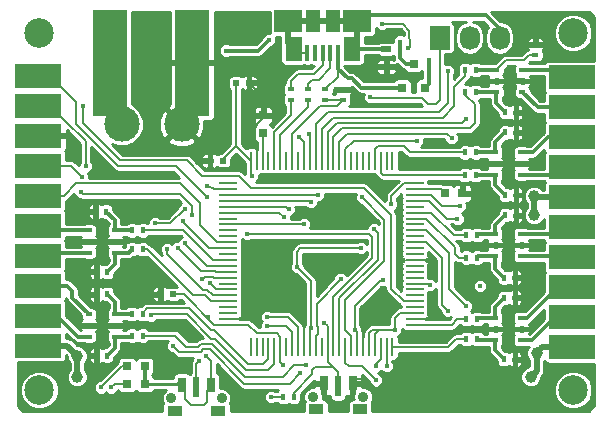
<source format=gtl>
G04 #@! TF.FileFunction,Copper,L1,Top,Signal*
%FSLAX46Y46*%
G04 Gerber Fmt 4.6, Leading zero omitted, Abs format (unit mm)*
G04 Created by KiCad (PCBNEW (2015-01-16 BZR 5376)-product) date 31.05.2015 18:22:37*
%MOMM*%
G01*
G04 APERTURE LIST*
%ADD10C,0.100000*%
%ADD11R,0.600000X0.500000*%
%ADD12R,0.280000X1.500000*%
%ADD13R,1.500000X0.280000*%
%ADD14R,0.400000X0.600000*%
%ADD15R,0.600000X0.400000*%
%ADD16C,2.500000*%
%ADD17R,4.000000X2.000000*%
%ADD18C,3.000000*%
%ADD19R,3.000000X9.000000*%
%ADD20R,1.727200X2.032000*%
%ADD21O,1.727200X2.032000*%
%ADD22R,0.900000X0.500000*%
%ADD23R,0.797560X0.797560*%
%ADD24R,0.800100X0.800100*%
%ADD25R,0.600000X1.800000*%
%ADD26R,0.750000X1.300000*%
%ADD27R,1.300000X0.900000*%
%ADD28C,0.900000*%
%ADD29R,1.175000X1.900000*%
%ADD30R,2.375000X1.900000*%
%ADD31R,1.475000X2.100000*%
%ADD32R,0.450000X1.380000*%
%ADD33R,0.750000X0.800000*%
%ADD34R,0.800000X0.750000*%
%ADD35C,0.452400*%
%ADD36C,1.000000*%
%ADD37C,0.203200*%
%ADD38C,0.304800*%
%ADD39C,0.508000*%
%ADD40C,0.152400*%
%ADD41C,0.254000*%
G04 APERTURE END LIST*
D10*
D11*
X103350000Y-83600000D03*
X104450000Y-83600000D03*
D12*
X104600000Y-106000000D03*
X105100000Y-106000000D03*
X105600000Y-106000000D03*
X106100000Y-106000000D03*
X106600000Y-106000000D03*
X107100000Y-106000000D03*
X107600000Y-106000000D03*
X108100000Y-106000000D03*
X108600000Y-106000000D03*
X109100000Y-106000000D03*
X109600000Y-106000000D03*
X110100000Y-106000000D03*
X110600000Y-106000000D03*
X111100000Y-106000000D03*
X111600000Y-106000000D03*
X112100000Y-106000000D03*
X112600000Y-106000000D03*
X113100000Y-106000000D03*
X113600000Y-106000000D03*
X114100000Y-106000000D03*
X114600000Y-106000000D03*
X115100000Y-106000000D03*
X115600000Y-106000000D03*
X116100000Y-106000000D03*
X116600000Y-106000000D03*
D13*
X118500000Y-104100000D03*
X118500000Y-103600000D03*
X118500000Y-103100000D03*
X118500000Y-102600000D03*
X118500000Y-102100000D03*
X118500000Y-101600000D03*
X118500000Y-101100000D03*
X118500000Y-100600000D03*
X118500000Y-100100000D03*
X118500000Y-99600000D03*
X118500000Y-99100000D03*
X118500000Y-98600000D03*
X118500000Y-98100000D03*
X118500000Y-97600000D03*
X118500000Y-97100000D03*
X118500000Y-96600000D03*
X118500000Y-96100000D03*
X118500000Y-95600000D03*
X118500000Y-95100000D03*
X118500000Y-94600000D03*
X118500000Y-94100000D03*
X118500000Y-93600000D03*
X118500000Y-93100000D03*
X118500000Y-92600000D03*
X118500000Y-92100000D03*
D12*
X116600000Y-90200000D03*
X116100000Y-90200000D03*
X115600000Y-90200000D03*
X115100000Y-90200000D03*
X114600000Y-90200000D03*
X114100000Y-90200000D03*
X113600000Y-90200000D03*
X113100000Y-90200000D03*
X112600000Y-90200000D03*
X112100000Y-90200000D03*
X111600000Y-90200000D03*
X111100000Y-90200000D03*
X110600000Y-90200000D03*
X110100000Y-90200000D03*
X109600000Y-90200000D03*
X109100000Y-90200000D03*
X108600000Y-90200000D03*
X108100000Y-90200000D03*
X107600000Y-90200000D03*
X107100000Y-90200000D03*
X106600000Y-90200000D03*
X106100000Y-90200000D03*
X105600000Y-90200000D03*
X105100000Y-90200000D03*
X104600000Y-90200000D03*
D13*
X102700000Y-92100000D03*
X102700000Y-92600000D03*
X102700000Y-93100000D03*
X102700000Y-93600000D03*
X102700000Y-94100000D03*
X102700000Y-94600000D03*
X102700000Y-95100000D03*
X102700000Y-95600000D03*
X102700000Y-96100000D03*
X102700000Y-96600000D03*
X102700000Y-97100000D03*
X102700000Y-97600000D03*
X102700000Y-98100000D03*
X102700000Y-98600000D03*
X102700000Y-99100000D03*
X102700000Y-99600000D03*
X102700000Y-100100000D03*
X102700000Y-100600000D03*
X102700000Y-101100000D03*
X102700000Y-101600000D03*
X102700000Y-102100000D03*
X102700000Y-102600000D03*
X102700000Y-103100000D03*
X102700000Y-103600000D03*
X102700000Y-104100000D03*
D14*
X107350000Y-110200000D03*
X108250000Y-110200000D03*
X126050000Y-101800000D03*
X126950000Y-101800000D03*
X126050000Y-107000000D03*
X126950000Y-107000000D03*
X126150000Y-94800000D03*
X127050000Y-94800000D03*
X126050000Y-100100000D03*
X126950000Y-100100000D03*
X126150000Y-87800000D03*
X127050000Y-87800000D03*
X126150000Y-93100000D03*
X127050000Y-93100000D03*
D15*
X128700000Y-81250000D03*
X128700000Y-80350000D03*
D14*
X126150000Y-86100000D03*
X127050000Y-86100000D03*
D11*
X102250000Y-90200000D03*
X101150000Y-90200000D03*
X98050000Y-101500000D03*
X96950000Y-101500000D03*
D15*
X109470000Y-85050000D03*
X109470000Y-84150000D03*
X107990000Y-85050000D03*
X107990000Y-84150000D03*
X110920000Y-85050000D03*
X110920000Y-84150000D03*
X112430000Y-84160000D03*
X112430000Y-85060000D03*
D14*
X95450000Y-103200000D03*
X94550000Y-103200000D03*
X95450000Y-105000000D03*
X94550000Y-105000000D03*
X122850000Y-105300000D03*
X123750000Y-105300000D03*
X122850000Y-103600000D03*
X123750000Y-103600000D03*
X122850000Y-98400000D03*
X123750000Y-98400000D03*
X122850000Y-96500000D03*
X123750000Y-96500000D03*
X123650000Y-91400000D03*
X122750000Y-91400000D03*
X123650000Y-89500000D03*
X122750000Y-89500000D03*
X123650000Y-84400000D03*
X122750000Y-84400000D03*
X123650000Y-82500000D03*
X122750000Y-82500000D03*
X94550000Y-96100000D03*
X95450000Y-96100000D03*
X94550000Y-97700000D03*
X95450000Y-97700000D03*
D15*
X125300000Y-103500000D03*
X125300000Y-104450000D03*
X125300000Y-105400000D03*
X127500000Y-105400000D03*
X127500000Y-104450000D03*
X127500000Y-103500000D03*
X125300000Y-96400000D03*
X125300000Y-97350000D03*
X125300000Y-98300000D03*
X127500000Y-98300000D03*
X127500000Y-97350000D03*
X127500000Y-96400000D03*
X125300000Y-89500000D03*
X125300000Y-90450000D03*
X125300000Y-91400000D03*
X127500000Y-91400000D03*
X127500000Y-90450000D03*
X127500000Y-89500000D03*
X125400000Y-82500000D03*
X125400000Y-83450000D03*
X125400000Y-84400000D03*
X127600000Y-84400000D03*
X127600000Y-83450000D03*
X127600000Y-82500000D03*
X93100000Y-105100000D03*
X93100000Y-104150000D03*
X93100000Y-103200000D03*
X90900000Y-103200000D03*
X90900000Y-104150000D03*
X90900000Y-105100000D03*
X93100000Y-98000000D03*
X93100000Y-97050000D03*
X93100000Y-96100000D03*
X90900000Y-96100000D03*
X90900000Y-97050000D03*
X90900000Y-98000000D03*
D14*
X92450000Y-106700000D03*
X91550000Y-106700000D03*
X92450000Y-101500000D03*
X91550000Y-101500000D03*
X92450000Y-99600000D03*
X91550000Y-99600000D03*
X92350000Y-94500000D03*
X91450000Y-94500000D03*
D16*
X131900000Y-79400000D03*
D17*
X86600000Y-83000000D03*
X86600000Y-85540000D03*
X86600000Y-88080000D03*
X86600000Y-90620000D03*
X86600000Y-93160000D03*
X86600000Y-95700000D03*
X86600000Y-98240000D03*
X86600000Y-100780000D03*
X86600000Y-103320000D03*
X86600000Y-105860000D03*
X131800000Y-106000000D03*
X131800000Y-103460000D03*
X131800000Y-100920000D03*
X131800000Y-98380000D03*
X131800000Y-95840000D03*
X131800000Y-93300000D03*
X131800000Y-90760000D03*
X131800000Y-88220000D03*
X131800000Y-85680000D03*
X131800000Y-83140000D03*
D16*
X131900000Y-109600000D03*
X86700000Y-109600000D03*
X86700000Y-79400000D03*
D18*
X93660000Y-87100000D03*
X98740000Y-87100000D03*
D19*
X92660000Y-81900000D03*
X99660000Y-81900000D03*
D20*
X120600000Y-79800000D03*
D21*
X123140000Y-79800000D03*
X125680000Y-79800000D03*
D22*
X116080000Y-80750000D03*
X116080000Y-82250000D03*
D23*
X95649300Y-109100000D03*
X94150700Y-109100000D03*
X95649300Y-107600000D03*
X94150700Y-107600000D03*
D24*
X117430000Y-84010760D03*
X119330000Y-84010760D03*
X118380000Y-82011780D03*
D25*
X112000000Y-109300000D03*
D26*
X113225000Y-109050000D03*
X110775000Y-109050000D03*
D27*
X113850000Y-111250000D03*
X110150000Y-111250000D03*
D28*
X114125000Y-110200000D03*
X109875000Y-110200000D03*
D25*
X100000000Y-109400000D03*
D26*
X101225000Y-109150000D03*
X98775000Y-109150000D03*
D27*
X101850000Y-111350000D03*
X98150000Y-111350000D03*
D28*
X102125000Y-110300000D03*
X97875000Y-110300000D03*
D29*
X109862500Y-78400000D03*
X111537500Y-78400000D03*
D30*
X113612500Y-78400000D03*
X107787500Y-78400000D03*
D31*
X113162500Y-80700000D03*
X108237500Y-80700000D03*
D32*
X109400000Y-81060000D03*
X110050000Y-81060000D03*
X110700000Y-81060000D03*
X111350000Y-81060000D03*
X112000000Y-81060000D03*
D33*
X105650000Y-87870000D03*
X105650000Y-86370000D03*
D34*
X121020000Y-92940000D03*
X122520000Y-92940000D03*
D35*
X112200000Y-100200000D03*
X110826219Y-103918180D03*
X124170000Y-93860000D03*
X117180000Y-82810000D03*
X115310000Y-85490000D03*
X91952015Y-104739579D03*
X91500000Y-107700000D03*
X120100000Y-98700000D03*
X126400000Y-97300000D03*
X126400000Y-96400000D03*
X126400000Y-98300000D03*
X127600000Y-78900000D03*
X126400000Y-90500000D03*
X126400000Y-91400000D03*
X126400000Y-89600000D03*
X126400000Y-104500000D03*
X126400000Y-103500000D03*
X126400000Y-105400000D03*
X126500000Y-83400000D03*
X126500000Y-84400000D03*
X126500000Y-82500000D03*
X96900000Y-100300000D03*
X115400000Y-109900000D03*
X103300000Y-79400000D03*
X116700000Y-79200000D03*
X92000000Y-97000000D03*
X92000000Y-96100000D03*
X92000000Y-98000000D03*
X92000000Y-104200000D03*
X92000000Y-103200000D03*
X95200000Y-110300000D03*
X96300000Y-88900000D03*
X117100000Y-100700000D03*
X120100000Y-102500000D03*
X115711409Y-101011409D03*
X91908295Y-90685477D03*
X89302818Y-88080000D03*
X112410000Y-91680000D03*
X113130000Y-98440000D03*
X112900000Y-94100000D03*
X107080000Y-101770000D03*
X101012579Y-103443542D03*
X116500000Y-93900000D03*
X104700000Y-91500000D03*
X116800000Y-104500000D03*
X113400000Y-104500000D03*
X106300000Y-110200000D03*
X100848601Y-106763833D03*
X107300000Y-107480220D03*
X115800000Y-100300000D03*
X113918180Y-97588591D03*
X108500000Y-99200000D03*
X109688068Y-104403651D03*
X101144585Y-100595370D03*
X100251165Y-107140779D03*
X110300000Y-93100000D03*
X109700000Y-93700000D03*
X107800000Y-94300000D03*
X107400000Y-95000000D03*
X109100000Y-95600000D03*
X98900000Y-95300000D03*
X90331897Y-91545534D03*
X99000000Y-97200000D03*
X99600000Y-94800000D03*
X90200000Y-92818180D03*
X98400000Y-97600000D03*
X100500000Y-100200000D03*
X109501461Y-87901461D03*
X108700000Y-88200000D03*
X106000000Y-104200000D03*
X106011409Y-103411409D03*
X90400000Y-85600000D03*
X117270000Y-80110000D03*
X106160000Y-79960000D03*
X102540000Y-80870000D03*
X96130202Y-103300000D03*
X109300000Y-107500000D03*
X115200000Y-107600000D03*
X98000000Y-105900000D03*
X108800000Y-108200000D03*
X116100000Y-107600000D03*
X121300000Y-102900000D03*
X122800000Y-102500000D03*
X122100000Y-95100000D03*
X122300000Y-94000000D03*
X118700000Y-88500000D03*
X121600000Y-88300000D03*
X122800000Y-86700000D03*
X121300000Y-82600000D03*
X96500000Y-95500000D03*
X99000000Y-94300000D03*
X100900000Y-92300000D03*
X97500000Y-97700000D03*
X114700000Y-84800000D03*
X115020259Y-95997441D03*
X92800000Y-109400000D03*
X91900000Y-109400000D03*
D36*
X128800000Y-106500000D03*
X128300000Y-108500000D03*
X128600000Y-93200000D03*
X128600000Y-94800000D03*
X89900000Y-106700000D03*
X89900000Y-108500000D03*
D35*
X124000000Y-100800000D03*
X119670000Y-81690000D03*
X119800000Y-100700000D03*
X117950000Y-80690000D03*
X115700000Y-78600000D03*
X114000000Y-93300000D03*
X100900000Y-93300000D03*
X115200000Y-108800000D03*
X104300000Y-96400000D03*
X90633024Y-90643368D03*
D37*
X110288947Y-104857853D02*
X110288947Y-104277921D01*
X110100000Y-105046800D02*
X110288947Y-104857853D01*
X110100000Y-106000000D02*
X110100000Y-105046800D01*
X110200000Y-102300000D02*
X112200000Y-100200000D01*
X110244418Y-104233392D02*
X110200000Y-102300000D01*
X110288947Y-104277921D02*
X110244418Y-104233392D01*
X111600000Y-107700000D02*
X112000000Y-108100000D01*
X112000000Y-108100000D02*
X112000000Y-109300000D01*
X110000000Y-107700000D02*
X111600000Y-107700000D01*
X109800000Y-107900000D02*
X110000000Y-107700000D01*
X109800000Y-108300000D02*
X109800000Y-107900000D01*
X108250000Y-109850000D02*
X109800000Y-108300000D01*
X108250000Y-110200000D02*
X108250000Y-109850000D01*
X111100000Y-107200000D02*
X111600000Y-107700000D01*
X111100000Y-106000000D02*
X111100000Y-107200000D01*
X111100000Y-104191961D02*
X110826219Y-103918180D01*
X111100000Y-106000000D02*
X111100000Y-104191961D01*
X122520000Y-92940000D02*
X123250000Y-92940000D01*
X123250000Y-92940000D02*
X124170000Y-93860000D01*
X116080000Y-82250000D02*
X116620000Y-82250000D01*
X116620000Y-82250000D02*
X117180000Y-82810000D01*
X112430000Y-84160000D02*
X112940000Y-84160000D01*
X114270000Y-85490000D02*
X115310000Y-85490000D01*
X112940000Y-84160000D02*
X114270000Y-85490000D01*
X104530000Y-83670000D02*
X105650000Y-84700000D01*
X105650000Y-84700000D02*
X105650000Y-86570000D01*
X91952015Y-105059474D02*
X91952015Y-104739579D01*
X91952015Y-105794785D02*
X91952015Y-105059474D01*
X91550000Y-106700000D02*
X91550000Y-106196800D01*
D38*
X92000000Y-104691594D02*
X91952015Y-104739579D01*
X92000000Y-104200000D02*
X92000000Y-104691594D01*
D37*
X91550000Y-106196800D02*
X91952015Y-105794785D01*
D39*
X99660000Y-81900000D02*
X99660000Y-86180000D01*
D37*
X104530000Y-83670000D02*
X104480000Y-83620000D01*
X101150000Y-89510000D02*
X98740000Y-87100000D01*
X101150000Y-90200000D02*
X101150000Y-89510000D01*
X120000000Y-98600000D02*
X120100000Y-98700000D01*
X118500000Y-98600000D02*
X120000000Y-98600000D01*
D38*
X127450000Y-97300000D02*
X126400000Y-97300000D01*
X127500000Y-97350000D02*
X127450000Y-97300000D01*
X125300000Y-97350000D02*
X127500000Y-97350000D01*
X126400000Y-98300000D02*
X126400000Y-96400000D01*
X128700000Y-79300000D02*
X128300000Y-78900000D01*
X128300000Y-78900000D02*
X127600000Y-78900000D01*
X128700000Y-80350000D02*
X128700000Y-79300000D01*
X126450000Y-90450000D02*
X125300000Y-90450000D01*
X126400000Y-90500000D02*
X126450000Y-90450000D01*
X126400000Y-91400000D02*
X126400000Y-90500000D01*
X126400000Y-90500000D02*
X126400000Y-89600000D01*
X127450000Y-104500000D02*
X126400000Y-104500000D01*
X127500000Y-104450000D02*
X127450000Y-104500000D01*
X125300000Y-104450000D02*
X127500000Y-104450000D01*
X126400000Y-103500000D02*
X126400000Y-104500000D01*
X126400000Y-104500000D02*
X126400000Y-105400000D01*
X125400000Y-83450000D02*
X125450000Y-83500000D01*
X127550000Y-83400000D02*
X126500000Y-83400000D01*
X127600000Y-83450000D02*
X127550000Y-83400000D01*
X125400000Y-83450000D02*
X127600000Y-83450000D01*
X126500000Y-83400000D02*
X126500000Y-84400000D01*
X126500000Y-82500000D02*
X126500000Y-83400000D01*
D37*
X105100000Y-89200000D02*
X104700000Y-88800000D01*
X104700000Y-88800000D02*
X104700000Y-87500000D01*
X104700000Y-87500000D02*
X105050000Y-87150000D01*
X105050000Y-87150000D02*
X105650000Y-86570000D01*
X105100000Y-90200000D02*
X105100000Y-89200000D01*
X96950000Y-100350000D02*
X96900000Y-100300000D01*
X96950000Y-101500000D02*
X96950000Y-100350000D01*
X113225000Y-108975000D02*
X113500000Y-108700000D01*
X113225000Y-109300000D02*
X113225000Y-108975000D01*
X114200000Y-108700000D02*
X115400000Y-109900000D01*
X113500000Y-108700000D02*
X114200000Y-108700000D01*
D38*
X93050000Y-97000000D02*
X92000000Y-97000000D01*
X93100000Y-97050000D02*
X93050000Y-97000000D01*
X90900000Y-97050000D02*
X93100000Y-97050000D01*
X92000000Y-96100000D02*
X92000000Y-97000000D01*
X92000000Y-97000000D02*
X92000000Y-98000000D01*
X93050000Y-104200000D02*
X92000000Y-104200000D01*
X93100000Y-104150000D02*
X93050000Y-104200000D01*
X90900000Y-104150000D02*
X93100000Y-104150000D01*
X92000000Y-103200000D02*
X92000000Y-104200000D01*
D40*
X113225000Y-110075000D02*
X113225000Y-109300000D01*
X110775000Y-109300000D02*
X110775000Y-110075000D01*
D38*
X126450000Y-90450000D02*
X126400000Y-90500000D01*
X127500000Y-90450000D02*
X126450000Y-90450000D01*
D37*
X119800000Y-103600000D02*
X120100000Y-103300000D01*
X120100000Y-103300000D02*
X120100000Y-102500000D01*
X118500000Y-103600000D02*
X119800000Y-103600000D01*
X109100000Y-104100000D02*
X107600000Y-102600000D01*
X109100000Y-106000000D02*
X109100000Y-104100000D01*
X113225000Y-110075000D02*
X113225000Y-109300000D01*
X111600000Y-111000000D02*
X112300000Y-111000000D01*
X112300000Y-111000000D02*
X113225000Y-110075000D01*
X110775000Y-110175000D02*
X111600000Y-111000000D01*
X110775000Y-109300000D02*
X110775000Y-110175000D01*
X91450000Y-95150000D02*
X92000000Y-95700000D01*
X92000000Y-95700000D02*
X92000000Y-96100000D01*
X91450000Y-94500000D02*
X91450000Y-95150000D01*
X91550000Y-99150000D02*
X92000000Y-98700000D01*
X92000000Y-98700000D02*
X92000000Y-98000000D01*
X91550000Y-99600000D02*
X91550000Y-99150000D01*
X91550000Y-102250000D02*
X92000000Y-102700000D01*
X92000000Y-102700000D02*
X92000000Y-103200000D01*
X91550000Y-101500000D02*
X91550000Y-102250000D01*
X126400000Y-105800000D02*
X126950000Y-106350000D01*
X126950000Y-106350000D02*
X126950000Y-107000000D01*
X126400000Y-105400000D02*
X126400000Y-105800000D01*
X126400000Y-103000000D02*
X126950000Y-102450000D01*
X126950000Y-102450000D02*
X126950000Y-101800000D01*
X126400000Y-103500000D02*
X126400000Y-103000000D01*
X126400000Y-98900000D02*
X126950000Y-99450000D01*
X126950000Y-99450000D02*
X126950000Y-100100000D01*
X126400000Y-98300000D02*
X126400000Y-98900000D01*
X126400000Y-95900000D02*
X127050000Y-95250000D01*
X127050000Y-95250000D02*
X127050000Y-94800000D01*
X126400000Y-96400000D02*
X126400000Y-95900000D01*
X127050000Y-92450000D02*
X126400000Y-91800000D01*
X126400000Y-91800000D02*
X126400000Y-91400000D01*
X127050000Y-93100000D02*
X127050000Y-92450000D01*
X127050000Y-88350000D02*
X126400000Y-89000000D01*
X126400000Y-89000000D02*
X126400000Y-89600000D01*
X127050000Y-87800000D02*
X127050000Y-88350000D01*
X126500000Y-84900000D02*
X127050000Y-85450000D01*
X127050000Y-85450000D02*
X127050000Y-86100000D01*
X126500000Y-84400000D02*
X126500000Y-84900000D01*
X114100000Y-106000000D02*
X114100000Y-102622818D01*
X114100000Y-102622818D02*
X115711409Y-101011409D01*
D39*
X89108000Y-88080000D02*
X89128000Y-88100000D01*
X86600000Y-88080000D02*
X89108000Y-88080000D01*
X89282818Y-88100000D02*
X89302818Y-88080000D01*
X89128000Y-88100000D02*
X89282818Y-88100000D01*
D37*
X107600000Y-102600000D02*
X106300000Y-102600000D01*
X106300000Y-102600000D02*
X106000000Y-102600000D01*
X105000000Y-103600000D02*
X102700000Y-103600000D01*
X106000000Y-102600000D02*
X105000000Y-103600000D01*
D41*
X112410000Y-91680000D02*
X112640000Y-91680000D01*
D38*
X112000000Y-81060000D02*
X112000000Y-82410000D01*
X113940760Y-84010760D02*
X117430000Y-84010760D01*
X113140000Y-83210000D02*
X113940760Y-84010760D01*
X112800000Y-83210000D02*
X113140000Y-83210000D01*
X112000000Y-82410000D02*
X112800000Y-83210000D01*
D37*
X112000000Y-81060000D02*
X112000000Y-83070000D01*
X112000000Y-83070000D02*
X110920000Y-84150000D01*
X111350000Y-81060000D02*
X111350000Y-82380000D01*
X109470000Y-83680000D02*
X109470000Y-84150000D01*
X109790000Y-83360000D02*
X109470000Y-83680000D01*
X110370000Y-83360000D02*
X109790000Y-83360000D01*
X111350000Y-82380000D02*
X110370000Y-83360000D01*
X110700000Y-81060000D02*
X110700000Y-82100000D01*
X107990000Y-83470000D02*
X107990000Y-84150000D01*
X108590000Y-82870000D02*
X107990000Y-83470000D01*
X109930000Y-82870000D02*
X108590000Y-82870000D01*
X110700000Y-82100000D02*
X109930000Y-82870000D01*
X101523326Y-104100000D02*
X101012579Y-103589253D01*
X102700000Y-104100000D02*
X101523326Y-104100000D01*
X101523326Y-104100000D02*
X98923326Y-101500000D01*
X98553200Y-101500000D02*
X98050000Y-101500000D01*
X98923326Y-101500000D02*
X98553200Y-101500000D01*
X101012579Y-103589253D02*
X101012579Y-103443542D01*
D41*
X95649300Y-109100000D02*
X98475000Y-109100000D01*
X98475000Y-109100000D02*
X98775000Y-109400000D01*
D37*
X105100000Y-104800000D02*
X106800000Y-104800000D01*
X106800000Y-104800000D02*
X107100000Y-105100000D01*
X107100000Y-105100000D02*
X107100000Y-106000000D01*
X102700000Y-104100000D02*
X104400000Y-104100000D01*
X104400000Y-104100000D02*
X105100000Y-104800000D01*
X101225000Y-109400000D02*
X101500000Y-109400000D01*
X98775000Y-109400000D02*
X99000000Y-109625000D01*
X99000000Y-109625000D02*
X99000000Y-110400000D01*
X100900000Y-110600000D02*
X100900000Y-109725000D01*
X100600000Y-110900000D02*
X100900000Y-110600000D01*
X99500000Y-110900000D02*
X100600000Y-110900000D01*
X99000000Y-110400000D02*
X99500000Y-110900000D01*
X100900000Y-109725000D02*
X101225000Y-109400000D01*
X104600000Y-90200000D02*
X103350000Y-88950000D01*
X103350000Y-88950000D02*
X103350000Y-83600000D01*
D38*
X95649300Y-107600000D02*
X95649300Y-109100000D01*
X98475000Y-109100000D02*
X98775000Y-109400000D01*
D37*
X116500000Y-93200000D02*
X116500000Y-93900000D01*
X117600000Y-92100000D02*
X116500000Y-93200000D01*
X118500000Y-92100000D02*
X117600000Y-92100000D01*
X104600000Y-91400000D02*
X104700000Y-91500000D01*
X104600000Y-90200000D02*
X104600000Y-91400000D01*
X102250000Y-90050000D02*
X103350000Y-88950000D01*
X102250000Y-90200000D02*
X102250000Y-90050000D01*
X115100000Y-104900000D02*
X115500000Y-104500000D01*
X115500000Y-104500000D02*
X116800000Y-104500000D01*
X115100000Y-106000000D02*
X115100000Y-104900000D01*
X117200000Y-103100000D02*
X116800000Y-103500000D01*
X116800000Y-103500000D02*
X116800000Y-104500000D01*
X118500000Y-103100000D02*
X117200000Y-103100000D01*
X114600000Y-104800000D02*
X114900000Y-104500000D01*
X114900000Y-104500000D02*
X115500000Y-104500000D01*
X114600000Y-106000000D02*
X114600000Y-104800000D01*
X113600000Y-104700000D02*
X113400000Y-104500000D01*
X113600000Y-106000000D02*
X113600000Y-104700000D01*
X101225000Y-108875000D02*
X101300000Y-108800000D01*
X101225000Y-109400000D02*
X101225000Y-108875000D01*
X106300000Y-110200000D02*
X107350000Y-110200000D01*
X101225000Y-109400000D02*
X101225000Y-107140232D01*
X101225000Y-107140232D02*
X100848601Y-106763833D01*
X107100000Y-106000000D02*
X107100000Y-107280220D01*
X107100000Y-107280220D02*
X107300000Y-107480220D01*
X113400000Y-104500000D02*
X113400000Y-102500000D01*
X115600000Y-100300000D02*
X115800000Y-100300000D01*
X113400000Y-102500000D02*
X115600000Y-100300000D01*
X108500000Y-97900000D02*
X108500000Y-99200000D01*
X108811409Y-97588591D02*
X108500000Y-97900000D01*
X113918180Y-97588591D02*
X108811409Y-97588591D01*
X109688068Y-100388068D02*
X109688068Y-104403651D01*
X108500000Y-99200000D02*
X109688068Y-100388068D01*
X109600000Y-106000000D02*
X109600000Y-104491719D01*
X109600000Y-104491719D02*
X109688068Y-104403651D01*
X101649215Y-101100000D02*
X101370784Y-100821569D01*
X101370784Y-100821569D02*
X101144585Y-100595370D01*
X102700000Y-101100000D02*
X101649215Y-101100000D01*
X100000000Y-109400000D02*
X100000000Y-107391944D01*
X100000000Y-107391944D02*
X100251165Y-107140779D01*
X110300000Y-93100000D02*
X102700000Y-93100000D01*
X109700000Y-93700000D02*
X109600000Y-93600000D01*
X109600000Y-93600000D02*
X102700000Y-93600000D01*
X107800000Y-94300000D02*
X107600000Y-94100000D01*
X107600000Y-94100000D02*
X102700000Y-94100000D01*
X102700000Y-94600000D02*
X107000000Y-94600000D01*
X107000000Y-94600000D02*
X107400000Y-95000000D01*
X109100000Y-95600000D02*
X102700000Y-95600000D01*
X89834983Y-92128217D02*
X88803200Y-93160000D01*
X98628217Y-92128217D02*
X89834983Y-92128217D01*
X100300000Y-93800000D02*
X98628217Y-92128217D01*
X101746800Y-97100000D02*
X100300000Y-95653200D01*
X100300000Y-95653200D02*
X100300000Y-93800000D01*
X102700000Y-97100000D02*
X101746800Y-97100000D01*
X88803200Y-93160000D02*
X86600000Y-93160000D01*
X102700000Y-97600000D02*
X101100000Y-97600000D01*
X98900000Y-95400000D02*
X98900000Y-95300000D01*
X101100000Y-97600000D02*
X98900000Y-95400000D01*
X89406363Y-90620000D02*
X90331897Y-91545534D01*
X86600000Y-90620000D02*
X89406363Y-90620000D01*
X100899149Y-99099149D02*
X99226199Y-97426199D01*
X102700000Y-99100000D02*
X101746800Y-99100000D01*
X101745949Y-99099149D02*
X100899149Y-99099149D01*
X101746800Y-99100000D02*
X101745949Y-99099149D01*
X99226199Y-97426199D02*
X99000000Y-97200000D01*
X99600000Y-94800000D02*
X99600000Y-94000000D01*
X99600000Y-94000000D02*
X98644379Y-93044379D01*
X98644379Y-93044379D02*
X90426199Y-93044379D01*
X90426199Y-93044379D02*
X90200000Y-92818180D01*
X98400000Y-97600000D02*
X100356359Y-99556359D01*
X101613232Y-99556359D02*
X101656873Y-99600000D01*
X101746800Y-99600000D02*
X102700000Y-99600000D01*
X101656873Y-99600000D02*
X101746800Y-99600000D01*
X100356359Y-99556359D02*
X101613232Y-99556359D01*
X101510281Y-100100000D02*
X101423850Y-100013569D01*
X100686431Y-100013569D02*
X100500000Y-100200000D01*
X101423850Y-100013569D02*
X100686431Y-100013569D01*
X102700000Y-100100000D02*
X101510281Y-100100000D01*
X109600000Y-88000000D02*
X109501461Y-87901461D01*
X109600000Y-90200000D02*
X109600000Y-88000000D01*
X109100000Y-88600000D02*
X108700000Y-88200000D01*
X109100000Y-90200000D02*
X109100000Y-88600000D01*
X108100000Y-90200000D02*
X108100000Y-87940000D01*
X111890000Y-85600000D02*
X112430000Y-85060000D01*
X110440000Y-85600000D02*
X111890000Y-85600000D01*
X108100000Y-87940000D02*
X110440000Y-85600000D01*
X110920000Y-85050000D02*
X112420000Y-85050000D01*
X112420000Y-85050000D02*
X112430000Y-85060000D01*
X107100000Y-90200000D02*
X107100000Y-88060000D01*
X109470000Y-85690000D02*
X109470000Y-85050000D01*
X107100000Y-88060000D02*
X109470000Y-85690000D01*
X106600000Y-90200000D02*
X106600000Y-87760000D01*
X107990000Y-86370000D02*
X107990000Y-85050000D01*
X106600000Y-87760000D02*
X107990000Y-86370000D01*
X105600000Y-90200000D02*
X105600000Y-87920000D01*
X105600000Y-87920000D02*
X105650000Y-87870000D01*
X105450000Y-87870000D02*
X105650000Y-87670000D01*
X108100000Y-106000000D02*
X108100000Y-104700000D01*
X107600000Y-104200000D02*
X106000000Y-104200000D01*
X108100000Y-104700000D02*
X107600000Y-104200000D01*
X108600000Y-106000000D02*
X108600000Y-104300000D01*
X108600000Y-104300000D02*
X107711409Y-103411409D01*
X107711409Y-103411409D02*
X106011409Y-103411409D01*
X118500000Y-102100000D02*
X117546800Y-102100000D01*
X117546800Y-102100000D02*
X116471629Y-101024829D01*
X116471629Y-101024829D02*
X116471629Y-94771629D01*
X116471629Y-94771629D02*
X114200000Y-92500000D01*
X114200000Y-92500000D02*
X104600000Y-92500000D01*
X104600000Y-92500000D02*
X103600000Y-91500000D01*
X103600000Y-91500000D02*
X100500000Y-91500000D01*
X100500000Y-91500000D02*
X99179169Y-90179169D01*
X99179169Y-90179169D02*
X93557289Y-90179169D01*
X93557289Y-90179169D02*
X90400000Y-87021880D01*
X90400000Y-87021880D02*
X90400000Y-85600000D01*
X118500000Y-92600000D02*
X120680000Y-92600000D01*
X120680000Y-92600000D02*
X121020000Y-92940000D01*
D38*
X118380000Y-82011780D02*
X118378220Y-82010000D01*
X118378220Y-82010000D02*
X117740000Y-82010000D01*
X117740000Y-82010000D02*
X117270000Y-81540000D01*
X117270000Y-81540000D02*
X117270000Y-80110000D01*
X106160000Y-79960000D02*
X105250000Y-80870000D01*
X105250000Y-80870000D02*
X102540000Y-80870000D01*
X130340000Y-103460000D02*
X131800000Y-103460000D01*
X128400000Y-105400000D02*
X130340000Y-103460000D01*
X127500000Y-105400000D02*
X128400000Y-105400000D01*
X130580000Y-100920000D02*
X131800000Y-100920000D01*
X128000000Y-103500000D02*
X130580000Y-100920000D01*
X127500000Y-103500000D02*
X128000000Y-103500000D01*
X131720000Y-98300000D02*
X131800000Y-98380000D01*
X127500000Y-98300000D02*
X131720000Y-98300000D01*
X131240000Y-96400000D02*
X131800000Y-95840000D01*
X127500000Y-96400000D02*
X131240000Y-96400000D01*
X131160000Y-91400000D02*
X131800000Y-90760000D01*
X127500000Y-91400000D02*
X131160000Y-91400000D01*
X128500000Y-89500000D02*
X129780000Y-88220000D01*
X129780000Y-88220000D02*
X131800000Y-88220000D01*
X127500000Y-89500000D02*
X128500000Y-89500000D01*
X128880000Y-85680000D02*
X131800000Y-85680000D01*
X127600000Y-84400000D02*
X128880000Y-85680000D01*
X131160000Y-82500000D02*
X131800000Y-83140000D01*
X127600000Y-82500000D02*
X131160000Y-82500000D01*
D37*
X95450000Y-103100000D02*
X95450000Y-103200000D01*
X95853200Y-102696800D02*
X95450000Y-103100000D01*
X99343392Y-102696800D02*
X95853200Y-102696800D01*
X101203802Y-104557210D02*
X99343392Y-102696800D01*
X101503802Y-104557210D02*
X101203802Y-104557210D01*
X104346592Y-107400000D02*
X101503802Y-104557210D01*
X105653200Y-107400000D02*
X104346592Y-107400000D01*
X106100000Y-106953200D02*
X105653200Y-107400000D01*
X106100000Y-106000000D02*
X106100000Y-106953200D01*
X96130202Y-103300000D02*
X96230202Y-103200000D01*
X96230202Y-103200000D02*
X99200000Y-103200000D01*
X99200000Y-103200000D02*
X101267612Y-105267612D01*
X101267612Y-105267612D02*
X101567612Y-105267612D01*
X101567612Y-105267612D02*
X104200000Y-107900000D01*
X104200000Y-107900000D02*
X106100000Y-107900000D01*
X106100000Y-107900000D02*
X106600000Y-107400000D01*
X106600000Y-107400000D02*
X106600000Y-106000000D01*
X115600000Y-106000000D02*
X115600000Y-107000000D01*
X115200000Y-107400000D02*
X115200000Y-107600000D01*
X115600000Y-107000000D02*
X115200000Y-107400000D01*
X107300000Y-108500000D02*
X104092426Y-108500000D01*
X104092426Y-108500000D02*
X101317248Y-105724822D01*
X100374173Y-105724822D02*
X100164290Y-105934705D01*
X100164290Y-105934705D02*
X99134705Y-105934705D01*
X99134705Y-105934705D02*
X98200000Y-105000000D01*
X98200000Y-105000000D02*
X95450000Y-105000000D01*
X108300000Y-107500000D02*
X107300000Y-108500000D01*
X101317248Y-105724822D02*
X100374173Y-105724822D01*
X109300000Y-107500000D02*
X108300000Y-107500000D01*
X116100000Y-106000000D02*
X116100000Y-107600000D01*
X108800000Y-108200000D02*
X107900000Y-109100000D01*
X107900000Y-109100000D02*
X104045834Y-109100000D01*
X104045834Y-109100000D02*
X101127866Y-106182032D01*
X101127866Y-106182032D02*
X100563555Y-106182032D01*
X100563555Y-106182032D02*
X100353672Y-106391915D01*
X98491915Y-106391915D02*
X98000000Y-105900000D01*
X100353672Y-106391915D02*
X98491915Y-106391915D01*
X121300000Y-106000000D02*
X122000000Y-105300000D01*
X122000000Y-105300000D02*
X122850000Y-105300000D01*
X116600000Y-106000000D02*
X121300000Y-106000000D01*
X121600000Y-104100000D02*
X122100000Y-103600000D01*
X122100000Y-103600000D02*
X122850000Y-103600000D01*
X118500000Y-104100000D02*
X121600000Y-104100000D01*
X121300000Y-102900000D02*
X120800000Y-102400000D01*
X120800000Y-102400000D02*
X120800000Y-98446800D01*
X120800000Y-98446800D02*
X119453200Y-97100000D01*
X119453200Y-97100000D02*
X118500000Y-97100000D01*
X118500000Y-96100000D02*
X119453200Y-96100000D01*
X119453200Y-96100000D02*
X121400000Y-98046800D01*
X121400000Y-98046800D02*
X121400000Y-101100000D01*
X121400000Y-101100000D02*
X122800000Y-102500000D01*
X122200000Y-98400000D02*
X121900000Y-98100000D01*
X122850000Y-98400000D02*
X122200000Y-98400000D01*
X119453200Y-95100000D02*
X121900000Y-97546800D01*
X118500000Y-95100000D02*
X119453200Y-95100000D01*
X121900000Y-97546800D02*
X121900000Y-98100000D01*
X121800000Y-96500000D02*
X122850000Y-96500000D01*
X118500000Y-94600000D02*
X119900000Y-94600000D01*
X119900000Y-94600000D02*
X121800000Y-96500000D01*
X121213326Y-95100000D02*
X122100000Y-95100000D01*
X118500000Y-93600000D02*
X119713326Y-93600000D01*
X119713326Y-93600000D02*
X121213326Y-95100000D01*
X120759918Y-94000000D02*
X122300000Y-94000000D01*
X119859918Y-93100000D02*
X120759918Y-94000000D01*
X118500000Y-93100000D02*
X119859918Y-93100000D01*
X122750000Y-91400000D02*
X115800000Y-91400000D01*
X115800000Y-91400000D02*
X115600000Y-91200000D01*
X115600000Y-91200000D02*
X115600000Y-90200000D01*
X118100000Y-89500000D02*
X117557210Y-88957210D01*
X115389590Y-88957210D02*
X115100000Y-89246800D01*
X115100000Y-89246800D02*
X115100000Y-90200000D01*
X122750000Y-89500000D02*
X118100000Y-89500000D01*
X117557210Y-88957210D02*
X115389590Y-88957210D01*
X113346800Y-88500000D02*
X118700000Y-88500000D01*
X112600000Y-89246800D02*
X113346800Y-88500000D01*
X112600000Y-90200000D02*
X112600000Y-89246800D01*
X112100000Y-88600000D02*
X112100000Y-90200000D01*
X121600000Y-88300000D02*
X121218199Y-87918199D01*
X121218199Y-87918199D02*
X112781801Y-87918199D01*
X112781801Y-87918199D02*
X112100000Y-88600000D01*
X111600000Y-90157202D02*
X111600000Y-90200000D01*
X122750000Y-84600000D02*
X122750000Y-84400000D01*
X111600000Y-90200000D02*
X111600000Y-88200000D01*
X123149011Y-87460989D02*
X123580000Y-87030000D01*
X123580000Y-87030000D02*
X123580000Y-85430000D01*
X112339011Y-87460989D02*
X123149011Y-87460989D01*
X123580000Y-85430000D02*
X122750000Y-84600000D01*
X111600000Y-88200000D02*
X112339011Y-87460989D01*
X121800000Y-83953200D02*
X122750000Y-83003200D01*
X111553430Y-86546570D02*
X120853430Y-86546570D01*
X120853430Y-86546570D02*
X121800000Y-85600000D01*
X110600000Y-90200000D02*
X110600000Y-87500000D01*
X122750000Y-83003200D02*
X122750000Y-82500000D01*
X110600000Y-87500000D02*
X111553430Y-86546570D01*
X121800000Y-85600000D02*
X121800000Y-83953200D01*
X111100000Y-90200000D02*
X111100000Y-87800000D01*
X111896221Y-87003779D02*
X122496221Y-87003779D01*
X122496221Y-87003779D02*
X122800000Y-86700000D01*
X111100000Y-87800000D02*
X111896221Y-87003779D01*
X110100000Y-90200000D02*
X110100000Y-87100000D01*
X121300000Y-85300000D02*
X121300000Y-82600000D01*
X111110638Y-86089362D02*
X120510638Y-86089362D01*
X110100000Y-87100000D02*
X111110638Y-86089362D01*
X120510638Y-86089362D02*
X121300000Y-85300000D01*
X97800000Y-95500000D02*
X96500000Y-95500000D01*
X99000000Y-94300000D02*
X97800000Y-95500000D01*
X101600000Y-92600000D02*
X100900000Y-92300000D01*
X102600000Y-92600000D02*
X101600000Y-92600000D01*
X101400000Y-98600000D02*
X98900000Y-96100000D01*
X98900000Y-96100000D02*
X95450000Y-96100000D01*
X102700000Y-98600000D02*
X101400000Y-98600000D01*
X101364772Y-101600000D02*
X100876538Y-101111766D01*
X97500000Y-98019895D02*
X97500000Y-97700000D01*
X97500000Y-98061066D02*
X97500000Y-98019895D01*
X102700000Y-101600000D02*
X101364772Y-101600000D01*
X100876538Y-101111766D02*
X100550700Y-101111766D01*
X100550700Y-101111766D02*
X97500000Y-98061066D01*
X101218180Y-102100000D02*
X100687156Y-101568976D01*
X102700000Y-102100000D02*
X101218180Y-102100000D01*
X100687156Y-101568976D02*
X99722176Y-101568976D01*
X95853200Y-97700000D02*
X95450000Y-97700000D01*
X99722176Y-101568976D02*
X95853200Y-97700000D01*
X95600000Y-97700000D02*
X95450000Y-97700000D01*
D38*
X86900000Y-96000000D02*
X86600000Y-95700000D01*
X87000000Y-96100000D02*
X86600000Y-95700000D01*
X90900000Y-96100000D02*
X87000000Y-96100000D01*
X86940000Y-97900000D02*
X86600000Y-98240000D01*
X86840000Y-98000000D02*
X86600000Y-98240000D01*
X90900000Y-98000000D02*
X86840000Y-98000000D01*
X89500000Y-101800000D02*
X89500000Y-101200000D01*
X89500000Y-101200000D02*
X89080000Y-100780000D01*
X89080000Y-100780000D02*
X86600000Y-100780000D01*
X90900000Y-103200000D02*
X89500000Y-101800000D01*
X88220000Y-103320000D02*
X86600000Y-103320000D01*
X90000000Y-105100000D02*
X88220000Y-103320000D01*
X90900000Y-105100000D02*
X90000000Y-105100000D01*
X123850000Y-103500000D02*
X125300000Y-103500000D01*
X123750000Y-103600000D02*
X123850000Y-103500000D01*
X125300000Y-102550000D02*
X125300000Y-103500000D01*
X126050000Y-101800000D02*
X125300000Y-102550000D01*
X123850000Y-105400000D02*
X125300000Y-105400000D01*
X123750000Y-105300000D02*
X123850000Y-105400000D01*
X125300000Y-106250000D02*
X125300000Y-105400000D01*
X126050000Y-107000000D02*
X125300000Y-106250000D01*
X123850000Y-96400000D02*
X125300000Y-96400000D01*
X123750000Y-96500000D02*
X123850000Y-96400000D01*
X125300000Y-95650000D02*
X125300000Y-96400000D01*
X126150000Y-94800000D02*
X125300000Y-95650000D01*
X123850000Y-98300000D02*
X125300000Y-98300000D01*
X123750000Y-98400000D02*
X123850000Y-98300000D01*
X125300000Y-99350000D02*
X125300000Y-98300000D01*
X126050000Y-100100000D02*
X125300000Y-99350000D01*
X123650000Y-89500000D02*
X125300000Y-89500000D01*
X125300000Y-88650000D02*
X125300000Y-89500000D01*
X126150000Y-87800000D02*
X125300000Y-88650000D01*
X123650000Y-91400000D02*
X125300000Y-91400000D01*
X125300000Y-92250000D02*
X125300000Y-91400000D01*
X126150000Y-93100000D02*
X125300000Y-92250000D01*
X123650000Y-82500000D02*
X125400000Y-82500000D01*
D37*
X128150000Y-81250000D02*
X127700000Y-81700000D01*
X127700000Y-81700000D02*
X126200000Y-81700000D01*
X126200000Y-81700000D02*
X125400000Y-82500000D01*
X128700000Y-81250000D02*
X128150000Y-81250000D01*
D38*
X125400000Y-85350000D02*
X125400000Y-84400000D01*
X126150000Y-86100000D02*
X125400000Y-85350000D01*
X123650000Y-84400000D02*
X125400000Y-84400000D01*
X94450000Y-105100000D02*
X94550000Y-105000000D01*
X93100000Y-105100000D02*
X94450000Y-105100000D01*
X93100000Y-106050000D02*
X93100000Y-105100000D01*
X92450000Y-106700000D02*
X93100000Y-106050000D01*
X93100000Y-103200000D02*
X94550000Y-103200000D01*
X93100000Y-102150000D02*
X93100000Y-103200000D01*
X92450000Y-101500000D02*
X93100000Y-102150000D01*
X94250000Y-98000000D02*
X94550000Y-97700000D01*
X93100000Y-98000000D02*
X94250000Y-98000000D01*
X93100000Y-98950000D02*
X93100000Y-98000000D01*
X92450000Y-99600000D02*
X93100000Y-98950000D01*
X93100000Y-96100000D02*
X94550000Y-96100000D01*
X93100000Y-95250000D02*
X93100000Y-96100000D01*
X92350000Y-94500000D02*
X93100000Y-95250000D01*
D37*
X108237500Y-80700000D02*
X108597500Y-81060000D01*
X108597500Y-81060000D02*
X109400000Y-81060000D01*
D38*
X116080000Y-80750000D02*
X113212500Y-80750000D01*
D37*
X113212500Y-80750000D02*
X113162500Y-80700000D01*
D38*
X112802500Y-81060000D02*
X113162500Y-80700000D01*
D39*
X107787500Y-78400000D02*
X107787500Y-80250000D01*
X107787500Y-80250000D02*
X108237500Y-80700000D01*
X107787500Y-78400000D02*
X109862500Y-78400000D01*
X109862500Y-78400000D02*
X111537500Y-78400000D01*
X111537500Y-78400000D02*
X113612500Y-78400000D01*
X113612500Y-78400000D02*
X113612500Y-80250000D01*
X113612500Y-80250000D02*
X113162500Y-80700000D01*
D38*
X114112500Y-77900000D02*
X113612500Y-78400000D01*
X124500000Y-77900000D02*
X114112500Y-77900000D01*
X125680000Y-79080000D02*
X124500000Y-77900000D01*
X125680000Y-79800000D02*
X125680000Y-79080000D01*
D37*
X119600000Y-85400000D02*
X119100000Y-84900000D01*
X119100000Y-84900000D02*
X114800000Y-84900000D01*
X114800000Y-84900000D02*
X114700000Y-84800000D01*
X120600000Y-85100000D02*
X120300000Y-85400000D01*
X120300000Y-85400000D02*
X119600000Y-85400000D01*
X120600000Y-79800000D02*
X120600000Y-85100000D01*
X112100000Y-101846592D02*
X115357210Y-98589382D01*
X112100000Y-106000000D02*
X112100000Y-101846592D01*
X115357210Y-98589382D02*
X115357210Y-96334392D01*
X115357210Y-96334392D02*
X115020259Y-95997441D01*
X93100000Y-109100000D02*
X94150700Y-109100000D01*
X92800000Y-109400000D02*
X93100000Y-109100000D01*
X94150700Y-107600000D02*
X93700000Y-107600000D01*
X93700000Y-107600000D02*
X91900000Y-109400000D01*
D39*
X92660000Y-81900000D02*
X92660000Y-86100000D01*
X129300000Y-106000000D02*
X128800000Y-106500000D01*
X131800000Y-106000000D02*
X129300000Y-106000000D01*
X128300000Y-108500000D02*
X128800000Y-108000000D01*
X128800000Y-108000000D02*
X128800000Y-106500000D01*
X128700000Y-93300000D02*
X128600000Y-93200000D01*
X131800000Y-93300000D02*
X128700000Y-93300000D01*
X128600000Y-94800000D02*
X128600000Y-93200000D01*
X89060000Y-105860000D02*
X89900000Y-106700000D01*
X86600000Y-105860000D02*
X89060000Y-105860000D01*
X89900000Y-108500000D02*
X89900000Y-106700000D01*
D38*
X119670000Y-81690000D02*
X119670000Y-83670760D01*
X119670000Y-83670760D02*
X119330000Y-84010760D01*
D37*
X119700000Y-100600000D02*
X119800000Y-100700000D01*
X118500000Y-100600000D02*
X119700000Y-100600000D01*
X117950000Y-80690000D02*
X118050000Y-80590000D01*
X118050000Y-80590000D02*
X118040000Y-79190000D01*
X118040000Y-79190000D02*
X117520000Y-78600000D01*
X117520000Y-78600000D02*
X115700000Y-78600000D01*
X113100000Y-106000000D02*
X113100000Y-105046800D01*
X115914420Y-95214420D02*
X114000000Y-93300000D01*
X113100000Y-105046800D02*
X112614419Y-104561219D01*
X115914420Y-98678764D02*
X115914420Y-95214420D01*
X112614419Y-104561219D02*
X112614419Y-101978765D01*
X112614419Y-101978765D02*
X115914420Y-98678764D01*
X112600000Y-106000000D02*
X112600000Y-107300000D01*
X114000000Y-107600000D02*
X115200000Y-108800000D01*
X112900000Y-107600000D02*
X114000000Y-107600000D01*
X112600000Y-107300000D02*
X112900000Y-107600000D01*
X100900000Y-93300000D02*
X98236379Y-90636379D01*
X98236379Y-90636379D02*
X93367907Y-90636379D01*
X93367907Y-90636379D02*
X89800000Y-87068472D01*
X89800000Y-87068472D02*
X89800000Y-85200000D01*
X89800000Y-85200000D02*
X87600000Y-83000000D01*
X87600000Y-83000000D02*
X86600000Y-83000000D01*
X111600000Y-106000000D02*
X111600000Y-101700000D01*
X111600000Y-101700000D02*
X114900000Y-98400000D01*
X114900000Y-98400000D02*
X114900000Y-96700000D01*
X114900000Y-96700000D02*
X114600000Y-96400000D01*
X114600000Y-96400000D02*
X104300000Y-96400000D01*
X86600000Y-85540000D02*
X87600000Y-85540000D01*
X87600000Y-85540000D02*
X88803200Y-86743200D01*
X88803200Y-86743200D02*
X88828136Y-86743200D01*
X88828136Y-86743200D02*
X90633024Y-88548088D01*
X90633024Y-88548088D02*
X90633024Y-90643368D01*
D41*
G36*
X90150424Y-90267164D02*
X90118565Y-90298968D01*
X90025929Y-90522059D01*
X90025898Y-90557035D01*
X89747613Y-90278750D01*
X89591046Y-90174136D01*
X89406363Y-90137400D01*
X88988464Y-90137400D01*
X88988464Y-89620000D01*
X88960278Y-89474726D01*
X88900358Y-89383510D01*
X88961993Y-89321876D01*
X89027000Y-89164936D01*
X89027000Y-88995065D01*
X89027000Y-88309750D01*
X88920250Y-88203000D01*
X86723000Y-88203000D01*
X86723000Y-88223000D01*
X86477000Y-88223000D01*
X86477000Y-88203000D01*
X86457000Y-88203000D01*
X86457000Y-87957000D01*
X86477000Y-87957000D01*
X86477000Y-87937000D01*
X86723000Y-87937000D01*
X86723000Y-87957000D01*
X88920250Y-87957000D01*
X89027000Y-87850250D01*
X89027000Y-87624564D01*
X90150424Y-88747988D01*
X90150424Y-90267164D01*
X90150424Y-90267164D01*
G37*
X90150424Y-90267164D02*
X90118565Y-90298968D01*
X90025929Y-90522059D01*
X90025898Y-90557035D01*
X89747613Y-90278750D01*
X89591046Y-90174136D01*
X89406363Y-90137400D01*
X88988464Y-90137400D01*
X88988464Y-89620000D01*
X88960278Y-89474726D01*
X88900358Y-89383510D01*
X88961993Y-89321876D01*
X89027000Y-89164936D01*
X89027000Y-88995065D01*
X89027000Y-88309750D01*
X88920250Y-88203000D01*
X86723000Y-88203000D01*
X86723000Y-88223000D01*
X86477000Y-88223000D01*
X86477000Y-88203000D01*
X86457000Y-88203000D01*
X86457000Y-87957000D01*
X86477000Y-87957000D01*
X86477000Y-87937000D01*
X86723000Y-87937000D01*
X86723000Y-87957000D01*
X88920250Y-87957000D01*
X89027000Y-87850250D01*
X89027000Y-87624564D01*
X90150424Y-88747988D01*
X90150424Y-90267164D01*
G36*
X98563117Y-91645617D02*
X90939010Y-91645617D01*
X90939202Y-91425284D01*
X90850461Y-91210515D01*
X90976526Y-91158427D01*
X91147483Y-90987768D01*
X91240119Y-90764677D01*
X91240329Y-90523118D01*
X91148083Y-90299866D01*
X91115624Y-90267350D01*
X91115624Y-89066595D01*
X93026654Y-90977625D01*
X93026657Y-90977629D01*
X93183224Y-91082243D01*
X93367907Y-91118979D01*
X98036479Y-91118979D01*
X98563117Y-91645617D01*
X98563117Y-91645617D01*
G37*
X98563117Y-91645617D02*
X90939010Y-91645617D01*
X90939202Y-91425284D01*
X90850461Y-91210515D01*
X90976526Y-91158427D01*
X91147483Y-90987768D01*
X91240119Y-90764677D01*
X91240329Y-90523118D01*
X91148083Y-90299866D01*
X91115624Y-90267350D01*
X91115624Y-89066595D01*
X93026654Y-90977625D01*
X93026657Y-90977629D01*
X93183224Y-91082243D01*
X93367907Y-91118979D01*
X98036479Y-91118979D01*
X98563117Y-91645617D01*
G36*
X100559722Y-105242222D02*
X100374173Y-105242222D01*
X100189490Y-105278958D01*
X100032923Y-105383572D01*
X100032920Y-105383575D01*
X99964390Y-105452105D01*
X99334604Y-105452105D01*
X98541250Y-104658750D01*
X98384683Y-104554136D01*
X98200000Y-104517400D01*
X95985758Y-104517400D01*
X95926404Y-104427044D01*
X95799784Y-104341574D01*
X95650000Y-104311536D01*
X95250000Y-104311536D01*
X95104726Y-104339722D01*
X94999470Y-104408863D01*
X94899784Y-104341574D01*
X94750000Y-104311536D01*
X94350000Y-104311536D01*
X94204726Y-104339722D01*
X94077044Y-104423596D01*
X93991574Y-104550216D01*
X93988288Y-104566600D01*
X93772462Y-104566600D01*
X93827000Y-104434935D01*
X93827000Y-104356750D01*
X93720250Y-104250000D01*
X93223000Y-104250000D01*
X93223000Y-104293000D01*
X92977000Y-104293000D01*
X92977000Y-104250000D01*
X92479750Y-104250000D01*
X92373000Y-104356750D01*
X92373000Y-104434935D01*
X92438007Y-104591876D01*
X92503945Y-104657814D01*
X92441574Y-104750216D01*
X92411536Y-104900000D01*
X92411536Y-105300000D01*
X92439722Y-105445274D01*
X92523596Y-105572956D01*
X92566600Y-105601984D01*
X92566600Y-105829058D01*
X92384122Y-106011536D01*
X92250000Y-106011536D01*
X92104726Y-106039722D01*
X92037651Y-106083782D01*
X91991876Y-106038007D01*
X91834935Y-105973000D01*
X91756750Y-105973000D01*
X91650000Y-106079750D01*
X91650000Y-106577000D01*
X91693000Y-106577000D01*
X91693000Y-106823000D01*
X91650000Y-106823000D01*
X91650000Y-107320250D01*
X91756750Y-107427000D01*
X91834935Y-107427000D01*
X91991876Y-107361993D01*
X92037665Y-107316203D01*
X92100216Y-107358426D01*
X92250000Y-107388464D01*
X92650000Y-107388464D01*
X92795274Y-107360278D01*
X92922956Y-107276404D01*
X93008426Y-107149784D01*
X93038464Y-107000000D01*
X93038464Y-106865878D01*
X93477171Y-106427171D01*
X93592797Y-106254123D01*
X93633400Y-106050000D01*
X93633400Y-105633400D01*
X94163141Y-105633400D01*
X94200216Y-105658426D01*
X94350000Y-105688464D01*
X94750000Y-105688464D01*
X94895274Y-105660278D01*
X95000529Y-105591136D01*
X95100216Y-105658426D01*
X95250000Y-105688464D01*
X95650000Y-105688464D01*
X95795274Y-105660278D01*
X95922956Y-105576404D01*
X95986274Y-105482600D01*
X97558668Y-105482600D01*
X97485541Y-105555600D01*
X97392905Y-105778691D01*
X97392695Y-106020250D01*
X97484941Y-106243502D01*
X97655600Y-106414459D01*
X97878691Y-106507095D01*
X97924634Y-106507134D01*
X98150665Y-106733165D01*
X98307232Y-106837779D01*
X98491915Y-106874515D01*
X99704260Y-106874515D01*
X99644070Y-107019470D01*
X99644023Y-107072733D01*
X99554136Y-107207261D01*
X99517400Y-107391944D01*
X99517400Y-108164241D01*
X99427044Y-108223596D01*
X99425244Y-108226261D01*
X99299784Y-108141574D01*
X99150000Y-108111536D01*
X98400000Y-108111536D01*
X98254726Y-108139722D01*
X98127044Y-108223596D01*
X98041574Y-108350216D01*
X98011536Y-108500000D01*
X98011536Y-108592000D01*
X96415353Y-108592000D01*
X96408358Y-108555946D01*
X96324484Y-108428264D01*
X96207850Y-108349535D01*
X96321036Y-108275184D01*
X96406506Y-108148564D01*
X96436544Y-107998780D01*
X96436544Y-107201220D01*
X96408358Y-107055946D01*
X96324484Y-106928264D01*
X96197864Y-106842794D01*
X96048080Y-106812756D01*
X95250520Y-106812756D01*
X95105246Y-106840942D01*
X94977564Y-106924816D01*
X94899544Y-107040398D01*
X94825884Y-106928264D01*
X94699264Y-106842794D01*
X94549480Y-106812756D01*
X93751920Y-106812756D01*
X93606646Y-106840942D01*
X93478964Y-106924816D01*
X93393494Y-107051436D01*
X93363456Y-107201220D01*
X93363456Y-107255605D01*
X93358750Y-107258750D01*
X93358747Y-107258753D01*
X91824766Y-108792734D01*
X91779750Y-108792695D01*
X91556498Y-108884941D01*
X91450000Y-108991253D01*
X91450000Y-107320250D01*
X91450000Y-106823000D01*
X91450000Y-106577000D01*
X91450000Y-106079750D01*
X91343250Y-105973000D01*
X91265065Y-105973000D01*
X91108124Y-106038007D01*
X90988007Y-106158124D01*
X90923000Y-106315064D01*
X90923000Y-106470250D01*
X91029750Y-106577000D01*
X91450000Y-106577000D01*
X91450000Y-106823000D01*
X91029750Y-106823000D01*
X90923000Y-106929750D01*
X90923000Y-107084936D01*
X90988007Y-107241876D01*
X91108124Y-107361993D01*
X91265065Y-107427000D01*
X91343250Y-107427000D01*
X91450000Y-107320250D01*
X91450000Y-108991253D01*
X91385541Y-109055600D01*
X91292905Y-109278691D01*
X91292695Y-109520250D01*
X91384941Y-109743502D01*
X91555600Y-109914459D01*
X91778691Y-110007095D01*
X92020250Y-110007305D01*
X92243502Y-109915059D01*
X92350036Y-109808710D01*
X92455600Y-109914459D01*
X92678691Y-110007095D01*
X92920250Y-110007305D01*
X93143502Y-109915059D01*
X93314459Y-109744400D01*
X93380332Y-109585761D01*
X93391642Y-109644054D01*
X93475516Y-109771736D01*
X93602136Y-109857206D01*
X93751920Y-109887244D01*
X94549480Y-109887244D01*
X94694754Y-109859058D01*
X94822436Y-109775184D01*
X94900455Y-109659601D01*
X94974116Y-109771736D01*
X95100736Y-109857206D01*
X95250520Y-109887244D01*
X96048080Y-109887244D01*
X96193354Y-109859058D01*
X96321036Y-109775184D01*
X96406506Y-109648564D01*
X96414640Y-109608000D01*
X97391970Y-109608000D01*
X97170923Y-109828662D01*
X97044145Y-110133979D01*
X97043856Y-110464571D01*
X97154171Y-110731553D01*
X97141574Y-110750216D01*
X97111536Y-110900000D01*
X97111536Y-111373000D01*
X88331282Y-111373000D01*
X88331282Y-109276997D01*
X88083501Y-108677320D01*
X87625093Y-108218112D01*
X87025849Y-107969284D01*
X86376997Y-107968718D01*
X85777320Y-108216499D01*
X85318112Y-108674907D01*
X85069284Y-109274151D01*
X85068718Y-109923003D01*
X85316499Y-110522680D01*
X85774907Y-110981888D01*
X86374151Y-111230716D01*
X87023003Y-111231282D01*
X87622680Y-110983501D01*
X88081888Y-110525093D01*
X88330716Y-109925849D01*
X88331282Y-109276997D01*
X88331282Y-111373000D01*
X85352605Y-111373000D01*
X84927000Y-110947395D01*
X84927000Y-107248464D01*
X88600000Y-107248464D01*
X88745274Y-107220278D01*
X88872956Y-107136404D01*
X88958426Y-107009784D01*
X88988464Y-106860000D01*
X88988464Y-106686490D01*
X89018984Y-106717010D01*
X89018847Y-106874473D01*
X89152689Y-107198395D01*
X89265000Y-107310901D01*
X89265000Y-107889056D01*
X89153560Y-108000302D01*
X89019153Y-108323989D01*
X89018847Y-108674473D01*
X89152689Y-108998395D01*
X89400302Y-109246440D01*
X89723989Y-109380847D01*
X90074473Y-109381153D01*
X90398395Y-109247311D01*
X90646440Y-108999698D01*
X90780847Y-108676011D01*
X90781153Y-108325527D01*
X90647311Y-108001605D01*
X90535000Y-107889098D01*
X90535000Y-107310943D01*
X90646440Y-107199698D01*
X90780847Y-106876011D01*
X90781153Y-106525527D01*
X90647311Y-106201605D01*
X90399698Y-105953560D01*
X90076011Y-105819153D01*
X89917040Y-105819014D01*
X89509013Y-105410987D01*
X89303004Y-105273336D01*
X89060000Y-105225000D01*
X88988464Y-105225000D01*
X88988464Y-104860000D01*
X88984324Y-104838666D01*
X89622829Y-105477171D01*
X89795877Y-105592797D01*
X90000000Y-105633400D01*
X90413141Y-105633400D01*
X90450216Y-105658426D01*
X90600000Y-105688464D01*
X91200000Y-105688464D01*
X91345274Y-105660278D01*
X91472956Y-105576404D01*
X91558426Y-105449784D01*
X91588464Y-105300000D01*
X91588464Y-104900000D01*
X91560278Y-104754726D01*
X91496394Y-104657474D01*
X91561993Y-104591876D01*
X91627000Y-104434935D01*
X91627000Y-104356750D01*
X91520250Y-104250000D01*
X91023000Y-104250000D01*
X91023000Y-104293000D01*
X90777000Y-104293000D01*
X90777000Y-104250000D01*
X90279750Y-104250000D01*
X90173000Y-104356750D01*
X90173000Y-104434935D01*
X90227537Y-104566600D01*
X90220942Y-104566600D01*
X88988464Y-103334122D01*
X88988464Y-102320000D01*
X88960278Y-102174726D01*
X88877819Y-102049198D01*
X88958426Y-101929784D01*
X88975490Y-101844693D01*
X89007203Y-102004123D01*
X89122829Y-102177171D01*
X90211536Y-103265878D01*
X90211536Y-103400000D01*
X90239722Y-103545274D01*
X90303605Y-103642525D01*
X90238007Y-103708124D01*
X90173000Y-103865065D01*
X90173000Y-103943250D01*
X90279750Y-104050000D01*
X90777000Y-104050000D01*
X90777000Y-104007000D01*
X91023000Y-104007000D01*
X91023000Y-104050000D01*
X91520250Y-104050000D01*
X91627000Y-103943250D01*
X91627000Y-103865065D01*
X91561993Y-103708124D01*
X91496054Y-103642185D01*
X91558426Y-103549784D01*
X91588464Y-103400000D01*
X91588464Y-103000000D01*
X91560278Y-102854726D01*
X91476404Y-102727044D01*
X91450000Y-102709220D01*
X91450000Y-102120250D01*
X91450000Y-101623000D01*
X91450000Y-101377000D01*
X91450000Y-100879750D01*
X91450000Y-100220250D01*
X91450000Y-99723000D01*
X91450000Y-99477000D01*
X91450000Y-98979750D01*
X91343250Y-98873000D01*
X91265065Y-98873000D01*
X91108124Y-98938007D01*
X90988007Y-99058124D01*
X90923000Y-99215064D01*
X90923000Y-99370250D01*
X91029750Y-99477000D01*
X91450000Y-99477000D01*
X91450000Y-99723000D01*
X91029750Y-99723000D01*
X90923000Y-99829750D01*
X90923000Y-99984936D01*
X90988007Y-100141876D01*
X91108124Y-100261993D01*
X91265065Y-100327000D01*
X91343250Y-100327000D01*
X91450000Y-100220250D01*
X91450000Y-100879750D01*
X91343250Y-100773000D01*
X91265065Y-100773000D01*
X91108124Y-100838007D01*
X90988007Y-100958124D01*
X90923000Y-101115064D01*
X90923000Y-101270250D01*
X91029750Y-101377000D01*
X91450000Y-101377000D01*
X91450000Y-101623000D01*
X91029750Y-101623000D01*
X90923000Y-101729750D01*
X90923000Y-101884936D01*
X90988007Y-102041876D01*
X91108124Y-102161993D01*
X91265065Y-102227000D01*
X91343250Y-102227000D01*
X91450000Y-102120250D01*
X91450000Y-102709220D01*
X91349784Y-102641574D01*
X91200000Y-102611536D01*
X91065878Y-102611536D01*
X90033400Y-101579058D01*
X90033400Y-101200005D01*
X90033400Y-101200000D01*
X90033401Y-101200000D01*
X89992797Y-100995877D01*
X89877171Y-100822829D01*
X89457171Y-100402829D01*
X89284123Y-100287203D01*
X89080000Y-100246600D01*
X88988464Y-100246600D01*
X88988464Y-99780000D01*
X88960278Y-99634726D01*
X88877819Y-99509198D01*
X88958426Y-99389784D01*
X88988464Y-99240000D01*
X88988464Y-98533400D01*
X90413141Y-98533400D01*
X90450216Y-98558426D01*
X90600000Y-98588464D01*
X91200000Y-98588464D01*
X91345274Y-98560278D01*
X91472956Y-98476404D01*
X91558426Y-98349784D01*
X91588464Y-98200000D01*
X91588464Y-97800000D01*
X91560278Y-97654726D01*
X91496394Y-97557474D01*
X91561993Y-97491876D01*
X91627000Y-97334935D01*
X91627000Y-97256750D01*
X91520250Y-97150000D01*
X91023000Y-97150000D01*
X91023000Y-97193000D01*
X90777000Y-97193000D01*
X90777000Y-97150000D01*
X90279750Y-97150000D01*
X90173000Y-97256750D01*
X90173000Y-97334935D01*
X90227537Y-97466600D01*
X88988464Y-97466600D01*
X88988464Y-97240000D01*
X88960278Y-97094726D01*
X88877819Y-96969198D01*
X88958426Y-96849784D01*
X88988464Y-96700000D01*
X88988464Y-96633400D01*
X90227537Y-96633400D01*
X90173000Y-96765065D01*
X90173000Y-96843250D01*
X90279750Y-96950000D01*
X90777000Y-96950000D01*
X90777000Y-96907000D01*
X91023000Y-96907000D01*
X91023000Y-96950000D01*
X91520250Y-96950000D01*
X91627000Y-96843250D01*
X91627000Y-96765065D01*
X91561993Y-96608124D01*
X91496054Y-96542185D01*
X91558426Y-96449784D01*
X91588464Y-96300000D01*
X91588464Y-95900000D01*
X91560278Y-95754726D01*
X91476404Y-95627044D01*
X91350000Y-95541719D01*
X91350000Y-95120250D01*
X91350000Y-94623000D01*
X91350000Y-94377000D01*
X91350000Y-93879750D01*
X91243250Y-93773000D01*
X91165065Y-93773000D01*
X91008124Y-93838007D01*
X90888007Y-93958124D01*
X90823000Y-94115064D01*
X90823000Y-94270250D01*
X90929750Y-94377000D01*
X91350000Y-94377000D01*
X91350000Y-94623000D01*
X90929750Y-94623000D01*
X90823000Y-94729750D01*
X90823000Y-94884936D01*
X90888007Y-95041876D01*
X91008124Y-95161993D01*
X91165065Y-95227000D01*
X91243250Y-95227000D01*
X91350000Y-95120250D01*
X91350000Y-95541719D01*
X91349784Y-95541574D01*
X91200000Y-95511536D01*
X90600000Y-95511536D01*
X90454726Y-95539722D01*
X90413809Y-95566600D01*
X88988464Y-95566600D01*
X88988464Y-94700000D01*
X88960278Y-94554726D01*
X88877819Y-94429198D01*
X88958426Y-94309784D01*
X88988464Y-94160000D01*
X88988464Y-93605475D01*
X89144450Y-93501250D01*
X89626194Y-93019504D01*
X89684941Y-93161682D01*
X89855600Y-93332639D01*
X90078691Y-93425275D01*
X90144369Y-93425332D01*
X90241516Y-93490243D01*
X90426199Y-93526980D01*
X90426199Y-93526979D01*
X90426204Y-93526979D01*
X98444479Y-93526979D01*
X98689008Y-93771508D01*
X98656498Y-93784941D01*
X98485541Y-93955600D01*
X98392905Y-94178691D01*
X98392865Y-94224634D01*
X97600100Y-95017400D01*
X96876203Y-95017400D01*
X96844400Y-94985541D01*
X96621309Y-94892905D01*
X96379750Y-94892695D01*
X96156498Y-94984941D01*
X95985541Y-95155600D01*
X95892905Y-95378691D01*
X95892795Y-95504358D01*
X95799784Y-95441574D01*
X95650000Y-95411536D01*
X95250000Y-95411536D01*
X95104726Y-95439722D01*
X94999470Y-95508863D01*
X94899784Y-95441574D01*
X94750000Y-95411536D01*
X94350000Y-95411536D01*
X94204726Y-95439722D01*
X94077044Y-95523596D01*
X94048015Y-95566600D01*
X93633400Y-95566600D01*
X93633400Y-95250000D01*
X93592797Y-95045877D01*
X93477171Y-94872829D01*
X92938464Y-94334122D01*
X92938464Y-94200000D01*
X92910278Y-94054726D01*
X92826404Y-93927044D01*
X92699784Y-93841574D01*
X92550000Y-93811536D01*
X92150000Y-93811536D01*
X92004726Y-93839722D01*
X91937651Y-93883782D01*
X91891876Y-93838007D01*
X91734935Y-93773000D01*
X91656750Y-93773000D01*
X91550000Y-93879750D01*
X91550000Y-94377000D01*
X91593000Y-94377000D01*
X91593000Y-94623000D01*
X91550000Y-94623000D01*
X91550000Y-95120250D01*
X91656750Y-95227000D01*
X91734935Y-95227000D01*
X91891876Y-95161993D01*
X91937665Y-95116203D01*
X92000216Y-95158426D01*
X92150000Y-95188464D01*
X92284122Y-95188464D01*
X92566600Y-95470942D01*
X92566600Y-95597611D01*
X92527044Y-95623596D01*
X92441574Y-95750216D01*
X92411536Y-95900000D01*
X92411536Y-96300000D01*
X92439722Y-96445274D01*
X92503605Y-96542525D01*
X92438007Y-96608124D01*
X92373000Y-96765065D01*
X92373000Y-96843250D01*
X92479750Y-96950000D01*
X92977000Y-96950000D01*
X92977000Y-96907000D01*
X93223000Y-96907000D01*
X93223000Y-96950000D01*
X93720250Y-96950000D01*
X93827000Y-96843250D01*
X93827000Y-96765065D01*
X93772462Y-96633400D01*
X94047611Y-96633400D01*
X94073596Y-96672956D01*
X94200216Y-96758426D01*
X94350000Y-96788464D01*
X94750000Y-96788464D01*
X94895274Y-96760278D01*
X95000529Y-96691136D01*
X95100216Y-96758426D01*
X95250000Y-96788464D01*
X95650000Y-96788464D01*
X95795274Y-96760278D01*
X95922956Y-96676404D01*
X95986274Y-96582600D01*
X98700100Y-96582600D01*
X98759769Y-96642269D01*
X98656498Y-96684941D01*
X98485541Y-96855600D01*
X98428560Y-96992824D01*
X98279750Y-96992695D01*
X98056498Y-97084941D01*
X97899964Y-97241202D01*
X97844400Y-97185541D01*
X97621309Y-97092905D01*
X97379750Y-97092695D01*
X97156498Y-97184941D01*
X96985541Y-97355600D01*
X96892905Y-97578691D01*
X96892695Y-97820250D01*
X96984941Y-98043502D01*
X97021114Y-98079738D01*
X97047354Y-98211654D01*
X96194450Y-97358750D01*
X96037883Y-97254136D01*
X96005682Y-97247730D01*
X95926404Y-97127044D01*
X95799784Y-97041574D01*
X95650000Y-97011536D01*
X95250000Y-97011536D01*
X95104726Y-97039722D01*
X94999470Y-97108863D01*
X94899784Y-97041574D01*
X94750000Y-97011536D01*
X94350000Y-97011536D01*
X94204726Y-97039722D01*
X94077044Y-97123596D01*
X93991574Y-97250216D01*
X93961536Y-97400000D01*
X93961536Y-97466600D01*
X93772462Y-97466600D01*
X93827000Y-97334935D01*
X93827000Y-97256750D01*
X93720250Y-97150000D01*
X93223000Y-97150000D01*
X93223000Y-97193000D01*
X92977000Y-97193000D01*
X92977000Y-97150000D01*
X92479750Y-97150000D01*
X92373000Y-97256750D01*
X92373000Y-97334935D01*
X92438007Y-97491876D01*
X92503945Y-97557814D01*
X92441574Y-97650216D01*
X92411536Y-97800000D01*
X92411536Y-98200000D01*
X92439722Y-98345274D01*
X92523596Y-98472956D01*
X92566600Y-98501984D01*
X92566600Y-98729058D01*
X92384122Y-98911536D01*
X92250000Y-98911536D01*
X92104726Y-98939722D01*
X92037651Y-98983782D01*
X91991876Y-98938007D01*
X91834935Y-98873000D01*
X91756750Y-98873000D01*
X91650000Y-98979750D01*
X91650000Y-99477000D01*
X91693000Y-99477000D01*
X91693000Y-99723000D01*
X91650000Y-99723000D01*
X91650000Y-100220250D01*
X91756750Y-100327000D01*
X91834935Y-100327000D01*
X91991876Y-100261993D01*
X92037665Y-100216203D01*
X92100216Y-100258426D01*
X92250000Y-100288464D01*
X92650000Y-100288464D01*
X92795274Y-100260278D01*
X92922956Y-100176404D01*
X93008426Y-100049784D01*
X93038464Y-99900000D01*
X93038464Y-99765878D01*
X93477171Y-99327171D01*
X93592797Y-99154123D01*
X93633400Y-98950000D01*
X93633400Y-98533400D01*
X94250000Y-98533400D01*
X94454123Y-98492797D01*
X94610269Y-98388464D01*
X94750000Y-98388464D01*
X94895274Y-98360278D01*
X95000529Y-98291136D01*
X95100216Y-98358426D01*
X95250000Y-98388464D01*
X95650000Y-98388464D01*
X95795274Y-98360278D01*
X95816822Y-98346122D01*
X98332236Y-100861536D01*
X97750000Y-100861536D01*
X97604726Y-100889722D01*
X97537651Y-100933782D01*
X97491876Y-100888007D01*
X97334935Y-100823000D01*
X97179750Y-100823000D01*
X97073000Y-100929750D01*
X97073000Y-101377000D01*
X97093000Y-101377000D01*
X97093000Y-101623000D01*
X97073000Y-101623000D01*
X97073000Y-102070250D01*
X97179750Y-102177000D01*
X97334935Y-102177000D01*
X97491876Y-102111993D01*
X97537665Y-102066203D01*
X97600216Y-102108426D01*
X97750000Y-102138464D01*
X98350000Y-102138464D01*
X98495274Y-102110278D01*
X98622956Y-102026404D01*
X98652524Y-101982600D01*
X98723426Y-101982600D01*
X98955026Y-102214200D01*
X96827000Y-102214200D01*
X96827000Y-102070250D01*
X96827000Y-101623000D01*
X96827000Y-101377000D01*
X96827000Y-100929750D01*
X96720250Y-100823000D01*
X96565065Y-100823000D01*
X96408124Y-100888007D01*
X96288007Y-101008124D01*
X96223000Y-101165064D01*
X96223000Y-101270250D01*
X96329750Y-101377000D01*
X96827000Y-101377000D01*
X96827000Y-101623000D01*
X96329750Y-101623000D01*
X96223000Y-101729750D01*
X96223000Y-101834936D01*
X96288007Y-101991876D01*
X96408124Y-102111993D01*
X96565065Y-102177000D01*
X96720250Y-102177000D01*
X96827000Y-102070250D01*
X96827000Y-102214200D01*
X95853200Y-102214200D01*
X95668517Y-102250936D01*
X95511950Y-102355550D01*
X95355964Y-102511536D01*
X95250000Y-102511536D01*
X95104726Y-102539722D01*
X94999470Y-102608863D01*
X94899784Y-102541574D01*
X94750000Y-102511536D01*
X94350000Y-102511536D01*
X94204726Y-102539722D01*
X94077044Y-102623596D01*
X94048015Y-102666600D01*
X93633400Y-102666600D01*
X93633400Y-102150000D01*
X93592797Y-101945877D01*
X93477171Y-101772829D01*
X93038464Y-101334122D01*
X93038464Y-101200000D01*
X93010278Y-101054726D01*
X92926404Y-100927044D01*
X92799784Y-100841574D01*
X92650000Y-100811536D01*
X92250000Y-100811536D01*
X92104726Y-100839722D01*
X92037651Y-100883782D01*
X91991876Y-100838007D01*
X91834935Y-100773000D01*
X91756750Y-100773000D01*
X91650000Y-100879750D01*
X91650000Y-101377000D01*
X91693000Y-101377000D01*
X91693000Y-101623000D01*
X91650000Y-101623000D01*
X91650000Y-102120250D01*
X91756750Y-102227000D01*
X91834935Y-102227000D01*
X91991876Y-102161993D01*
X92037665Y-102116203D01*
X92100216Y-102158426D01*
X92250000Y-102188464D01*
X92384122Y-102188464D01*
X92566600Y-102370942D01*
X92566600Y-102697611D01*
X92527044Y-102723596D01*
X92441574Y-102850216D01*
X92411536Y-103000000D01*
X92411536Y-103400000D01*
X92439722Y-103545274D01*
X92503605Y-103642525D01*
X92438007Y-103708124D01*
X92373000Y-103865065D01*
X92373000Y-103943250D01*
X92479750Y-104050000D01*
X92977000Y-104050000D01*
X92977000Y-104007000D01*
X93223000Y-104007000D01*
X93223000Y-104050000D01*
X93720250Y-104050000D01*
X93827000Y-103943250D01*
X93827000Y-103865065D01*
X93772462Y-103733400D01*
X94047611Y-103733400D01*
X94073596Y-103772956D01*
X94200216Y-103858426D01*
X94350000Y-103888464D01*
X94750000Y-103888464D01*
X94895274Y-103860278D01*
X95000529Y-103791136D01*
X95100216Y-103858426D01*
X95250000Y-103888464D01*
X95650000Y-103888464D01*
X95795274Y-103860278D01*
X95834341Y-103834614D01*
X96008893Y-103907095D01*
X96250452Y-103907305D01*
X96473704Y-103815059D01*
X96606394Y-103682600D01*
X99000100Y-103682600D01*
X100559722Y-105242222D01*
X100559722Y-105242222D01*
G37*
X100559722Y-105242222D02*
X100374173Y-105242222D01*
X100189490Y-105278958D01*
X100032923Y-105383572D01*
X100032920Y-105383575D01*
X99964390Y-105452105D01*
X99334604Y-105452105D01*
X98541250Y-104658750D01*
X98384683Y-104554136D01*
X98200000Y-104517400D01*
X95985758Y-104517400D01*
X95926404Y-104427044D01*
X95799784Y-104341574D01*
X95650000Y-104311536D01*
X95250000Y-104311536D01*
X95104726Y-104339722D01*
X94999470Y-104408863D01*
X94899784Y-104341574D01*
X94750000Y-104311536D01*
X94350000Y-104311536D01*
X94204726Y-104339722D01*
X94077044Y-104423596D01*
X93991574Y-104550216D01*
X93988288Y-104566600D01*
X93772462Y-104566600D01*
X93827000Y-104434935D01*
X93827000Y-104356750D01*
X93720250Y-104250000D01*
X93223000Y-104250000D01*
X93223000Y-104293000D01*
X92977000Y-104293000D01*
X92977000Y-104250000D01*
X92479750Y-104250000D01*
X92373000Y-104356750D01*
X92373000Y-104434935D01*
X92438007Y-104591876D01*
X92503945Y-104657814D01*
X92441574Y-104750216D01*
X92411536Y-104900000D01*
X92411536Y-105300000D01*
X92439722Y-105445274D01*
X92523596Y-105572956D01*
X92566600Y-105601984D01*
X92566600Y-105829058D01*
X92384122Y-106011536D01*
X92250000Y-106011536D01*
X92104726Y-106039722D01*
X92037651Y-106083782D01*
X91991876Y-106038007D01*
X91834935Y-105973000D01*
X91756750Y-105973000D01*
X91650000Y-106079750D01*
X91650000Y-106577000D01*
X91693000Y-106577000D01*
X91693000Y-106823000D01*
X91650000Y-106823000D01*
X91650000Y-107320250D01*
X91756750Y-107427000D01*
X91834935Y-107427000D01*
X91991876Y-107361993D01*
X92037665Y-107316203D01*
X92100216Y-107358426D01*
X92250000Y-107388464D01*
X92650000Y-107388464D01*
X92795274Y-107360278D01*
X92922956Y-107276404D01*
X93008426Y-107149784D01*
X93038464Y-107000000D01*
X93038464Y-106865878D01*
X93477171Y-106427171D01*
X93592797Y-106254123D01*
X93633400Y-106050000D01*
X93633400Y-105633400D01*
X94163141Y-105633400D01*
X94200216Y-105658426D01*
X94350000Y-105688464D01*
X94750000Y-105688464D01*
X94895274Y-105660278D01*
X95000529Y-105591136D01*
X95100216Y-105658426D01*
X95250000Y-105688464D01*
X95650000Y-105688464D01*
X95795274Y-105660278D01*
X95922956Y-105576404D01*
X95986274Y-105482600D01*
X97558668Y-105482600D01*
X97485541Y-105555600D01*
X97392905Y-105778691D01*
X97392695Y-106020250D01*
X97484941Y-106243502D01*
X97655600Y-106414459D01*
X97878691Y-106507095D01*
X97924634Y-106507134D01*
X98150665Y-106733165D01*
X98307232Y-106837779D01*
X98491915Y-106874515D01*
X99704260Y-106874515D01*
X99644070Y-107019470D01*
X99644023Y-107072733D01*
X99554136Y-107207261D01*
X99517400Y-107391944D01*
X99517400Y-108164241D01*
X99427044Y-108223596D01*
X99425244Y-108226261D01*
X99299784Y-108141574D01*
X99150000Y-108111536D01*
X98400000Y-108111536D01*
X98254726Y-108139722D01*
X98127044Y-108223596D01*
X98041574Y-108350216D01*
X98011536Y-108500000D01*
X98011536Y-108592000D01*
X96415353Y-108592000D01*
X96408358Y-108555946D01*
X96324484Y-108428264D01*
X96207850Y-108349535D01*
X96321036Y-108275184D01*
X96406506Y-108148564D01*
X96436544Y-107998780D01*
X96436544Y-107201220D01*
X96408358Y-107055946D01*
X96324484Y-106928264D01*
X96197864Y-106842794D01*
X96048080Y-106812756D01*
X95250520Y-106812756D01*
X95105246Y-106840942D01*
X94977564Y-106924816D01*
X94899544Y-107040398D01*
X94825884Y-106928264D01*
X94699264Y-106842794D01*
X94549480Y-106812756D01*
X93751920Y-106812756D01*
X93606646Y-106840942D01*
X93478964Y-106924816D01*
X93393494Y-107051436D01*
X93363456Y-107201220D01*
X93363456Y-107255605D01*
X93358750Y-107258750D01*
X93358747Y-107258753D01*
X91824766Y-108792734D01*
X91779750Y-108792695D01*
X91556498Y-108884941D01*
X91450000Y-108991253D01*
X91450000Y-107320250D01*
X91450000Y-106823000D01*
X91450000Y-106577000D01*
X91450000Y-106079750D01*
X91343250Y-105973000D01*
X91265065Y-105973000D01*
X91108124Y-106038007D01*
X90988007Y-106158124D01*
X90923000Y-106315064D01*
X90923000Y-106470250D01*
X91029750Y-106577000D01*
X91450000Y-106577000D01*
X91450000Y-106823000D01*
X91029750Y-106823000D01*
X90923000Y-106929750D01*
X90923000Y-107084936D01*
X90988007Y-107241876D01*
X91108124Y-107361993D01*
X91265065Y-107427000D01*
X91343250Y-107427000D01*
X91450000Y-107320250D01*
X91450000Y-108991253D01*
X91385541Y-109055600D01*
X91292905Y-109278691D01*
X91292695Y-109520250D01*
X91384941Y-109743502D01*
X91555600Y-109914459D01*
X91778691Y-110007095D01*
X92020250Y-110007305D01*
X92243502Y-109915059D01*
X92350036Y-109808710D01*
X92455600Y-109914459D01*
X92678691Y-110007095D01*
X92920250Y-110007305D01*
X93143502Y-109915059D01*
X93314459Y-109744400D01*
X93380332Y-109585761D01*
X93391642Y-109644054D01*
X93475516Y-109771736D01*
X93602136Y-109857206D01*
X93751920Y-109887244D01*
X94549480Y-109887244D01*
X94694754Y-109859058D01*
X94822436Y-109775184D01*
X94900455Y-109659601D01*
X94974116Y-109771736D01*
X95100736Y-109857206D01*
X95250520Y-109887244D01*
X96048080Y-109887244D01*
X96193354Y-109859058D01*
X96321036Y-109775184D01*
X96406506Y-109648564D01*
X96414640Y-109608000D01*
X97391970Y-109608000D01*
X97170923Y-109828662D01*
X97044145Y-110133979D01*
X97043856Y-110464571D01*
X97154171Y-110731553D01*
X97141574Y-110750216D01*
X97111536Y-110900000D01*
X97111536Y-111373000D01*
X88331282Y-111373000D01*
X88331282Y-109276997D01*
X88083501Y-108677320D01*
X87625093Y-108218112D01*
X87025849Y-107969284D01*
X86376997Y-107968718D01*
X85777320Y-108216499D01*
X85318112Y-108674907D01*
X85069284Y-109274151D01*
X85068718Y-109923003D01*
X85316499Y-110522680D01*
X85774907Y-110981888D01*
X86374151Y-111230716D01*
X87023003Y-111231282D01*
X87622680Y-110983501D01*
X88081888Y-110525093D01*
X88330716Y-109925849D01*
X88331282Y-109276997D01*
X88331282Y-111373000D01*
X85352605Y-111373000D01*
X84927000Y-110947395D01*
X84927000Y-107248464D01*
X88600000Y-107248464D01*
X88745274Y-107220278D01*
X88872956Y-107136404D01*
X88958426Y-107009784D01*
X88988464Y-106860000D01*
X88988464Y-106686490D01*
X89018984Y-106717010D01*
X89018847Y-106874473D01*
X89152689Y-107198395D01*
X89265000Y-107310901D01*
X89265000Y-107889056D01*
X89153560Y-108000302D01*
X89019153Y-108323989D01*
X89018847Y-108674473D01*
X89152689Y-108998395D01*
X89400302Y-109246440D01*
X89723989Y-109380847D01*
X90074473Y-109381153D01*
X90398395Y-109247311D01*
X90646440Y-108999698D01*
X90780847Y-108676011D01*
X90781153Y-108325527D01*
X90647311Y-108001605D01*
X90535000Y-107889098D01*
X90535000Y-107310943D01*
X90646440Y-107199698D01*
X90780847Y-106876011D01*
X90781153Y-106525527D01*
X90647311Y-106201605D01*
X90399698Y-105953560D01*
X90076011Y-105819153D01*
X89917040Y-105819014D01*
X89509013Y-105410987D01*
X89303004Y-105273336D01*
X89060000Y-105225000D01*
X88988464Y-105225000D01*
X88988464Y-104860000D01*
X88984324Y-104838666D01*
X89622829Y-105477171D01*
X89795877Y-105592797D01*
X90000000Y-105633400D01*
X90413141Y-105633400D01*
X90450216Y-105658426D01*
X90600000Y-105688464D01*
X91200000Y-105688464D01*
X91345274Y-105660278D01*
X91472956Y-105576404D01*
X91558426Y-105449784D01*
X91588464Y-105300000D01*
X91588464Y-104900000D01*
X91560278Y-104754726D01*
X91496394Y-104657474D01*
X91561993Y-104591876D01*
X91627000Y-104434935D01*
X91627000Y-104356750D01*
X91520250Y-104250000D01*
X91023000Y-104250000D01*
X91023000Y-104293000D01*
X90777000Y-104293000D01*
X90777000Y-104250000D01*
X90279750Y-104250000D01*
X90173000Y-104356750D01*
X90173000Y-104434935D01*
X90227537Y-104566600D01*
X90220942Y-104566600D01*
X88988464Y-103334122D01*
X88988464Y-102320000D01*
X88960278Y-102174726D01*
X88877819Y-102049198D01*
X88958426Y-101929784D01*
X88975490Y-101844693D01*
X89007203Y-102004123D01*
X89122829Y-102177171D01*
X90211536Y-103265878D01*
X90211536Y-103400000D01*
X90239722Y-103545274D01*
X90303605Y-103642525D01*
X90238007Y-103708124D01*
X90173000Y-103865065D01*
X90173000Y-103943250D01*
X90279750Y-104050000D01*
X90777000Y-104050000D01*
X90777000Y-104007000D01*
X91023000Y-104007000D01*
X91023000Y-104050000D01*
X91520250Y-104050000D01*
X91627000Y-103943250D01*
X91627000Y-103865065D01*
X91561993Y-103708124D01*
X91496054Y-103642185D01*
X91558426Y-103549784D01*
X91588464Y-103400000D01*
X91588464Y-103000000D01*
X91560278Y-102854726D01*
X91476404Y-102727044D01*
X91450000Y-102709220D01*
X91450000Y-102120250D01*
X91450000Y-101623000D01*
X91450000Y-101377000D01*
X91450000Y-100879750D01*
X91450000Y-100220250D01*
X91450000Y-99723000D01*
X91450000Y-99477000D01*
X91450000Y-98979750D01*
X91343250Y-98873000D01*
X91265065Y-98873000D01*
X91108124Y-98938007D01*
X90988007Y-99058124D01*
X90923000Y-99215064D01*
X90923000Y-99370250D01*
X91029750Y-99477000D01*
X91450000Y-99477000D01*
X91450000Y-99723000D01*
X91029750Y-99723000D01*
X90923000Y-99829750D01*
X90923000Y-99984936D01*
X90988007Y-100141876D01*
X91108124Y-100261993D01*
X91265065Y-100327000D01*
X91343250Y-100327000D01*
X91450000Y-100220250D01*
X91450000Y-100879750D01*
X91343250Y-100773000D01*
X91265065Y-100773000D01*
X91108124Y-100838007D01*
X90988007Y-100958124D01*
X90923000Y-101115064D01*
X90923000Y-101270250D01*
X91029750Y-101377000D01*
X91450000Y-101377000D01*
X91450000Y-101623000D01*
X91029750Y-101623000D01*
X90923000Y-101729750D01*
X90923000Y-101884936D01*
X90988007Y-102041876D01*
X91108124Y-102161993D01*
X91265065Y-102227000D01*
X91343250Y-102227000D01*
X91450000Y-102120250D01*
X91450000Y-102709220D01*
X91349784Y-102641574D01*
X91200000Y-102611536D01*
X91065878Y-102611536D01*
X90033400Y-101579058D01*
X90033400Y-101200005D01*
X90033400Y-101200000D01*
X90033401Y-101200000D01*
X89992797Y-100995877D01*
X89877171Y-100822829D01*
X89457171Y-100402829D01*
X89284123Y-100287203D01*
X89080000Y-100246600D01*
X88988464Y-100246600D01*
X88988464Y-99780000D01*
X88960278Y-99634726D01*
X88877819Y-99509198D01*
X88958426Y-99389784D01*
X88988464Y-99240000D01*
X88988464Y-98533400D01*
X90413141Y-98533400D01*
X90450216Y-98558426D01*
X90600000Y-98588464D01*
X91200000Y-98588464D01*
X91345274Y-98560278D01*
X91472956Y-98476404D01*
X91558426Y-98349784D01*
X91588464Y-98200000D01*
X91588464Y-97800000D01*
X91560278Y-97654726D01*
X91496394Y-97557474D01*
X91561993Y-97491876D01*
X91627000Y-97334935D01*
X91627000Y-97256750D01*
X91520250Y-97150000D01*
X91023000Y-97150000D01*
X91023000Y-97193000D01*
X90777000Y-97193000D01*
X90777000Y-97150000D01*
X90279750Y-97150000D01*
X90173000Y-97256750D01*
X90173000Y-97334935D01*
X90227537Y-97466600D01*
X88988464Y-97466600D01*
X88988464Y-97240000D01*
X88960278Y-97094726D01*
X88877819Y-96969198D01*
X88958426Y-96849784D01*
X88988464Y-96700000D01*
X88988464Y-96633400D01*
X90227537Y-96633400D01*
X90173000Y-96765065D01*
X90173000Y-96843250D01*
X90279750Y-96950000D01*
X90777000Y-96950000D01*
X90777000Y-96907000D01*
X91023000Y-96907000D01*
X91023000Y-96950000D01*
X91520250Y-96950000D01*
X91627000Y-96843250D01*
X91627000Y-96765065D01*
X91561993Y-96608124D01*
X91496054Y-96542185D01*
X91558426Y-96449784D01*
X91588464Y-96300000D01*
X91588464Y-95900000D01*
X91560278Y-95754726D01*
X91476404Y-95627044D01*
X91350000Y-95541719D01*
X91350000Y-95120250D01*
X91350000Y-94623000D01*
X91350000Y-94377000D01*
X91350000Y-93879750D01*
X91243250Y-93773000D01*
X91165065Y-93773000D01*
X91008124Y-93838007D01*
X90888007Y-93958124D01*
X90823000Y-94115064D01*
X90823000Y-94270250D01*
X90929750Y-94377000D01*
X91350000Y-94377000D01*
X91350000Y-94623000D01*
X90929750Y-94623000D01*
X90823000Y-94729750D01*
X90823000Y-94884936D01*
X90888007Y-95041876D01*
X91008124Y-95161993D01*
X91165065Y-95227000D01*
X91243250Y-95227000D01*
X91350000Y-95120250D01*
X91350000Y-95541719D01*
X91349784Y-95541574D01*
X91200000Y-95511536D01*
X90600000Y-95511536D01*
X90454726Y-95539722D01*
X90413809Y-95566600D01*
X88988464Y-95566600D01*
X88988464Y-94700000D01*
X88960278Y-94554726D01*
X88877819Y-94429198D01*
X88958426Y-94309784D01*
X88988464Y-94160000D01*
X88988464Y-93605475D01*
X89144450Y-93501250D01*
X89626194Y-93019504D01*
X89684941Y-93161682D01*
X89855600Y-93332639D01*
X90078691Y-93425275D01*
X90144369Y-93425332D01*
X90241516Y-93490243D01*
X90426199Y-93526980D01*
X90426199Y-93526979D01*
X90426204Y-93526979D01*
X98444479Y-93526979D01*
X98689008Y-93771508D01*
X98656498Y-93784941D01*
X98485541Y-93955600D01*
X98392905Y-94178691D01*
X98392865Y-94224634D01*
X97600100Y-95017400D01*
X96876203Y-95017400D01*
X96844400Y-94985541D01*
X96621309Y-94892905D01*
X96379750Y-94892695D01*
X96156498Y-94984941D01*
X95985541Y-95155600D01*
X95892905Y-95378691D01*
X95892795Y-95504358D01*
X95799784Y-95441574D01*
X95650000Y-95411536D01*
X95250000Y-95411536D01*
X95104726Y-95439722D01*
X94999470Y-95508863D01*
X94899784Y-95441574D01*
X94750000Y-95411536D01*
X94350000Y-95411536D01*
X94204726Y-95439722D01*
X94077044Y-95523596D01*
X94048015Y-95566600D01*
X93633400Y-95566600D01*
X93633400Y-95250000D01*
X93592797Y-95045877D01*
X93477171Y-94872829D01*
X92938464Y-94334122D01*
X92938464Y-94200000D01*
X92910278Y-94054726D01*
X92826404Y-93927044D01*
X92699784Y-93841574D01*
X92550000Y-93811536D01*
X92150000Y-93811536D01*
X92004726Y-93839722D01*
X91937651Y-93883782D01*
X91891876Y-93838007D01*
X91734935Y-93773000D01*
X91656750Y-93773000D01*
X91550000Y-93879750D01*
X91550000Y-94377000D01*
X91593000Y-94377000D01*
X91593000Y-94623000D01*
X91550000Y-94623000D01*
X91550000Y-95120250D01*
X91656750Y-95227000D01*
X91734935Y-95227000D01*
X91891876Y-95161993D01*
X91937665Y-95116203D01*
X92000216Y-95158426D01*
X92150000Y-95188464D01*
X92284122Y-95188464D01*
X92566600Y-95470942D01*
X92566600Y-95597611D01*
X92527044Y-95623596D01*
X92441574Y-95750216D01*
X92411536Y-95900000D01*
X92411536Y-96300000D01*
X92439722Y-96445274D01*
X92503605Y-96542525D01*
X92438007Y-96608124D01*
X92373000Y-96765065D01*
X92373000Y-96843250D01*
X92479750Y-96950000D01*
X92977000Y-96950000D01*
X92977000Y-96907000D01*
X93223000Y-96907000D01*
X93223000Y-96950000D01*
X93720250Y-96950000D01*
X93827000Y-96843250D01*
X93827000Y-96765065D01*
X93772462Y-96633400D01*
X94047611Y-96633400D01*
X94073596Y-96672956D01*
X94200216Y-96758426D01*
X94350000Y-96788464D01*
X94750000Y-96788464D01*
X94895274Y-96760278D01*
X95000529Y-96691136D01*
X95100216Y-96758426D01*
X95250000Y-96788464D01*
X95650000Y-96788464D01*
X95795274Y-96760278D01*
X95922956Y-96676404D01*
X95986274Y-96582600D01*
X98700100Y-96582600D01*
X98759769Y-96642269D01*
X98656498Y-96684941D01*
X98485541Y-96855600D01*
X98428560Y-96992824D01*
X98279750Y-96992695D01*
X98056498Y-97084941D01*
X97899964Y-97241202D01*
X97844400Y-97185541D01*
X97621309Y-97092905D01*
X97379750Y-97092695D01*
X97156498Y-97184941D01*
X96985541Y-97355600D01*
X96892905Y-97578691D01*
X96892695Y-97820250D01*
X96984941Y-98043502D01*
X97021114Y-98079738D01*
X97047354Y-98211654D01*
X96194450Y-97358750D01*
X96037883Y-97254136D01*
X96005682Y-97247730D01*
X95926404Y-97127044D01*
X95799784Y-97041574D01*
X95650000Y-97011536D01*
X95250000Y-97011536D01*
X95104726Y-97039722D01*
X94999470Y-97108863D01*
X94899784Y-97041574D01*
X94750000Y-97011536D01*
X94350000Y-97011536D01*
X94204726Y-97039722D01*
X94077044Y-97123596D01*
X93991574Y-97250216D01*
X93961536Y-97400000D01*
X93961536Y-97466600D01*
X93772462Y-97466600D01*
X93827000Y-97334935D01*
X93827000Y-97256750D01*
X93720250Y-97150000D01*
X93223000Y-97150000D01*
X93223000Y-97193000D01*
X92977000Y-97193000D01*
X92977000Y-97150000D01*
X92479750Y-97150000D01*
X92373000Y-97256750D01*
X92373000Y-97334935D01*
X92438007Y-97491876D01*
X92503945Y-97557814D01*
X92441574Y-97650216D01*
X92411536Y-97800000D01*
X92411536Y-98200000D01*
X92439722Y-98345274D01*
X92523596Y-98472956D01*
X92566600Y-98501984D01*
X92566600Y-98729058D01*
X92384122Y-98911536D01*
X92250000Y-98911536D01*
X92104726Y-98939722D01*
X92037651Y-98983782D01*
X91991876Y-98938007D01*
X91834935Y-98873000D01*
X91756750Y-98873000D01*
X91650000Y-98979750D01*
X91650000Y-99477000D01*
X91693000Y-99477000D01*
X91693000Y-99723000D01*
X91650000Y-99723000D01*
X91650000Y-100220250D01*
X91756750Y-100327000D01*
X91834935Y-100327000D01*
X91991876Y-100261993D01*
X92037665Y-100216203D01*
X92100216Y-100258426D01*
X92250000Y-100288464D01*
X92650000Y-100288464D01*
X92795274Y-100260278D01*
X92922956Y-100176404D01*
X93008426Y-100049784D01*
X93038464Y-99900000D01*
X93038464Y-99765878D01*
X93477171Y-99327171D01*
X93592797Y-99154123D01*
X93633400Y-98950000D01*
X93633400Y-98533400D01*
X94250000Y-98533400D01*
X94454123Y-98492797D01*
X94610269Y-98388464D01*
X94750000Y-98388464D01*
X94895274Y-98360278D01*
X95000529Y-98291136D01*
X95100216Y-98358426D01*
X95250000Y-98388464D01*
X95650000Y-98388464D01*
X95795274Y-98360278D01*
X95816822Y-98346122D01*
X98332236Y-100861536D01*
X97750000Y-100861536D01*
X97604726Y-100889722D01*
X97537651Y-100933782D01*
X97491876Y-100888007D01*
X97334935Y-100823000D01*
X97179750Y-100823000D01*
X97073000Y-100929750D01*
X97073000Y-101377000D01*
X97093000Y-101377000D01*
X97093000Y-101623000D01*
X97073000Y-101623000D01*
X97073000Y-102070250D01*
X97179750Y-102177000D01*
X97334935Y-102177000D01*
X97491876Y-102111993D01*
X97537665Y-102066203D01*
X97600216Y-102108426D01*
X97750000Y-102138464D01*
X98350000Y-102138464D01*
X98495274Y-102110278D01*
X98622956Y-102026404D01*
X98652524Y-101982600D01*
X98723426Y-101982600D01*
X98955026Y-102214200D01*
X96827000Y-102214200D01*
X96827000Y-102070250D01*
X96827000Y-101623000D01*
X96827000Y-101377000D01*
X96827000Y-100929750D01*
X96720250Y-100823000D01*
X96565065Y-100823000D01*
X96408124Y-100888007D01*
X96288007Y-101008124D01*
X96223000Y-101165064D01*
X96223000Y-101270250D01*
X96329750Y-101377000D01*
X96827000Y-101377000D01*
X96827000Y-101623000D01*
X96329750Y-101623000D01*
X96223000Y-101729750D01*
X96223000Y-101834936D01*
X96288007Y-101991876D01*
X96408124Y-102111993D01*
X96565065Y-102177000D01*
X96720250Y-102177000D01*
X96827000Y-102070250D01*
X96827000Y-102214200D01*
X95853200Y-102214200D01*
X95668517Y-102250936D01*
X95511950Y-102355550D01*
X95355964Y-102511536D01*
X95250000Y-102511536D01*
X95104726Y-102539722D01*
X94999470Y-102608863D01*
X94899784Y-102541574D01*
X94750000Y-102511536D01*
X94350000Y-102511536D01*
X94204726Y-102539722D01*
X94077044Y-102623596D01*
X94048015Y-102666600D01*
X93633400Y-102666600D01*
X93633400Y-102150000D01*
X93592797Y-101945877D01*
X93477171Y-101772829D01*
X93038464Y-101334122D01*
X93038464Y-101200000D01*
X93010278Y-101054726D01*
X92926404Y-100927044D01*
X92799784Y-100841574D01*
X92650000Y-100811536D01*
X92250000Y-100811536D01*
X92104726Y-100839722D01*
X92037651Y-100883782D01*
X91991876Y-100838007D01*
X91834935Y-100773000D01*
X91756750Y-100773000D01*
X91650000Y-100879750D01*
X91650000Y-101377000D01*
X91693000Y-101377000D01*
X91693000Y-101623000D01*
X91650000Y-101623000D01*
X91650000Y-102120250D01*
X91756750Y-102227000D01*
X91834935Y-102227000D01*
X91991876Y-102161993D01*
X92037665Y-102116203D01*
X92100216Y-102158426D01*
X92250000Y-102188464D01*
X92384122Y-102188464D01*
X92566600Y-102370942D01*
X92566600Y-102697611D01*
X92527044Y-102723596D01*
X92441574Y-102850216D01*
X92411536Y-103000000D01*
X92411536Y-103400000D01*
X92439722Y-103545274D01*
X92503605Y-103642525D01*
X92438007Y-103708124D01*
X92373000Y-103865065D01*
X92373000Y-103943250D01*
X92479750Y-104050000D01*
X92977000Y-104050000D01*
X92977000Y-104007000D01*
X93223000Y-104007000D01*
X93223000Y-104050000D01*
X93720250Y-104050000D01*
X93827000Y-103943250D01*
X93827000Y-103865065D01*
X93772462Y-103733400D01*
X94047611Y-103733400D01*
X94073596Y-103772956D01*
X94200216Y-103858426D01*
X94350000Y-103888464D01*
X94750000Y-103888464D01*
X94895274Y-103860278D01*
X95000529Y-103791136D01*
X95100216Y-103858426D01*
X95250000Y-103888464D01*
X95650000Y-103888464D01*
X95795274Y-103860278D01*
X95834341Y-103834614D01*
X96008893Y-103907095D01*
X96250452Y-103907305D01*
X96473704Y-103815059D01*
X96606394Y-103682600D01*
X99000100Y-103682600D01*
X100559722Y-105242222D01*
G36*
X109979036Y-82138464D02*
X109730100Y-82387400D01*
X108590000Y-82387400D01*
X108405317Y-82424136D01*
X108248750Y-82528750D01*
X107648750Y-83128750D01*
X107544136Y-83285317D01*
X107507400Y-83470000D01*
X107507400Y-83614241D01*
X107417044Y-83673596D01*
X107331574Y-83800216D01*
X107301536Y-83950000D01*
X107301536Y-84350000D01*
X107329722Y-84495274D01*
X107398863Y-84600529D01*
X107331574Y-84700216D01*
X107301536Y-84850000D01*
X107301536Y-85250000D01*
X107329722Y-85395274D01*
X107413596Y-85522956D01*
X107507400Y-85586274D01*
X107507400Y-86170100D01*
X106372391Y-87305108D01*
X106301404Y-87197044D01*
X106228551Y-87147867D01*
X106266876Y-87131993D01*
X106386993Y-87011876D01*
X106452000Y-86854935D01*
X106452000Y-86599750D01*
X106452000Y-86140250D01*
X106452000Y-85885065D01*
X106386993Y-85728124D01*
X106266876Y-85608007D01*
X106109936Y-85543000D01*
X105940065Y-85543000D01*
X105879750Y-85543000D01*
X105773000Y-85649750D01*
X105773000Y-86247000D01*
X106345250Y-86247000D01*
X106452000Y-86140250D01*
X106452000Y-86599750D01*
X106345250Y-86493000D01*
X105773000Y-86493000D01*
X105773000Y-86513000D01*
X105527000Y-86513000D01*
X105527000Y-86493000D01*
X105527000Y-86247000D01*
X105527000Y-85649750D01*
X105420250Y-85543000D01*
X105359935Y-85543000D01*
X105190064Y-85543000D01*
X105177000Y-85548411D01*
X105177000Y-83934936D01*
X105177000Y-83829750D01*
X105177000Y-83370250D01*
X105177000Y-83265064D01*
X105111993Y-83108124D01*
X104991876Y-82988007D01*
X104834935Y-82923000D01*
X104679750Y-82923000D01*
X104573000Y-83029750D01*
X104573000Y-83477000D01*
X105070250Y-83477000D01*
X105177000Y-83370250D01*
X105177000Y-83829750D01*
X105070250Y-83723000D01*
X104573000Y-83723000D01*
X104573000Y-84170250D01*
X104679750Y-84277000D01*
X104834935Y-84277000D01*
X104991876Y-84211993D01*
X105111993Y-84091876D01*
X105177000Y-83934936D01*
X105177000Y-85548411D01*
X105033124Y-85608007D01*
X104913007Y-85728124D01*
X104848000Y-85885065D01*
X104848000Y-86140250D01*
X104954750Y-86247000D01*
X105527000Y-86247000D01*
X105527000Y-86493000D01*
X104954750Y-86493000D01*
X104848000Y-86599750D01*
X104848000Y-86854935D01*
X104913007Y-87011876D01*
X105033124Y-87131993D01*
X105071576Y-87147920D01*
X105002044Y-87193596D01*
X104916574Y-87320216D01*
X104886536Y-87470000D01*
X104886536Y-88270000D01*
X104914722Y-88415274D01*
X104998596Y-88542956D01*
X105117400Y-88623150D01*
X105117400Y-89276770D01*
X105101574Y-89300216D01*
X105100470Y-89305718D01*
X105100278Y-89304726D01*
X105030000Y-89197741D01*
X105030000Y-89129750D01*
X104923250Y-89023000D01*
X104875064Y-89023000D01*
X104768319Y-89067215D01*
X104740000Y-89061536D01*
X104460000Y-89061536D01*
X104314726Y-89089722D01*
X104228719Y-89146219D01*
X103832600Y-88750100D01*
X103832600Y-84185758D01*
X103862348Y-84166217D01*
X103908124Y-84211993D01*
X104065065Y-84277000D01*
X104220250Y-84277000D01*
X104327000Y-84170250D01*
X104327000Y-83723000D01*
X104307000Y-83723000D01*
X104307000Y-83477000D01*
X104327000Y-83477000D01*
X104327000Y-83029750D01*
X104220250Y-82923000D01*
X104065065Y-82923000D01*
X103908124Y-82988007D01*
X103862334Y-83033796D01*
X103799784Y-82991574D01*
X103650000Y-82961536D01*
X103050000Y-82961536D01*
X102904726Y-82989722D01*
X102777044Y-83073596D01*
X102691574Y-83200216D01*
X102661536Y-83350000D01*
X102661536Y-83850000D01*
X102689722Y-83995274D01*
X102773596Y-84122956D01*
X102867400Y-84186274D01*
X102867400Y-88750100D01*
X102055964Y-89561536D01*
X101950000Y-89561536D01*
X101804726Y-89589722D01*
X101737651Y-89633782D01*
X101691876Y-89588007D01*
X101587000Y-89544565D01*
X101587000Y-86484936D01*
X101587000Y-86315065D01*
X101587000Y-82129750D01*
X101480250Y-82023000D01*
X99783000Y-82023000D01*
X99783000Y-82043000D01*
X99537000Y-82043000D01*
X99537000Y-82023000D01*
X97839750Y-82023000D01*
X97733000Y-82129750D01*
X97733000Y-85422215D01*
X97686922Y-85441302D01*
X97516050Y-85702102D01*
X97733000Y-85919052D01*
X97733000Y-86266948D01*
X97342102Y-85876050D01*
X97081302Y-86046922D01*
X96804567Y-86761840D01*
X96822486Y-87528239D01*
X97081302Y-88153078D01*
X97342102Y-88323950D01*
X98566052Y-87100000D01*
X98293051Y-86827000D01*
X98640947Y-86827000D01*
X98740000Y-86926052D01*
X98754142Y-86911909D01*
X98928090Y-87085857D01*
X98913948Y-87100000D01*
X100137898Y-88323950D01*
X100398698Y-88153078D01*
X100675433Y-87438160D01*
X100661143Y-86827000D01*
X101244935Y-86827000D01*
X101401876Y-86761993D01*
X101521993Y-86641876D01*
X101587000Y-86484936D01*
X101587000Y-89544565D01*
X101534935Y-89523000D01*
X101379750Y-89523000D01*
X101273000Y-89629750D01*
X101273000Y-90077000D01*
X101293000Y-90077000D01*
X101293000Y-90323000D01*
X101273000Y-90323000D01*
X101273000Y-90770250D01*
X101379750Y-90877000D01*
X101534935Y-90877000D01*
X101691876Y-90811993D01*
X101737665Y-90766203D01*
X101800216Y-90808426D01*
X101950000Y-90838464D01*
X102550000Y-90838464D01*
X102695274Y-90810278D01*
X102822956Y-90726404D01*
X102908426Y-90599784D01*
X102938464Y-90450000D01*
X102938464Y-90044036D01*
X103350000Y-89632500D01*
X104071536Y-90354036D01*
X104071536Y-90950000D01*
X104099722Y-91095274D01*
X104117400Y-91122185D01*
X104117400Y-91319700D01*
X104112940Y-91330440D01*
X103941250Y-91158750D01*
X103784683Y-91054136D01*
X103600000Y-91017400D01*
X101027000Y-91017400D01*
X101027000Y-90770250D01*
X101027000Y-90323000D01*
X101027000Y-90077000D01*
X101027000Y-89629750D01*
X100920250Y-89523000D01*
X100765065Y-89523000D01*
X100608124Y-89588007D01*
X100488007Y-89708124D01*
X100423000Y-89865064D01*
X100423000Y-89970250D01*
X100529750Y-90077000D01*
X101027000Y-90077000D01*
X101027000Y-90323000D01*
X100529750Y-90323000D01*
X100423000Y-90429750D01*
X100423000Y-90534936D01*
X100488007Y-90691876D01*
X100608124Y-90811993D01*
X100765065Y-90877000D01*
X100920250Y-90877000D01*
X101027000Y-90770250D01*
X101027000Y-91017400D01*
X100699900Y-91017400D01*
X99963950Y-90281450D01*
X99963950Y-88497898D01*
X98740000Y-87273948D01*
X97516050Y-88497898D01*
X97686922Y-88758698D01*
X98401840Y-89035433D01*
X99168239Y-89017514D01*
X99793078Y-88758698D01*
X99963950Y-88497898D01*
X99963950Y-90281450D01*
X99520419Y-89837919D01*
X99363852Y-89733305D01*
X99179169Y-89696569D01*
X93757189Y-89696569D01*
X92868802Y-88808182D01*
X93284204Y-88980673D01*
X94032513Y-88981326D01*
X94724109Y-88695564D01*
X95253704Y-88166892D01*
X95540673Y-87475796D01*
X95541326Y-86727487D01*
X95255564Y-86035891D01*
X94726892Y-85506296D01*
X94548464Y-85432205D01*
X94548464Y-77627000D01*
X97733000Y-77627000D01*
X97733000Y-81670250D01*
X97839750Y-81777000D01*
X99537000Y-81777000D01*
X99537000Y-81757000D01*
X99783000Y-81757000D01*
X99783000Y-81777000D01*
X101480250Y-81777000D01*
X101587000Y-81670250D01*
X101587000Y-77627000D01*
X106211536Y-77627000D01*
X106211536Y-79350000D01*
X106212087Y-79352844D01*
X106039750Y-79352695D01*
X105816498Y-79444941D01*
X105645541Y-79615600D01*
X105571323Y-79794334D01*
X105029058Y-80336600D01*
X102838785Y-80336600D01*
X102661309Y-80262905D01*
X102419750Y-80262695D01*
X102196498Y-80354941D01*
X102025541Y-80525600D01*
X101932905Y-80748691D01*
X101932695Y-80990250D01*
X102024941Y-81213502D01*
X102195600Y-81384459D01*
X102418691Y-81477095D01*
X102660250Y-81477305D01*
X102839113Y-81403400D01*
X105250000Y-81403400D01*
X105454123Y-81362797D01*
X105627171Y-81247171D01*
X106325898Y-80548443D01*
X106503502Y-80475059D01*
X106674459Y-80304400D01*
X106767095Y-80081309D01*
X106767305Y-79839750D01*
X106725454Y-79738464D01*
X107111536Y-79738464D01*
X107111536Y-81750000D01*
X107139722Y-81895274D01*
X107223596Y-82022956D01*
X107350216Y-82108426D01*
X107500000Y-82138464D01*
X108975000Y-82138464D01*
X109076653Y-82118741D01*
X109175000Y-82138464D01*
X109625000Y-82138464D01*
X109726653Y-82118741D01*
X109825000Y-82138464D01*
X109979036Y-82138464D01*
X109979036Y-82138464D01*
G37*
X109979036Y-82138464D02*
X109730100Y-82387400D01*
X108590000Y-82387400D01*
X108405317Y-82424136D01*
X108248750Y-82528750D01*
X107648750Y-83128750D01*
X107544136Y-83285317D01*
X107507400Y-83470000D01*
X107507400Y-83614241D01*
X107417044Y-83673596D01*
X107331574Y-83800216D01*
X107301536Y-83950000D01*
X107301536Y-84350000D01*
X107329722Y-84495274D01*
X107398863Y-84600529D01*
X107331574Y-84700216D01*
X107301536Y-84850000D01*
X107301536Y-85250000D01*
X107329722Y-85395274D01*
X107413596Y-85522956D01*
X107507400Y-85586274D01*
X107507400Y-86170100D01*
X106372391Y-87305108D01*
X106301404Y-87197044D01*
X106228551Y-87147867D01*
X106266876Y-87131993D01*
X106386993Y-87011876D01*
X106452000Y-86854935D01*
X106452000Y-86599750D01*
X106452000Y-86140250D01*
X106452000Y-85885065D01*
X106386993Y-85728124D01*
X106266876Y-85608007D01*
X106109936Y-85543000D01*
X105940065Y-85543000D01*
X105879750Y-85543000D01*
X105773000Y-85649750D01*
X105773000Y-86247000D01*
X106345250Y-86247000D01*
X106452000Y-86140250D01*
X106452000Y-86599750D01*
X106345250Y-86493000D01*
X105773000Y-86493000D01*
X105773000Y-86513000D01*
X105527000Y-86513000D01*
X105527000Y-86493000D01*
X105527000Y-86247000D01*
X105527000Y-85649750D01*
X105420250Y-85543000D01*
X105359935Y-85543000D01*
X105190064Y-85543000D01*
X105177000Y-85548411D01*
X105177000Y-83934936D01*
X105177000Y-83829750D01*
X105177000Y-83370250D01*
X105177000Y-83265064D01*
X105111993Y-83108124D01*
X104991876Y-82988007D01*
X104834935Y-82923000D01*
X104679750Y-82923000D01*
X104573000Y-83029750D01*
X104573000Y-83477000D01*
X105070250Y-83477000D01*
X105177000Y-83370250D01*
X105177000Y-83829750D01*
X105070250Y-83723000D01*
X104573000Y-83723000D01*
X104573000Y-84170250D01*
X104679750Y-84277000D01*
X104834935Y-84277000D01*
X104991876Y-84211993D01*
X105111993Y-84091876D01*
X105177000Y-83934936D01*
X105177000Y-85548411D01*
X105033124Y-85608007D01*
X104913007Y-85728124D01*
X104848000Y-85885065D01*
X104848000Y-86140250D01*
X104954750Y-86247000D01*
X105527000Y-86247000D01*
X105527000Y-86493000D01*
X104954750Y-86493000D01*
X104848000Y-86599750D01*
X104848000Y-86854935D01*
X104913007Y-87011876D01*
X105033124Y-87131993D01*
X105071576Y-87147920D01*
X105002044Y-87193596D01*
X104916574Y-87320216D01*
X104886536Y-87470000D01*
X104886536Y-88270000D01*
X104914722Y-88415274D01*
X104998596Y-88542956D01*
X105117400Y-88623150D01*
X105117400Y-89276770D01*
X105101574Y-89300216D01*
X105100470Y-89305718D01*
X105100278Y-89304726D01*
X105030000Y-89197741D01*
X105030000Y-89129750D01*
X104923250Y-89023000D01*
X104875064Y-89023000D01*
X104768319Y-89067215D01*
X104740000Y-89061536D01*
X104460000Y-89061536D01*
X104314726Y-89089722D01*
X104228719Y-89146219D01*
X103832600Y-88750100D01*
X103832600Y-84185758D01*
X103862348Y-84166217D01*
X103908124Y-84211993D01*
X104065065Y-84277000D01*
X104220250Y-84277000D01*
X104327000Y-84170250D01*
X104327000Y-83723000D01*
X104307000Y-83723000D01*
X104307000Y-83477000D01*
X104327000Y-83477000D01*
X104327000Y-83029750D01*
X104220250Y-82923000D01*
X104065065Y-82923000D01*
X103908124Y-82988007D01*
X103862334Y-83033796D01*
X103799784Y-82991574D01*
X103650000Y-82961536D01*
X103050000Y-82961536D01*
X102904726Y-82989722D01*
X102777044Y-83073596D01*
X102691574Y-83200216D01*
X102661536Y-83350000D01*
X102661536Y-83850000D01*
X102689722Y-83995274D01*
X102773596Y-84122956D01*
X102867400Y-84186274D01*
X102867400Y-88750100D01*
X102055964Y-89561536D01*
X101950000Y-89561536D01*
X101804726Y-89589722D01*
X101737651Y-89633782D01*
X101691876Y-89588007D01*
X101587000Y-89544565D01*
X101587000Y-86484936D01*
X101587000Y-86315065D01*
X101587000Y-82129750D01*
X101480250Y-82023000D01*
X99783000Y-82023000D01*
X99783000Y-82043000D01*
X99537000Y-82043000D01*
X99537000Y-82023000D01*
X97839750Y-82023000D01*
X97733000Y-82129750D01*
X97733000Y-85422215D01*
X97686922Y-85441302D01*
X97516050Y-85702102D01*
X97733000Y-85919052D01*
X97733000Y-86266948D01*
X97342102Y-85876050D01*
X97081302Y-86046922D01*
X96804567Y-86761840D01*
X96822486Y-87528239D01*
X97081302Y-88153078D01*
X97342102Y-88323950D01*
X98566052Y-87100000D01*
X98293051Y-86827000D01*
X98640947Y-86827000D01*
X98740000Y-86926052D01*
X98754142Y-86911909D01*
X98928090Y-87085857D01*
X98913948Y-87100000D01*
X100137898Y-88323950D01*
X100398698Y-88153078D01*
X100675433Y-87438160D01*
X100661143Y-86827000D01*
X101244935Y-86827000D01*
X101401876Y-86761993D01*
X101521993Y-86641876D01*
X101587000Y-86484936D01*
X101587000Y-89544565D01*
X101534935Y-89523000D01*
X101379750Y-89523000D01*
X101273000Y-89629750D01*
X101273000Y-90077000D01*
X101293000Y-90077000D01*
X101293000Y-90323000D01*
X101273000Y-90323000D01*
X101273000Y-90770250D01*
X101379750Y-90877000D01*
X101534935Y-90877000D01*
X101691876Y-90811993D01*
X101737665Y-90766203D01*
X101800216Y-90808426D01*
X101950000Y-90838464D01*
X102550000Y-90838464D01*
X102695274Y-90810278D01*
X102822956Y-90726404D01*
X102908426Y-90599784D01*
X102938464Y-90450000D01*
X102938464Y-90044036D01*
X103350000Y-89632500D01*
X104071536Y-90354036D01*
X104071536Y-90950000D01*
X104099722Y-91095274D01*
X104117400Y-91122185D01*
X104117400Y-91319700D01*
X104112940Y-91330440D01*
X103941250Y-91158750D01*
X103784683Y-91054136D01*
X103600000Y-91017400D01*
X101027000Y-91017400D01*
X101027000Y-90770250D01*
X101027000Y-90323000D01*
X101027000Y-90077000D01*
X101027000Y-89629750D01*
X100920250Y-89523000D01*
X100765065Y-89523000D01*
X100608124Y-89588007D01*
X100488007Y-89708124D01*
X100423000Y-89865064D01*
X100423000Y-89970250D01*
X100529750Y-90077000D01*
X101027000Y-90077000D01*
X101027000Y-90323000D01*
X100529750Y-90323000D01*
X100423000Y-90429750D01*
X100423000Y-90534936D01*
X100488007Y-90691876D01*
X100608124Y-90811993D01*
X100765065Y-90877000D01*
X100920250Y-90877000D01*
X101027000Y-90770250D01*
X101027000Y-91017400D01*
X100699900Y-91017400D01*
X99963950Y-90281450D01*
X99963950Y-88497898D01*
X98740000Y-87273948D01*
X97516050Y-88497898D01*
X97686922Y-88758698D01*
X98401840Y-89035433D01*
X99168239Y-89017514D01*
X99793078Y-88758698D01*
X99963950Y-88497898D01*
X99963950Y-90281450D01*
X99520419Y-89837919D01*
X99363852Y-89733305D01*
X99179169Y-89696569D01*
X93757189Y-89696569D01*
X92868802Y-88808182D01*
X93284204Y-88980673D01*
X94032513Y-88981326D01*
X94724109Y-88695564D01*
X95253704Y-88166892D01*
X95540673Y-87475796D01*
X95541326Y-86727487D01*
X95255564Y-86035891D01*
X94726892Y-85506296D01*
X94548464Y-85432205D01*
X94548464Y-77627000D01*
X97733000Y-77627000D01*
X97733000Y-81670250D01*
X97839750Y-81777000D01*
X99537000Y-81777000D01*
X99537000Y-81757000D01*
X99783000Y-81757000D01*
X99783000Y-81777000D01*
X101480250Y-81777000D01*
X101587000Y-81670250D01*
X101587000Y-77627000D01*
X106211536Y-77627000D01*
X106211536Y-79350000D01*
X106212087Y-79352844D01*
X106039750Y-79352695D01*
X105816498Y-79444941D01*
X105645541Y-79615600D01*
X105571323Y-79794334D01*
X105029058Y-80336600D01*
X102838785Y-80336600D01*
X102661309Y-80262905D01*
X102419750Y-80262695D01*
X102196498Y-80354941D01*
X102025541Y-80525600D01*
X101932905Y-80748691D01*
X101932695Y-80990250D01*
X102024941Y-81213502D01*
X102195600Y-81384459D01*
X102418691Y-81477095D01*
X102660250Y-81477305D01*
X102839113Y-81403400D01*
X105250000Y-81403400D01*
X105454123Y-81362797D01*
X105627171Y-81247171D01*
X106325898Y-80548443D01*
X106503502Y-80475059D01*
X106674459Y-80304400D01*
X106767095Y-80081309D01*
X106767305Y-79839750D01*
X106725454Y-79738464D01*
X107111536Y-79738464D01*
X107111536Y-81750000D01*
X107139722Y-81895274D01*
X107223596Y-82022956D01*
X107350216Y-82108426D01*
X107500000Y-82138464D01*
X108975000Y-82138464D01*
X109076653Y-82118741D01*
X109175000Y-82138464D01*
X109625000Y-82138464D01*
X109726653Y-82118741D01*
X109825000Y-82138464D01*
X109979036Y-82138464D01*
G36*
X114417400Y-97229222D02*
X114262580Y-97074132D01*
X114039489Y-96981496D01*
X113797930Y-96981286D01*
X113574678Y-97073532D01*
X113542162Y-97105991D01*
X108811409Y-97105991D01*
X108626726Y-97142727D01*
X108470159Y-97247341D01*
X108158750Y-97558750D01*
X108054136Y-97715317D01*
X108017400Y-97900000D01*
X108017400Y-98823796D01*
X107985541Y-98855600D01*
X107892905Y-99078691D01*
X107892695Y-99320250D01*
X107984941Y-99543502D01*
X108155600Y-99714459D01*
X108378691Y-99807095D01*
X108424634Y-99807134D01*
X109205468Y-100587968D01*
X109205468Y-104027447D01*
X109173609Y-104059251D01*
X109080973Y-104282342D01*
X109080964Y-104291779D01*
X109045864Y-104115317D01*
X108941250Y-103958750D01*
X108941246Y-103958747D01*
X108052659Y-103070159D01*
X107896092Y-102965545D01*
X107711409Y-102928809D01*
X106387612Y-102928809D01*
X106355809Y-102896950D01*
X106132718Y-102804314D01*
X105891159Y-102804104D01*
X105667907Y-102896350D01*
X105496950Y-103067009D01*
X105404314Y-103290100D01*
X105404104Y-103531659D01*
X105496350Y-103754911D01*
X105541299Y-103799938D01*
X105485541Y-103855600D01*
X105392905Y-104078691D01*
X105392697Y-104317400D01*
X105299899Y-104317400D01*
X104741250Y-103758750D01*
X104584683Y-103654136D01*
X104400000Y-103617400D01*
X103623229Y-103617400D01*
X103599784Y-103601574D01*
X103594281Y-103600470D01*
X103595274Y-103600278D01*
X103702258Y-103530000D01*
X103770250Y-103530000D01*
X103877000Y-103423250D01*
X103877000Y-103375064D01*
X103832784Y-103268319D01*
X103838464Y-103240000D01*
X103838464Y-102960000D01*
X103816769Y-102848181D01*
X103838464Y-102740000D01*
X103838464Y-102460000D01*
X103816769Y-102348181D01*
X103838464Y-102240000D01*
X103838464Y-101960000D01*
X103816769Y-101848181D01*
X103838464Y-101740000D01*
X103838464Y-101460000D01*
X103816769Y-101348181D01*
X103838464Y-101240000D01*
X103838464Y-100960000D01*
X103816769Y-100848181D01*
X103838464Y-100740000D01*
X103838464Y-100460000D01*
X103816769Y-100348181D01*
X103838464Y-100240000D01*
X103838464Y-99960000D01*
X103816769Y-99848181D01*
X103838464Y-99740000D01*
X103838464Y-99460000D01*
X103816769Y-99348181D01*
X103838464Y-99240000D01*
X103838464Y-98960000D01*
X103816769Y-98848181D01*
X103838464Y-98740000D01*
X103838464Y-98460000D01*
X103816769Y-98348181D01*
X103838464Y-98240000D01*
X103838464Y-97960000D01*
X103816769Y-97848181D01*
X103838464Y-97740000D01*
X103838464Y-97460000D01*
X103816769Y-97348181D01*
X103838464Y-97240000D01*
X103838464Y-96960000D01*
X103816769Y-96848181D01*
X103828925Y-96787563D01*
X103955600Y-96914459D01*
X104178691Y-97007095D01*
X104420250Y-97007305D01*
X104643502Y-96915059D01*
X104676017Y-96882600D01*
X114400100Y-96882600D01*
X114417400Y-96899900D01*
X114417400Y-97229222D01*
X114417400Y-97229222D01*
G37*
X114417400Y-97229222D02*
X114262580Y-97074132D01*
X114039489Y-96981496D01*
X113797930Y-96981286D01*
X113574678Y-97073532D01*
X113542162Y-97105991D01*
X108811409Y-97105991D01*
X108626726Y-97142727D01*
X108470159Y-97247341D01*
X108158750Y-97558750D01*
X108054136Y-97715317D01*
X108017400Y-97900000D01*
X108017400Y-98823796D01*
X107985541Y-98855600D01*
X107892905Y-99078691D01*
X107892695Y-99320250D01*
X107984941Y-99543502D01*
X108155600Y-99714459D01*
X108378691Y-99807095D01*
X108424634Y-99807134D01*
X109205468Y-100587968D01*
X109205468Y-104027447D01*
X109173609Y-104059251D01*
X109080973Y-104282342D01*
X109080964Y-104291779D01*
X109045864Y-104115317D01*
X108941250Y-103958750D01*
X108941246Y-103958747D01*
X108052659Y-103070159D01*
X107896092Y-102965545D01*
X107711409Y-102928809D01*
X106387612Y-102928809D01*
X106355809Y-102896950D01*
X106132718Y-102804314D01*
X105891159Y-102804104D01*
X105667907Y-102896350D01*
X105496950Y-103067009D01*
X105404314Y-103290100D01*
X105404104Y-103531659D01*
X105496350Y-103754911D01*
X105541299Y-103799938D01*
X105485541Y-103855600D01*
X105392905Y-104078691D01*
X105392697Y-104317400D01*
X105299899Y-104317400D01*
X104741250Y-103758750D01*
X104584683Y-103654136D01*
X104400000Y-103617400D01*
X103623229Y-103617400D01*
X103599784Y-103601574D01*
X103594281Y-103600470D01*
X103595274Y-103600278D01*
X103702258Y-103530000D01*
X103770250Y-103530000D01*
X103877000Y-103423250D01*
X103877000Y-103375064D01*
X103832784Y-103268319D01*
X103838464Y-103240000D01*
X103838464Y-102960000D01*
X103816769Y-102848181D01*
X103838464Y-102740000D01*
X103838464Y-102460000D01*
X103816769Y-102348181D01*
X103838464Y-102240000D01*
X103838464Y-101960000D01*
X103816769Y-101848181D01*
X103838464Y-101740000D01*
X103838464Y-101460000D01*
X103816769Y-101348181D01*
X103838464Y-101240000D01*
X103838464Y-100960000D01*
X103816769Y-100848181D01*
X103838464Y-100740000D01*
X103838464Y-100460000D01*
X103816769Y-100348181D01*
X103838464Y-100240000D01*
X103838464Y-99960000D01*
X103816769Y-99848181D01*
X103838464Y-99740000D01*
X103838464Y-99460000D01*
X103816769Y-99348181D01*
X103838464Y-99240000D01*
X103838464Y-98960000D01*
X103816769Y-98848181D01*
X103838464Y-98740000D01*
X103838464Y-98460000D01*
X103816769Y-98348181D01*
X103838464Y-98240000D01*
X103838464Y-97960000D01*
X103816769Y-97848181D01*
X103838464Y-97740000D01*
X103838464Y-97460000D01*
X103816769Y-97348181D01*
X103838464Y-97240000D01*
X103838464Y-96960000D01*
X103816769Y-96848181D01*
X103828925Y-96787563D01*
X103955600Y-96914459D01*
X104178691Y-97007095D01*
X104420250Y-97007305D01*
X104643502Y-96915059D01*
X104676017Y-96882600D01*
X114400100Y-96882600D01*
X114417400Y-96899900D01*
X114417400Y-97229222D01*
G36*
X114417400Y-98200100D02*
X112728491Y-99889008D01*
X112715059Y-99856498D01*
X112544400Y-99685541D01*
X112321309Y-99592905D01*
X112079750Y-99592695D01*
X111856498Y-99684941D01*
X111685541Y-99855600D01*
X111592905Y-100078691D01*
X111592853Y-100137733D01*
X110170668Y-101631028D01*
X110170668Y-100388068D01*
X110133932Y-100203385D01*
X110029318Y-100046818D01*
X109107265Y-99124765D01*
X109107305Y-99079750D01*
X109015059Y-98856498D01*
X108982600Y-98823982D01*
X108982600Y-98099900D01*
X109011308Y-98071191D01*
X113541976Y-98071191D01*
X113573780Y-98103050D01*
X113796871Y-98195686D01*
X114038430Y-98195896D01*
X114261682Y-98103650D01*
X114417400Y-97948203D01*
X114417400Y-98200100D01*
X114417400Y-98200100D01*
G37*
X114417400Y-98200100D02*
X112728491Y-99889008D01*
X112715059Y-99856498D01*
X112544400Y-99685541D01*
X112321309Y-99592905D01*
X112079750Y-99592695D01*
X111856498Y-99684941D01*
X111685541Y-99855600D01*
X111592905Y-100078691D01*
X111592853Y-100137733D01*
X110170668Y-101631028D01*
X110170668Y-100388068D01*
X110133932Y-100203385D01*
X110029318Y-100046818D01*
X109107265Y-99124765D01*
X109107305Y-99079750D01*
X109015059Y-98856498D01*
X108982600Y-98823982D01*
X108982600Y-98099900D01*
X109011308Y-98071191D01*
X113541976Y-98071191D01*
X113573780Y-98103050D01*
X113796871Y-98195686D01*
X114038430Y-98195896D01*
X114261682Y-98103650D01*
X114417400Y-97948203D01*
X114417400Y-98200100D01*
G36*
X115431820Y-95550260D02*
X115364659Y-95482982D01*
X115141568Y-95390346D01*
X114900009Y-95390136D01*
X114676757Y-95482382D01*
X114505800Y-95653041D01*
X114413164Y-95876132D01*
X114413128Y-95917400D01*
X109625670Y-95917400D01*
X109707095Y-95721309D01*
X109707305Y-95479750D01*
X109615059Y-95256498D01*
X109444400Y-95085541D01*
X109221309Y-94992905D01*
X108979750Y-94992695D01*
X108756498Y-95084941D01*
X108723982Y-95117400D01*
X108007098Y-95117400D01*
X108007305Y-94879750D01*
X108004334Y-94872561D01*
X108143502Y-94815059D01*
X108314459Y-94644400D01*
X108407095Y-94421309D01*
X108407305Y-94179750D01*
X108367163Y-94082600D01*
X109223970Y-94082600D01*
X109355600Y-94214459D01*
X109578691Y-94307095D01*
X109820250Y-94307305D01*
X110043502Y-94215059D01*
X110214459Y-94044400D01*
X110307095Y-93821309D01*
X110307194Y-93707206D01*
X110420250Y-93707305D01*
X110643502Y-93615059D01*
X110814459Y-93444400D01*
X110907095Y-93221309D01*
X110907302Y-92982600D01*
X113474329Y-92982600D01*
X113392905Y-93178691D01*
X113392695Y-93420250D01*
X113484941Y-93643502D01*
X113655600Y-93814459D01*
X113878691Y-93907095D01*
X113924634Y-93907134D01*
X115431820Y-95414320D01*
X115431820Y-95550260D01*
X115431820Y-95550260D01*
G37*
X115431820Y-95550260D02*
X115364659Y-95482982D01*
X115141568Y-95390346D01*
X114900009Y-95390136D01*
X114676757Y-95482382D01*
X114505800Y-95653041D01*
X114413164Y-95876132D01*
X114413128Y-95917400D01*
X109625670Y-95917400D01*
X109707095Y-95721309D01*
X109707305Y-95479750D01*
X109615059Y-95256498D01*
X109444400Y-95085541D01*
X109221309Y-94992905D01*
X108979750Y-94992695D01*
X108756498Y-95084941D01*
X108723982Y-95117400D01*
X108007098Y-95117400D01*
X108007305Y-94879750D01*
X108004334Y-94872561D01*
X108143502Y-94815059D01*
X108314459Y-94644400D01*
X108407095Y-94421309D01*
X108407305Y-94179750D01*
X108367163Y-94082600D01*
X109223970Y-94082600D01*
X109355600Y-94214459D01*
X109578691Y-94307095D01*
X109820250Y-94307305D01*
X110043502Y-94215059D01*
X110214459Y-94044400D01*
X110307095Y-93821309D01*
X110307194Y-93707206D01*
X110420250Y-93707305D01*
X110643502Y-93615059D01*
X110814459Y-93444400D01*
X110907095Y-93221309D01*
X110907302Y-92982600D01*
X113474329Y-92982600D01*
X113392905Y-93178691D01*
X113392695Y-93420250D01*
X113484941Y-93643502D01*
X113655600Y-93814459D01*
X113878691Y-93907095D01*
X113924634Y-93907134D01*
X115431820Y-95414320D01*
X115431820Y-95550260D01*
G36*
X117134900Y-91882600D02*
X116158750Y-92858750D01*
X116054136Y-93015317D01*
X116017400Y-93200000D01*
X116017400Y-93523796D01*
X115985541Y-93555600D01*
X115971621Y-93589122D01*
X114541250Y-92158750D01*
X114384683Y-92054136D01*
X114200000Y-92017400D01*
X105037836Y-92017400D01*
X105043502Y-92015059D01*
X105214459Y-91844400D01*
X105307095Y-91621309D01*
X105307305Y-91379750D01*
X105306168Y-91377000D01*
X105324936Y-91377000D01*
X105431680Y-91332784D01*
X105460000Y-91338464D01*
X105740000Y-91338464D01*
X105851818Y-91316769D01*
X105960000Y-91338464D01*
X106240000Y-91338464D01*
X106351818Y-91316769D01*
X106460000Y-91338464D01*
X106740000Y-91338464D01*
X106851818Y-91316769D01*
X106960000Y-91338464D01*
X107240000Y-91338464D01*
X107351818Y-91316769D01*
X107460000Y-91338464D01*
X107740000Y-91338464D01*
X107851818Y-91316769D01*
X107960000Y-91338464D01*
X108240000Y-91338464D01*
X108351818Y-91316769D01*
X108460000Y-91338464D01*
X108740000Y-91338464D01*
X108851818Y-91316769D01*
X108960000Y-91338464D01*
X109240000Y-91338464D01*
X109351818Y-91316769D01*
X109460000Y-91338464D01*
X109740000Y-91338464D01*
X109851818Y-91316769D01*
X109960000Y-91338464D01*
X110240000Y-91338464D01*
X110351818Y-91316769D01*
X110460000Y-91338464D01*
X110740000Y-91338464D01*
X110851818Y-91316769D01*
X110960000Y-91338464D01*
X111240000Y-91338464D01*
X111351818Y-91316769D01*
X111460000Y-91338464D01*
X111740000Y-91338464D01*
X111851818Y-91316769D01*
X111960000Y-91338464D01*
X112240000Y-91338464D01*
X112351818Y-91316769D01*
X112460000Y-91338464D01*
X112740000Y-91338464D01*
X112851818Y-91316769D01*
X112960000Y-91338464D01*
X113240000Y-91338464D01*
X113351818Y-91316769D01*
X113460000Y-91338464D01*
X113740000Y-91338464D01*
X113851818Y-91316769D01*
X113960000Y-91338464D01*
X114240000Y-91338464D01*
X114351818Y-91316769D01*
X114460000Y-91338464D01*
X114740000Y-91338464D01*
X114851818Y-91316769D01*
X114960000Y-91338464D01*
X115144942Y-91338464D01*
X115154136Y-91384683D01*
X115258750Y-91541250D01*
X115458750Y-91741250D01*
X115615317Y-91845864D01*
X115800000Y-91882601D01*
X115800000Y-91882600D01*
X115800005Y-91882600D01*
X117134900Y-91882600D01*
X117134900Y-91882600D01*
G37*
X117134900Y-91882600D02*
X116158750Y-92858750D01*
X116054136Y-93015317D01*
X116017400Y-93200000D01*
X116017400Y-93523796D01*
X115985541Y-93555600D01*
X115971621Y-93589122D01*
X114541250Y-92158750D01*
X114384683Y-92054136D01*
X114200000Y-92017400D01*
X105037836Y-92017400D01*
X105043502Y-92015059D01*
X105214459Y-91844400D01*
X105307095Y-91621309D01*
X105307305Y-91379750D01*
X105306168Y-91377000D01*
X105324936Y-91377000D01*
X105431680Y-91332784D01*
X105460000Y-91338464D01*
X105740000Y-91338464D01*
X105851818Y-91316769D01*
X105960000Y-91338464D01*
X106240000Y-91338464D01*
X106351818Y-91316769D01*
X106460000Y-91338464D01*
X106740000Y-91338464D01*
X106851818Y-91316769D01*
X106960000Y-91338464D01*
X107240000Y-91338464D01*
X107351818Y-91316769D01*
X107460000Y-91338464D01*
X107740000Y-91338464D01*
X107851818Y-91316769D01*
X107960000Y-91338464D01*
X108240000Y-91338464D01*
X108351818Y-91316769D01*
X108460000Y-91338464D01*
X108740000Y-91338464D01*
X108851818Y-91316769D01*
X108960000Y-91338464D01*
X109240000Y-91338464D01*
X109351818Y-91316769D01*
X109460000Y-91338464D01*
X109740000Y-91338464D01*
X109851818Y-91316769D01*
X109960000Y-91338464D01*
X110240000Y-91338464D01*
X110351818Y-91316769D01*
X110460000Y-91338464D01*
X110740000Y-91338464D01*
X110851818Y-91316769D01*
X110960000Y-91338464D01*
X111240000Y-91338464D01*
X111351818Y-91316769D01*
X111460000Y-91338464D01*
X111740000Y-91338464D01*
X111851818Y-91316769D01*
X111960000Y-91338464D01*
X112240000Y-91338464D01*
X112351818Y-91316769D01*
X112460000Y-91338464D01*
X112740000Y-91338464D01*
X112851818Y-91316769D01*
X112960000Y-91338464D01*
X113240000Y-91338464D01*
X113351818Y-91316769D01*
X113460000Y-91338464D01*
X113740000Y-91338464D01*
X113851818Y-91316769D01*
X113960000Y-91338464D01*
X114240000Y-91338464D01*
X114351818Y-91316769D01*
X114460000Y-91338464D01*
X114740000Y-91338464D01*
X114851818Y-91316769D01*
X114960000Y-91338464D01*
X115144942Y-91338464D01*
X115154136Y-91384683D01*
X115258750Y-91541250D01*
X115458750Y-91741250D01*
X115615317Y-91845864D01*
X115800000Y-91882601D01*
X115800000Y-91882600D01*
X115800005Y-91882600D01*
X117134900Y-91882600D01*
G36*
X117361536Y-102617400D02*
X117200000Y-102617400D01*
X117015317Y-102654136D01*
X116858750Y-102758750D01*
X116858747Y-102758753D01*
X116458750Y-103158750D01*
X116354136Y-103315317D01*
X116317400Y-103500000D01*
X116317400Y-104017400D01*
X115500000Y-104017400D01*
X114900000Y-104017400D01*
X114715317Y-104054136D01*
X114558750Y-104158750D01*
X114258750Y-104458750D01*
X114154136Y-104615317D01*
X114117400Y-104800000D01*
X114117400Y-105076770D01*
X114101574Y-105100216D01*
X114100470Y-105105718D01*
X114100278Y-105104726D01*
X114082600Y-105077814D01*
X114082600Y-104700005D01*
X114082600Y-104700000D01*
X114082601Y-104700000D01*
X114045864Y-104515317D01*
X114007237Y-104457507D01*
X114007305Y-104379750D01*
X113915059Y-104156498D01*
X113882600Y-104123982D01*
X113882600Y-102699900D01*
X115676369Y-100906130D01*
X115678691Y-100907095D01*
X115920250Y-100907305D01*
X115989029Y-100878886D01*
X115989029Y-101024829D01*
X116025765Y-101209512D01*
X116130379Y-101366079D01*
X117205547Y-102441246D01*
X117205550Y-102441250D01*
X117361536Y-102545475D01*
X117361536Y-102617400D01*
X117361536Y-102617400D01*
G37*
X117361536Y-102617400D02*
X117200000Y-102617400D01*
X117015317Y-102654136D01*
X116858750Y-102758750D01*
X116858747Y-102758753D01*
X116458750Y-103158750D01*
X116354136Y-103315317D01*
X116317400Y-103500000D01*
X116317400Y-104017400D01*
X115500000Y-104017400D01*
X114900000Y-104017400D01*
X114715317Y-104054136D01*
X114558750Y-104158750D01*
X114258750Y-104458750D01*
X114154136Y-104615317D01*
X114117400Y-104800000D01*
X114117400Y-105076770D01*
X114101574Y-105100216D01*
X114100470Y-105105718D01*
X114100278Y-105104726D01*
X114082600Y-105077814D01*
X114082600Y-104700005D01*
X114082600Y-104700000D01*
X114082601Y-104700000D01*
X114045864Y-104515317D01*
X114007237Y-104457507D01*
X114007305Y-104379750D01*
X113915059Y-104156498D01*
X113882600Y-104123982D01*
X113882600Y-102699900D01*
X115676369Y-100906130D01*
X115678691Y-100907095D01*
X115920250Y-100907305D01*
X115989029Y-100878886D01*
X115989029Y-101024829D01*
X116025765Y-101209512D01*
X116130379Y-101366079D01*
X117205547Y-102441246D01*
X117205550Y-102441250D01*
X117361536Y-102545475D01*
X117361536Y-102617400D01*
G36*
X117560123Y-79573003D02*
X117391309Y-79502905D01*
X117149750Y-79502695D01*
X116926498Y-79594941D01*
X116755541Y-79765600D01*
X116662905Y-79988691D01*
X116662775Y-80138162D01*
X116530000Y-80111536D01*
X115630000Y-80111536D01*
X115484726Y-80139722D01*
X115367694Y-80216600D01*
X114288464Y-80216600D01*
X114288464Y-79738464D01*
X114800000Y-79738464D01*
X114945274Y-79710278D01*
X115072956Y-79626404D01*
X115158426Y-79499784D01*
X115188464Y-79350000D01*
X115188464Y-78947031D01*
X115355600Y-79114459D01*
X115578691Y-79207095D01*
X115820250Y-79207305D01*
X116043502Y-79115059D01*
X116076017Y-79082600D01*
X117302054Y-79082600D01*
X117558700Y-79373794D01*
X117560123Y-79573003D01*
X117560123Y-79573003D01*
G37*
X117560123Y-79573003D02*
X117391309Y-79502905D01*
X117149750Y-79502695D01*
X116926498Y-79594941D01*
X116755541Y-79765600D01*
X116662905Y-79988691D01*
X116662775Y-80138162D01*
X116530000Y-80111536D01*
X115630000Y-80111536D01*
X115484726Y-80139722D01*
X115367694Y-80216600D01*
X114288464Y-80216600D01*
X114288464Y-79738464D01*
X114800000Y-79738464D01*
X114945274Y-79710278D01*
X115072956Y-79626404D01*
X115158426Y-79499784D01*
X115188464Y-79350000D01*
X115188464Y-78947031D01*
X115355600Y-79114459D01*
X115578691Y-79207095D01*
X115820250Y-79207305D01*
X116043502Y-79115059D01*
X116076017Y-79082600D01*
X117302054Y-79082600D01*
X117558700Y-79373794D01*
X117560123Y-79573003D01*
G36*
X117605718Y-98599529D02*
X117604726Y-98599722D01*
X117497741Y-98670000D01*
X117429750Y-98670000D01*
X117323000Y-98776750D01*
X117323000Y-98824936D01*
X117367215Y-98931680D01*
X117361536Y-98960000D01*
X117361536Y-99240000D01*
X117383230Y-99351818D01*
X117361536Y-99460000D01*
X117361536Y-99740000D01*
X117383230Y-99851818D01*
X117361536Y-99960000D01*
X117361536Y-100240000D01*
X117383230Y-100351818D01*
X117361536Y-100460000D01*
X117361536Y-100740000D01*
X117383230Y-100851818D01*
X117361536Y-100960000D01*
X117361536Y-101232236D01*
X116954229Y-100824929D01*
X116954229Y-94771634D01*
X116954229Y-94771629D01*
X116954230Y-94771629D01*
X116917493Y-94586946D01*
X116812879Y-94430380D01*
X116812879Y-94430379D01*
X116812875Y-94430376D01*
X116810991Y-94428492D01*
X116843502Y-94415059D01*
X117014459Y-94244400D01*
X117107095Y-94021309D01*
X117107305Y-93779750D01*
X117015059Y-93556498D01*
X116982600Y-93523982D01*
X116982600Y-93399900D01*
X117361536Y-93020964D01*
X117361536Y-93240000D01*
X117383230Y-93351818D01*
X117361536Y-93460000D01*
X117361536Y-93740000D01*
X117383230Y-93851818D01*
X117361536Y-93960000D01*
X117361536Y-94240000D01*
X117383230Y-94351818D01*
X117361536Y-94460000D01*
X117361536Y-94740000D01*
X117383230Y-94851818D01*
X117361536Y-94960000D01*
X117361536Y-95240000D01*
X117383230Y-95351818D01*
X117361536Y-95460000D01*
X117361536Y-95740000D01*
X117383230Y-95851818D01*
X117361536Y-95960000D01*
X117361536Y-96240000D01*
X117383230Y-96351818D01*
X117361536Y-96460000D01*
X117361536Y-96740000D01*
X117383230Y-96851818D01*
X117361536Y-96960000D01*
X117361536Y-97240000D01*
X117383230Y-97351818D01*
X117361536Y-97460000D01*
X117361536Y-97740000D01*
X117383230Y-97851818D01*
X117361536Y-97960000D01*
X117361536Y-98240000D01*
X117367089Y-98268623D01*
X117323000Y-98375064D01*
X117323000Y-98423250D01*
X117429750Y-98530000D01*
X117498845Y-98530000D01*
X117600216Y-98598426D01*
X117605718Y-98599529D01*
X117605718Y-98599529D01*
G37*
X117605718Y-98599529D02*
X117604726Y-98599722D01*
X117497741Y-98670000D01*
X117429750Y-98670000D01*
X117323000Y-98776750D01*
X117323000Y-98824936D01*
X117367215Y-98931680D01*
X117361536Y-98960000D01*
X117361536Y-99240000D01*
X117383230Y-99351818D01*
X117361536Y-99460000D01*
X117361536Y-99740000D01*
X117383230Y-99851818D01*
X117361536Y-99960000D01*
X117361536Y-100240000D01*
X117383230Y-100351818D01*
X117361536Y-100460000D01*
X117361536Y-100740000D01*
X117383230Y-100851818D01*
X117361536Y-100960000D01*
X117361536Y-101232236D01*
X116954229Y-100824929D01*
X116954229Y-94771634D01*
X116954229Y-94771629D01*
X116954230Y-94771629D01*
X116917493Y-94586946D01*
X116812879Y-94430380D01*
X116812879Y-94430379D01*
X116812875Y-94430376D01*
X116810991Y-94428492D01*
X116843502Y-94415059D01*
X117014459Y-94244400D01*
X117107095Y-94021309D01*
X117107305Y-93779750D01*
X117015059Y-93556498D01*
X116982600Y-93523982D01*
X116982600Y-93399900D01*
X117361536Y-93020964D01*
X117361536Y-93240000D01*
X117383230Y-93351818D01*
X117361536Y-93460000D01*
X117361536Y-93740000D01*
X117383230Y-93851818D01*
X117361536Y-93960000D01*
X117361536Y-94240000D01*
X117383230Y-94351818D01*
X117361536Y-94460000D01*
X117361536Y-94740000D01*
X117383230Y-94851818D01*
X117361536Y-94960000D01*
X117361536Y-95240000D01*
X117383230Y-95351818D01*
X117361536Y-95460000D01*
X117361536Y-95740000D01*
X117383230Y-95851818D01*
X117361536Y-95960000D01*
X117361536Y-96240000D01*
X117383230Y-96351818D01*
X117361536Y-96460000D01*
X117361536Y-96740000D01*
X117383230Y-96851818D01*
X117361536Y-96960000D01*
X117361536Y-97240000D01*
X117383230Y-97351818D01*
X117361536Y-97460000D01*
X117361536Y-97740000D01*
X117383230Y-97851818D01*
X117361536Y-97960000D01*
X117361536Y-98240000D01*
X117367089Y-98268623D01*
X117323000Y-98375064D01*
X117323000Y-98423250D01*
X117429750Y-98530000D01*
X117498845Y-98530000D01*
X117600216Y-98598426D01*
X117605718Y-98599529D01*
G36*
X119124262Y-85606762D02*
X112895849Y-85606762D01*
X113002956Y-85536404D01*
X113088426Y-85409784D01*
X113118464Y-85260000D01*
X113118464Y-84860000D01*
X113090278Y-84714726D01*
X113046217Y-84647651D01*
X113091993Y-84601876D01*
X113157000Y-84444935D01*
X113157000Y-84366750D01*
X113050250Y-84260000D01*
X112553000Y-84260000D01*
X112553000Y-84303000D01*
X112307000Y-84303000D01*
X112307000Y-84260000D01*
X111809750Y-84260000D01*
X111703000Y-84366750D01*
X111703000Y-84444935D01*
X111753726Y-84567400D01*
X111532784Y-84567400D01*
X111578426Y-84499784D01*
X111608464Y-84350000D01*
X111608464Y-84144035D01*
X111751124Y-84001374D01*
X111809750Y-84060000D01*
X112307000Y-84060000D01*
X112307000Y-84017000D01*
X112553000Y-84017000D01*
X112553000Y-84060000D01*
X113050250Y-84060000D01*
X113142954Y-83967296D01*
X113563589Y-84387931D01*
X113736637Y-84503557D01*
X113940760Y-84544161D01*
X113940760Y-84544160D01*
X113940765Y-84544160D01*
X114148767Y-84544160D01*
X114092905Y-84678691D01*
X114092695Y-84920250D01*
X114184941Y-85143502D01*
X114355600Y-85314459D01*
X114578691Y-85407095D01*
X114820250Y-85407305D01*
X114880040Y-85382600D01*
X118900100Y-85382600D01*
X119124262Y-85606762D01*
X119124262Y-85606762D01*
G37*
X119124262Y-85606762D02*
X112895849Y-85606762D01*
X113002956Y-85536404D01*
X113088426Y-85409784D01*
X113118464Y-85260000D01*
X113118464Y-84860000D01*
X113090278Y-84714726D01*
X113046217Y-84647651D01*
X113091993Y-84601876D01*
X113157000Y-84444935D01*
X113157000Y-84366750D01*
X113050250Y-84260000D01*
X112553000Y-84260000D01*
X112553000Y-84303000D01*
X112307000Y-84303000D01*
X112307000Y-84260000D01*
X111809750Y-84260000D01*
X111703000Y-84366750D01*
X111703000Y-84444935D01*
X111753726Y-84567400D01*
X111532784Y-84567400D01*
X111578426Y-84499784D01*
X111608464Y-84350000D01*
X111608464Y-84144035D01*
X111751124Y-84001374D01*
X111809750Y-84060000D01*
X112307000Y-84060000D01*
X112307000Y-84017000D01*
X112553000Y-84017000D01*
X112553000Y-84060000D01*
X113050250Y-84060000D01*
X113142954Y-83967296D01*
X113563589Y-84387931D01*
X113736637Y-84503557D01*
X113940760Y-84544161D01*
X113940760Y-84544160D01*
X113940765Y-84544160D01*
X114148767Y-84544160D01*
X114092905Y-84678691D01*
X114092695Y-84920250D01*
X114184941Y-85143502D01*
X114355600Y-85314459D01*
X114578691Y-85407095D01*
X114820250Y-85407305D01*
X114880040Y-85382600D01*
X118900100Y-85382600D01*
X119124262Y-85606762D01*
G36*
X119136600Y-83222246D02*
X118929950Y-83222246D01*
X118784676Y-83250432D01*
X118656994Y-83334306D01*
X118571524Y-83460926D01*
X118541486Y-83610710D01*
X118541486Y-84410810D01*
X118542764Y-84417400D01*
X118217192Y-84417400D01*
X118218514Y-84410810D01*
X118218514Y-83610710D01*
X118190328Y-83465436D01*
X118106454Y-83337754D01*
X117979834Y-83252284D01*
X117830050Y-83222246D01*
X117029950Y-83222246D01*
X116957000Y-83236399D01*
X116957000Y-82584935D01*
X116957000Y-82479750D01*
X116850250Y-82373000D01*
X116203000Y-82373000D01*
X116203000Y-82820250D01*
X116309750Y-82927000D01*
X116445065Y-82927000D01*
X116614936Y-82927000D01*
X116771876Y-82861993D01*
X116891993Y-82741876D01*
X116957000Y-82584935D01*
X116957000Y-83236399D01*
X116884676Y-83250432D01*
X116756994Y-83334306D01*
X116671524Y-83460926D01*
X116668228Y-83477360D01*
X115957000Y-83477360D01*
X115957000Y-82820250D01*
X115957000Y-82373000D01*
X115957000Y-82127000D01*
X115957000Y-81679750D01*
X115850250Y-81573000D01*
X115714935Y-81573000D01*
X115545064Y-81573000D01*
X115388124Y-81638007D01*
X115268007Y-81758124D01*
X115203000Y-81915065D01*
X115203000Y-82020250D01*
X115309750Y-82127000D01*
X115957000Y-82127000D01*
X115957000Y-82373000D01*
X115309750Y-82373000D01*
X115203000Y-82479750D01*
X115203000Y-82584935D01*
X115268007Y-82741876D01*
X115388124Y-82861993D01*
X115545064Y-82927000D01*
X115714935Y-82927000D01*
X115850250Y-82927000D01*
X115957000Y-82820250D01*
X115957000Y-83477360D01*
X114161702Y-83477360D01*
X113517171Y-82832829D01*
X113344123Y-82717203D01*
X113140000Y-82676600D01*
X113020942Y-82676600D01*
X112533400Y-82189058D01*
X112533400Y-82138464D01*
X113900000Y-82138464D01*
X114045274Y-82110278D01*
X114172956Y-82026404D01*
X114258426Y-81899784D01*
X114288464Y-81750000D01*
X114288464Y-81283400D01*
X115369068Y-81283400D01*
X115480216Y-81358426D01*
X115630000Y-81388464D01*
X116530000Y-81388464D01*
X116675274Y-81360278D01*
X116736600Y-81319993D01*
X116736600Y-81540000D01*
X116754677Y-81630883D01*
X116614936Y-81573000D01*
X116445065Y-81573000D01*
X116309750Y-81573000D01*
X116203000Y-81679750D01*
X116203000Y-82127000D01*
X116850250Y-82127000D01*
X116957000Y-82020250D01*
X116957000Y-81981341D01*
X117362826Y-82387167D01*
X117362829Y-82387171D01*
X117466563Y-82456483D01*
X117535876Y-82502797D01*
X117535877Y-82502797D01*
X117612076Y-82517954D01*
X117619672Y-82557104D01*
X117703546Y-82684786D01*
X117830166Y-82770256D01*
X117979950Y-82800294D01*
X118780050Y-82800294D01*
X118925324Y-82772108D01*
X119053006Y-82688234D01*
X119136600Y-82564393D01*
X119136600Y-83222246D01*
X119136600Y-83222246D01*
G37*
X119136600Y-83222246D02*
X118929950Y-83222246D01*
X118784676Y-83250432D01*
X118656994Y-83334306D01*
X118571524Y-83460926D01*
X118541486Y-83610710D01*
X118541486Y-84410810D01*
X118542764Y-84417400D01*
X118217192Y-84417400D01*
X118218514Y-84410810D01*
X118218514Y-83610710D01*
X118190328Y-83465436D01*
X118106454Y-83337754D01*
X117979834Y-83252284D01*
X117830050Y-83222246D01*
X117029950Y-83222246D01*
X116957000Y-83236399D01*
X116957000Y-82584935D01*
X116957000Y-82479750D01*
X116850250Y-82373000D01*
X116203000Y-82373000D01*
X116203000Y-82820250D01*
X116309750Y-82927000D01*
X116445065Y-82927000D01*
X116614936Y-82927000D01*
X116771876Y-82861993D01*
X116891993Y-82741876D01*
X116957000Y-82584935D01*
X116957000Y-83236399D01*
X116884676Y-83250432D01*
X116756994Y-83334306D01*
X116671524Y-83460926D01*
X116668228Y-83477360D01*
X115957000Y-83477360D01*
X115957000Y-82820250D01*
X115957000Y-82373000D01*
X115957000Y-82127000D01*
X115957000Y-81679750D01*
X115850250Y-81573000D01*
X115714935Y-81573000D01*
X115545064Y-81573000D01*
X115388124Y-81638007D01*
X115268007Y-81758124D01*
X115203000Y-81915065D01*
X115203000Y-82020250D01*
X115309750Y-82127000D01*
X115957000Y-82127000D01*
X115957000Y-82373000D01*
X115309750Y-82373000D01*
X115203000Y-82479750D01*
X115203000Y-82584935D01*
X115268007Y-82741876D01*
X115388124Y-82861993D01*
X115545064Y-82927000D01*
X115714935Y-82927000D01*
X115850250Y-82927000D01*
X115957000Y-82820250D01*
X115957000Y-83477360D01*
X114161702Y-83477360D01*
X113517171Y-82832829D01*
X113344123Y-82717203D01*
X113140000Y-82676600D01*
X113020942Y-82676600D01*
X112533400Y-82189058D01*
X112533400Y-82138464D01*
X113900000Y-82138464D01*
X114045274Y-82110278D01*
X114172956Y-82026404D01*
X114258426Y-81899784D01*
X114288464Y-81750000D01*
X114288464Y-81283400D01*
X115369068Y-81283400D01*
X115480216Y-81358426D01*
X115630000Y-81388464D01*
X116530000Y-81388464D01*
X116675274Y-81360278D01*
X116736600Y-81319993D01*
X116736600Y-81540000D01*
X116754677Y-81630883D01*
X116614936Y-81573000D01*
X116445065Y-81573000D01*
X116309750Y-81573000D01*
X116203000Y-81679750D01*
X116203000Y-82127000D01*
X116850250Y-82127000D01*
X116957000Y-82020250D01*
X116957000Y-81981341D01*
X117362826Y-82387167D01*
X117362829Y-82387171D01*
X117466563Y-82456483D01*
X117535876Y-82502797D01*
X117535877Y-82502797D01*
X117612076Y-82517954D01*
X117619672Y-82557104D01*
X117703546Y-82684786D01*
X117830166Y-82770256D01*
X117979950Y-82800294D01*
X118780050Y-82800294D01*
X118925324Y-82772108D01*
X119053006Y-82688234D01*
X119136600Y-82564393D01*
X119136600Y-83222246D01*
G36*
X120317400Y-100362163D02*
X120315059Y-100356498D01*
X120144400Y-100185541D01*
X119921309Y-100092905D01*
X119679750Y-100092695D01*
X119638464Y-100109754D01*
X119638464Y-99960000D01*
X119616769Y-99848181D01*
X119638464Y-99740000D01*
X119638464Y-99460000D01*
X119616769Y-99348181D01*
X119638464Y-99240000D01*
X119638464Y-98960000D01*
X119632910Y-98931376D01*
X119677000Y-98824936D01*
X119677000Y-98776750D01*
X119570250Y-98670000D01*
X119501154Y-98670000D01*
X119399784Y-98601574D01*
X119394281Y-98600470D01*
X119395274Y-98600278D01*
X119502258Y-98530000D01*
X119570250Y-98530000D01*
X119677000Y-98423250D01*
X119677000Y-98375064D01*
X119632784Y-98268319D01*
X119638464Y-98240000D01*
X119638464Y-97967764D01*
X120317400Y-98646700D01*
X120317400Y-100362163D01*
X120317400Y-100362163D01*
G37*
X120317400Y-100362163D02*
X120315059Y-100356498D01*
X120144400Y-100185541D01*
X119921309Y-100092905D01*
X119679750Y-100092695D01*
X119638464Y-100109754D01*
X119638464Y-99960000D01*
X119616769Y-99848181D01*
X119638464Y-99740000D01*
X119638464Y-99460000D01*
X119616769Y-99348181D01*
X119638464Y-99240000D01*
X119638464Y-98960000D01*
X119632910Y-98931376D01*
X119677000Y-98824936D01*
X119677000Y-98776750D01*
X119570250Y-98670000D01*
X119501154Y-98670000D01*
X119399784Y-98601574D01*
X119394281Y-98600470D01*
X119395274Y-98600278D01*
X119502258Y-98530000D01*
X119570250Y-98530000D01*
X119677000Y-98423250D01*
X119677000Y-98375064D01*
X119632784Y-98268319D01*
X119638464Y-98240000D01*
X119638464Y-97967764D01*
X120317400Y-98646700D01*
X120317400Y-100362163D01*
G36*
X121573528Y-103443971D02*
X121400100Y-103617400D01*
X119423229Y-103617400D01*
X119399784Y-103601574D01*
X119394281Y-103600470D01*
X119395274Y-103600278D01*
X119502258Y-103530000D01*
X119570250Y-103530000D01*
X119677000Y-103423250D01*
X119677000Y-103375064D01*
X119632784Y-103268319D01*
X119638464Y-103240000D01*
X119638464Y-102960000D01*
X119616769Y-102848181D01*
X119638464Y-102740000D01*
X119638464Y-102460000D01*
X119616769Y-102348181D01*
X119638464Y-102240000D01*
X119638464Y-101960000D01*
X119616769Y-101848181D01*
X119638464Y-101740000D01*
X119638464Y-101460000D01*
X119616769Y-101348181D01*
X119629135Y-101286517D01*
X119678691Y-101307095D01*
X119920250Y-101307305D01*
X120143502Y-101215059D01*
X120314459Y-101044400D01*
X120317400Y-101037317D01*
X120317400Y-102400000D01*
X120354136Y-102584683D01*
X120458750Y-102741250D01*
X120692734Y-102975234D01*
X120692695Y-103020250D01*
X120784941Y-103243502D01*
X120955600Y-103414459D01*
X121178691Y-103507095D01*
X121420250Y-103507305D01*
X121573528Y-103443971D01*
X121573528Y-103443971D01*
G37*
X121573528Y-103443971D02*
X121400100Y-103617400D01*
X119423229Y-103617400D01*
X119399784Y-103601574D01*
X119394281Y-103600470D01*
X119395274Y-103600278D01*
X119502258Y-103530000D01*
X119570250Y-103530000D01*
X119677000Y-103423250D01*
X119677000Y-103375064D01*
X119632784Y-103268319D01*
X119638464Y-103240000D01*
X119638464Y-102960000D01*
X119616769Y-102848181D01*
X119638464Y-102740000D01*
X119638464Y-102460000D01*
X119616769Y-102348181D01*
X119638464Y-102240000D01*
X119638464Y-101960000D01*
X119616769Y-101848181D01*
X119638464Y-101740000D01*
X119638464Y-101460000D01*
X119616769Y-101348181D01*
X119629135Y-101286517D01*
X119678691Y-101307095D01*
X119920250Y-101307305D01*
X120143502Y-101215059D01*
X120314459Y-101044400D01*
X120317400Y-101037317D01*
X120317400Y-102400000D01*
X120354136Y-102584683D01*
X120458750Y-102741250D01*
X120692734Y-102975234D01*
X120692695Y-103020250D01*
X120784941Y-103243502D01*
X120955600Y-103414459D01*
X121178691Y-103507095D01*
X121420250Y-103507305D01*
X121573528Y-103443971D01*
G36*
X133673000Y-81751536D02*
X133531282Y-81751536D01*
X133531282Y-79076997D01*
X133283501Y-78477320D01*
X132825093Y-78018112D01*
X132225849Y-77769284D01*
X131576997Y-77768718D01*
X130977320Y-78016499D01*
X130518112Y-78474907D01*
X130269284Y-79074151D01*
X130268718Y-79723003D01*
X130516499Y-80322680D01*
X130974907Y-80781888D01*
X131574151Y-81030716D01*
X132223003Y-81031282D01*
X132822680Y-80783501D01*
X133281888Y-80325093D01*
X133530716Y-79725849D01*
X133531282Y-79076997D01*
X133531282Y-81751536D01*
X129800000Y-81751536D01*
X129654726Y-81779722D01*
X129527044Y-81863596D01*
X129457515Y-81966600D01*
X128115900Y-81966600D01*
X128270088Y-81812411D01*
X128400000Y-81838464D01*
X129000000Y-81838464D01*
X129145274Y-81810278D01*
X129272956Y-81726404D01*
X129358426Y-81599784D01*
X129388464Y-81450000D01*
X129388464Y-81050000D01*
X129360278Y-80904726D01*
X129316217Y-80837651D01*
X129361993Y-80791876D01*
X129427000Y-80634935D01*
X129427000Y-80556750D01*
X129427000Y-80143250D01*
X129427000Y-80065065D01*
X129361993Y-79908124D01*
X129241876Y-79788007D01*
X129084936Y-79723000D01*
X128929750Y-79723000D01*
X128823000Y-79829750D01*
X128823000Y-80250000D01*
X129320250Y-80250000D01*
X129427000Y-80143250D01*
X129427000Y-80556750D01*
X129320250Y-80450000D01*
X128823000Y-80450000D01*
X128823000Y-80493000D01*
X128577000Y-80493000D01*
X128577000Y-80450000D01*
X128577000Y-80250000D01*
X128577000Y-79829750D01*
X128470250Y-79723000D01*
X128315064Y-79723000D01*
X128158124Y-79788007D01*
X128038007Y-79908124D01*
X127973000Y-80065065D01*
X127973000Y-80143250D01*
X128079750Y-80250000D01*
X128577000Y-80250000D01*
X128577000Y-80450000D01*
X128079750Y-80450000D01*
X127973000Y-80556750D01*
X127973000Y-80634935D01*
X128037165Y-80789844D01*
X127965317Y-80804136D01*
X127808750Y-80908750D01*
X127500100Y-81217400D01*
X126200000Y-81217400D01*
X126015317Y-81254136D01*
X125858750Y-81358750D01*
X125305964Y-81911536D01*
X125100000Y-81911536D01*
X124954726Y-81939722D01*
X124913809Y-81966600D01*
X124152388Y-81966600D01*
X124126404Y-81927044D01*
X123999784Y-81841574D01*
X123850000Y-81811536D01*
X123450000Y-81811536D01*
X123304726Y-81839722D01*
X123199470Y-81908863D01*
X123099784Y-81841574D01*
X122950000Y-81811536D01*
X122550000Y-81811536D01*
X122404726Y-81839722D01*
X122277044Y-81923596D01*
X122191574Y-82050216D01*
X122161536Y-82200000D01*
X122161536Y-82800000D01*
X122179274Y-82891425D01*
X121782600Y-83288100D01*
X121782600Y-82976203D01*
X121814459Y-82944400D01*
X121907095Y-82721309D01*
X121907305Y-82479750D01*
X121815059Y-82256498D01*
X121644400Y-82085541D01*
X121421309Y-81992905D01*
X121179750Y-81992695D01*
X121082600Y-82032836D01*
X121082600Y-81204464D01*
X121463600Y-81204464D01*
X121608874Y-81176278D01*
X121736556Y-81092404D01*
X121822026Y-80965784D01*
X121852064Y-80816000D01*
X121852064Y-78784000D01*
X121823878Y-78638726D01*
X121740004Y-78511044D01*
X121624977Y-78433400D01*
X122849576Y-78433400D01*
X122663712Y-78470371D01*
X122259935Y-78740166D01*
X121990140Y-79143943D01*
X121895400Y-79620231D01*
X121895400Y-79979769D01*
X121990140Y-80456057D01*
X122259935Y-80859834D01*
X122663712Y-81129629D01*
X123140000Y-81224369D01*
X123616288Y-81129629D01*
X124020065Y-80859834D01*
X124289860Y-80456057D01*
X124384600Y-79979769D01*
X124384600Y-79620231D01*
X124289860Y-79143943D01*
X124020065Y-78740166D01*
X123616288Y-78470371D01*
X123430423Y-78433400D01*
X124279058Y-78433400D01*
X124714174Y-78868516D01*
X124530140Y-79143943D01*
X124435400Y-79620231D01*
X124435400Y-79979769D01*
X124530140Y-80456057D01*
X124799935Y-80859834D01*
X125203712Y-81129629D01*
X125680000Y-81224369D01*
X126156288Y-81129629D01*
X126560065Y-80859834D01*
X126829860Y-80456057D01*
X126924600Y-79979769D01*
X126924600Y-79620231D01*
X126829860Y-79143943D01*
X126560065Y-78740166D01*
X126156288Y-78470371D01*
X125742381Y-78388039D01*
X124981342Y-77627000D01*
X133247395Y-77627000D01*
X133673000Y-78052605D01*
X133673000Y-81751536D01*
X133673000Y-81751536D01*
G37*
X133673000Y-81751536D02*
X133531282Y-81751536D01*
X133531282Y-79076997D01*
X133283501Y-78477320D01*
X132825093Y-78018112D01*
X132225849Y-77769284D01*
X131576997Y-77768718D01*
X130977320Y-78016499D01*
X130518112Y-78474907D01*
X130269284Y-79074151D01*
X130268718Y-79723003D01*
X130516499Y-80322680D01*
X130974907Y-80781888D01*
X131574151Y-81030716D01*
X132223003Y-81031282D01*
X132822680Y-80783501D01*
X133281888Y-80325093D01*
X133530716Y-79725849D01*
X133531282Y-79076997D01*
X133531282Y-81751536D01*
X129800000Y-81751536D01*
X129654726Y-81779722D01*
X129527044Y-81863596D01*
X129457515Y-81966600D01*
X128115900Y-81966600D01*
X128270088Y-81812411D01*
X128400000Y-81838464D01*
X129000000Y-81838464D01*
X129145274Y-81810278D01*
X129272956Y-81726404D01*
X129358426Y-81599784D01*
X129388464Y-81450000D01*
X129388464Y-81050000D01*
X129360278Y-80904726D01*
X129316217Y-80837651D01*
X129361993Y-80791876D01*
X129427000Y-80634935D01*
X129427000Y-80556750D01*
X129427000Y-80143250D01*
X129427000Y-80065065D01*
X129361993Y-79908124D01*
X129241876Y-79788007D01*
X129084936Y-79723000D01*
X128929750Y-79723000D01*
X128823000Y-79829750D01*
X128823000Y-80250000D01*
X129320250Y-80250000D01*
X129427000Y-80143250D01*
X129427000Y-80556750D01*
X129320250Y-80450000D01*
X128823000Y-80450000D01*
X128823000Y-80493000D01*
X128577000Y-80493000D01*
X128577000Y-80450000D01*
X128577000Y-80250000D01*
X128577000Y-79829750D01*
X128470250Y-79723000D01*
X128315064Y-79723000D01*
X128158124Y-79788007D01*
X128038007Y-79908124D01*
X127973000Y-80065065D01*
X127973000Y-80143250D01*
X128079750Y-80250000D01*
X128577000Y-80250000D01*
X128577000Y-80450000D01*
X128079750Y-80450000D01*
X127973000Y-80556750D01*
X127973000Y-80634935D01*
X128037165Y-80789844D01*
X127965317Y-80804136D01*
X127808750Y-80908750D01*
X127500100Y-81217400D01*
X126200000Y-81217400D01*
X126015317Y-81254136D01*
X125858750Y-81358750D01*
X125305964Y-81911536D01*
X125100000Y-81911536D01*
X124954726Y-81939722D01*
X124913809Y-81966600D01*
X124152388Y-81966600D01*
X124126404Y-81927044D01*
X123999784Y-81841574D01*
X123850000Y-81811536D01*
X123450000Y-81811536D01*
X123304726Y-81839722D01*
X123199470Y-81908863D01*
X123099784Y-81841574D01*
X122950000Y-81811536D01*
X122550000Y-81811536D01*
X122404726Y-81839722D01*
X122277044Y-81923596D01*
X122191574Y-82050216D01*
X122161536Y-82200000D01*
X122161536Y-82800000D01*
X122179274Y-82891425D01*
X121782600Y-83288100D01*
X121782600Y-82976203D01*
X121814459Y-82944400D01*
X121907095Y-82721309D01*
X121907305Y-82479750D01*
X121815059Y-82256498D01*
X121644400Y-82085541D01*
X121421309Y-81992905D01*
X121179750Y-81992695D01*
X121082600Y-82032836D01*
X121082600Y-81204464D01*
X121463600Y-81204464D01*
X121608874Y-81176278D01*
X121736556Y-81092404D01*
X121822026Y-80965784D01*
X121852064Y-80816000D01*
X121852064Y-78784000D01*
X121823878Y-78638726D01*
X121740004Y-78511044D01*
X121624977Y-78433400D01*
X122849576Y-78433400D01*
X122663712Y-78470371D01*
X122259935Y-78740166D01*
X121990140Y-79143943D01*
X121895400Y-79620231D01*
X121895400Y-79979769D01*
X121990140Y-80456057D01*
X122259935Y-80859834D01*
X122663712Y-81129629D01*
X123140000Y-81224369D01*
X123616288Y-81129629D01*
X124020065Y-80859834D01*
X124289860Y-80456057D01*
X124384600Y-79979769D01*
X124384600Y-79620231D01*
X124289860Y-79143943D01*
X124020065Y-78740166D01*
X123616288Y-78470371D01*
X123430423Y-78433400D01*
X124279058Y-78433400D01*
X124714174Y-78868516D01*
X124530140Y-79143943D01*
X124435400Y-79620231D01*
X124435400Y-79979769D01*
X124530140Y-80456057D01*
X124799935Y-80859834D01*
X125203712Y-81129629D01*
X125680000Y-81224369D01*
X126156288Y-81129629D01*
X126560065Y-80859834D01*
X126829860Y-80456057D01*
X126924600Y-79979769D01*
X126924600Y-79620231D01*
X126829860Y-79143943D01*
X126560065Y-78740166D01*
X126156288Y-78470371D01*
X125742381Y-78388039D01*
X124981342Y-77627000D01*
X133247395Y-77627000D01*
X133673000Y-78052605D01*
X133673000Y-81751536D01*
G36*
X133673000Y-110947395D02*
X133531282Y-111089113D01*
X133531282Y-109276997D01*
X133283501Y-108677320D01*
X132825093Y-108218112D01*
X132225849Y-107969284D01*
X131576997Y-107968718D01*
X130977320Y-108216499D01*
X130518112Y-108674907D01*
X130269284Y-109274151D01*
X130268718Y-109923003D01*
X130516499Y-110522680D01*
X130974907Y-110981888D01*
X131574151Y-111230716D01*
X132223003Y-111231282D01*
X132822680Y-110983501D01*
X133281888Y-110525093D01*
X133530716Y-109925849D01*
X133531282Y-109276997D01*
X133531282Y-111089113D01*
X133247395Y-111373000D01*
X114888464Y-111373000D01*
X114888464Y-110800000D01*
X114860278Y-110654726D01*
X114845387Y-110632057D01*
X114955855Y-110366021D01*
X114956144Y-110035429D01*
X114829898Y-109729891D01*
X114596338Y-109495923D01*
X114291021Y-109369145D01*
X114027000Y-109368914D01*
X114027000Y-109279750D01*
X113920250Y-109173000D01*
X113348000Y-109173000D01*
X113348000Y-109904281D01*
X113294145Y-110033979D01*
X113293856Y-110364571D01*
X113313261Y-110411536D01*
X113200000Y-110411536D01*
X113054726Y-110439722D01*
X112927044Y-110523596D01*
X112841574Y-110650216D01*
X112811536Y-110800000D01*
X112811536Y-111373000D01*
X111188464Y-111373000D01*
X111188464Y-110800000D01*
X111160278Y-110654726D01*
X111076404Y-110527044D01*
X110949784Y-110441574D01*
X110800000Y-110411536D01*
X110686955Y-110411536D01*
X110705855Y-110366021D01*
X110706144Y-110035429D01*
X110652000Y-109904390D01*
X110652000Y-109173000D01*
X110079750Y-109173000D01*
X109973000Y-109279750D01*
X109973000Y-109369085D01*
X109710429Y-109368856D01*
X109404891Y-109495102D01*
X109170923Y-109728662D01*
X109044145Y-110033979D01*
X109043856Y-110364571D01*
X109154171Y-110631553D01*
X109141574Y-110650216D01*
X109111536Y-110800000D01*
X109111536Y-111373000D01*
X102888464Y-111373000D01*
X102888464Y-110900000D01*
X102860278Y-110754726D01*
X102845387Y-110732057D01*
X102955855Y-110466021D01*
X102956144Y-110135429D01*
X102829898Y-109829891D01*
X102596338Y-109595923D01*
X102291021Y-109469145D01*
X101988464Y-109468880D01*
X101988464Y-108500000D01*
X101960278Y-108354726D01*
X101876404Y-108227044D01*
X101749784Y-108141574D01*
X101707600Y-108133114D01*
X101707600Y-107444266D01*
X103704584Y-109441250D01*
X103861151Y-109545864D01*
X104045834Y-109582600D01*
X106939452Y-109582600D01*
X106877044Y-109623596D01*
X106813725Y-109717400D01*
X106676203Y-109717400D01*
X106644400Y-109685541D01*
X106421309Y-109592905D01*
X106179750Y-109592695D01*
X105956498Y-109684941D01*
X105785541Y-109855600D01*
X105692905Y-110078691D01*
X105692695Y-110320250D01*
X105784941Y-110543502D01*
X105955600Y-110714459D01*
X106178691Y-110807095D01*
X106420250Y-110807305D01*
X106643502Y-110715059D01*
X106676017Y-110682600D01*
X106814241Y-110682600D01*
X106873596Y-110772956D01*
X107000216Y-110858426D01*
X107150000Y-110888464D01*
X107550000Y-110888464D01*
X107695274Y-110860278D01*
X107800529Y-110791136D01*
X107900216Y-110858426D01*
X108050000Y-110888464D01*
X108450000Y-110888464D01*
X108595274Y-110860278D01*
X108722956Y-110776404D01*
X108808426Y-110649784D01*
X108838464Y-110500000D01*
X108838464Y-109944036D01*
X109973000Y-108809500D01*
X109973000Y-108820250D01*
X110079750Y-108927000D01*
X110652000Y-108927000D01*
X110652000Y-108907000D01*
X110898000Y-108907000D01*
X110898000Y-108927000D01*
X110918000Y-108927000D01*
X110918000Y-109173000D01*
X110898000Y-109173000D01*
X110898000Y-110020250D01*
X111004750Y-110127000D01*
X111234935Y-110127000D01*
X111311536Y-110095270D01*
X111311536Y-110200000D01*
X111339722Y-110345274D01*
X111423596Y-110472956D01*
X111550216Y-110558426D01*
X111700000Y-110588464D01*
X112300000Y-110588464D01*
X112445274Y-110560278D01*
X112572956Y-110476404D01*
X112658426Y-110349784D01*
X112688464Y-110200000D01*
X112688464Y-110095270D01*
X112765065Y-110127000D01*
X112995250Y-110127000D01*
X113102000Y-110020250D01*
X113102000Y-109173000D01*
X113082000Y-109173000D01*
X113082000Y-108927000D01*
X113102000Y-108927000D01*
X113102000Y-108907000D01*
X113348000Y-108907000D01*
X113348000Y-108927000D01*
X113920250Y-108927000D01*
X114027000Y-108820250D01*
X114027000Y-108484935D01*
X114027000Y-108315064D01*
X114023065Y-108305565D01*
X114592734Y-108875234D01*
X114592695Y-108920250D01*
X114684941Y-109143502D01*
X114855600Y-109314459D01*
X115078691Y-109407095D01*
X115320250Y-109407305D01*
X115543502Y-109315059D01*
X115714459Y-109144400D01*
X115807095Y-108921309D01*
X115807305Y-108679750D01*
X115715059Y-108456498D01*
X115544400Y-108285541D01*
X115338163Y-108199903D01*
X115543502Y-108115059D01*
X115650036Y-108008710D01*
X115755600Y-108114459D01*
X115978691Y-108207095D01*
X116220250Y-108207305D01*
X116443502Y-108115059D01*
X116614459Y-107944400D01*
X116707095Y-107721309D01*
X116707305Y-107479750D01*
X116615059Y-107256498D01*
X116582600Y-107223982D01*
X116582600Y-107138464D01*
X116740000Y-107138464D01*
X116885274Y-107110278D01*
X117012956Y-107026404D01*
X117098426Y-106899784D01*
X117128464Y-106750000D01*
X117128464Y-106482600D01*
X121300000Y-106482600D01*
X121484683Y-106445864D01*
X121641250Y-106341250D01*
X122199899Y-105782600D01*
X122314241Y-105782600D01*
X122373596Y-105872956D01*
X122500216Y-105958426D01*
X122650000Y-105988464D01*
X123050000Y-105988464D01*
X123195274Y-105960278D01*
X123300529Y-105891136D01*
X123400216Y-105958426D01*
X123550000Y-105988464D01*
X123950000Y-105988464D01*
X124095274Y-105960278D01*
X124136190Y-105933400D01*
X124766600Y-105933400D01*
X124766600Y-106250000D01*
X124807203Y-106454123D01*
X124922829Y-106627171D01*
X125461536Y-107165878D01*
X125461536Y-107300000D01*
X125489722Y-107445274D01*
X125573596Y-107572956D01*
X125700216Y-107658426D01*
X125850000Y-107688464D01*
X126250000Y-107688464D01*
X126395274Y-107660278D01*
X126462348Y-107616217D01*
X126508124Y-107661993D01*
X126665065Y-107727000D01*
X126743250Y-107727000D01*
X126850000Y-107620250D01*
X126850000Y-107123000D01*
X126807000Y-107123000D01*
X126807000Y-106877000D01*
X126850000Y-106877000D01*
X126850000Y-106379750D01*
X126743250Y-106273000D01*
X126665065Y-106273000D01*
X126508124Y-106338007D01*
X126462334Y-106383796D01*
X126399784Y-106341574D01*
X126250000Y-106311536D01*
X126115878Y-106311536D01*
X125833400Y-106029058D01*
X125833400Y-105902388D01*
X125872956Y-105876404D01*
X125958426Y-105749784D01*
X125988464Y-105600000D01*
X125988464Y-105200000D01*
X125960278Y-105054726D01*
X125896394Y-104957474D01*
X125961993Y-104891876D01*
X126027000Y-104734935D01*
X126027000Y-104656750D01*
X125920250Y-104550000D01*
X125423000Y-104550000D01*
X125423000Y-104593000D01*
X125177000Y-104593000D01*
X125177000Y-104550000D01*
X124679750Y-104550000D01*
X124573000Y-104656750D01*
X124573000Y-104734935D01*
X124627537Y-104866600D01*
X124312581Y-104866600D01*
X124310278Y-104854726D01*
X124226404Y-104727044D01*
X124099784Y-104641574D01*
X123950000Y-104611536D01*
X123550000Y-104611536D01*
X123404726Y-104639722D01*
X123299470Y-104708863D01*
X123199784Y-104641574D01*
X123050000Y-104611536D01*
X122650000Y-104611536D01*
X122504726Y-104639722D01*
X122377044Y-104723596D01*
X122313725Y-104817400D01*
X122000000Y-104817400D01*
X121815317Y-104854136D01*
X121658750Y-104958750D01*
X121658747Y-104958753D01*
X121100100Y-105517400D01*
X117128464Y-105517400D01*
X117128464Y-105250000D01*
X117100278Y-105104726D01*
X117063177Y-105048248D01*
X117143502Y-105015059D01*
X117314459Y-104844400D01*
X117407095Y-104621309D01*
X117407276Y-104411998D01*
X117473596Y-104512956D01*
X117600216Y-104598426D01*
X117750000Y-104628464D01*
X119250000Y-104628464D01*
X119395274Y-104600278D01*
X119422185Y-104582600D01*
X121600000Y-104582600D01*
X121784683Y-104545864D01*
X121941250Y-104441250D01*
X122299900Y-104082600D01*
X122314241Y-104082600D01*
X122373596Y-104172956D01*
X122500216Y-104258426D01*
X122650000Y-104288464D01*
X123050000Y-104288464D01*
X123195274Y-104260278D01*
X123300529Y-104191136D01*
X123400216Y-104258426D01*
X123550000Y-104288464D01*
X123950000Y-104288464D01*
X124095274Y-104260278D01*
X124222956Y-104176404D01*
X124308426Y-104049784D01*
X124311711Y-104033400D01*
X124627537Y-104033400D01*
X124573000Y-104165065D01*
X124573000Y-104243250D01*
X124679750Y-104350000D01*
X125177000Y-104350000D01*
X125177000Y-104307000D01*
X125423000Y-104307000D01*
X125423000Y-104350000D01*
X125920250Y-104350000D01*
X126027000Y-104243250D01*
X126027000Y-104165065D01*
X125961993Y-104008124D01*
X125896054Y-103942185D01*
X125958426Y-103849784D01*
X125988464Y-103700000D01*
X125988464Y-103300000D01*
X125960278Y-103154726D01*
X125876404Y-103027044D01*
X125833400Y-102998015D01*
X125833400Y-102770942D01*
X126115878Y-102488464D01*
X126250000Y-102488464D01*
X126395274Y-102460278D01*
X126462348Y-102416217D01*
X126508124Y-102461993D01*
X126665065Y-102527000D01*
X126743250Y-102527000D01*
X126850000Y-102420250D01*
X126850000Y-101923000D01*
X126807000Y-101923000D01*
X126807000Y-101677000D01*
X126850000Y-101677000D01*
X126850000Y-101179750D01*
X126743250Y-101073000D01*
X126665065Y-101073000D01*
X126508124Y-101138007D01*
X126462334Y-101183796D01*
X126399784Y-101141574D01*
X126250000Y-101111536D01*
X125850000Y-101111536D01*
X125704726Y-101139722D01*
X125577044Y-101223596D01*
X125491574Y-101350216D01*
X125461536Y-101500000D01*
X125461536Y-101634122D01*
X124922829Y-102172829D01*
X124807203Y-102345877D01*
X124766600Y-102550000D01*
X124766600Y-102966600D01*
X124607305Y-102966600D01*
X124607305Y-100679750D01*
X124515059Y-100456498D01*
X124344400Y-100285541D01*
X124121309Y-100192905D01*
X123879750Y-100192695D01*
X123656498Y-100284941D01*
X123485541Y-100455600D01*
X123392905Y-100678691D01*
X123392695Y-100920250D01*
X123484941Y-101143502D01*
X123655600Y-101314459D01*
X123878691Y-101407095D01*
X124120250Y-101407305D01*
X124343502Y-101315059D01*
X124514459Y-101144400D01*
X124607095Y-100921309D01*
X124607305Y-100679750D01*
X124607305Y-102966600D01*
X124136858Y-102966600D01*
X124099784Y-102941574D01*
X123950000Y-102911536D01*
X123550000Y-102911536D01*
X123404726Y-102939722D01*
X123299470Y-103008863D01*
X123210123Y-102948553D01*
X123314459Y-102844400D01*
X123407095Y-102621309D01*
X123407305Y-102379750D01*
X123315059Y-102156498D01*
X123144400Y-101985541D01*
X122921309Y-101892905D01*
X122875365Y-101892865D01*
X121882600Y-100900100D01*
X121882600Y-98757185D01*
X122015317Y-98845864D01*
X122200000Y-98882600D01*
X122314241Y-98882600D01*
X122373596Y-98972956D01*
X122500216Y-99058426D01*
X122650000Y-99088464D01*
X123050000Y-99088464D01*
X123195274Y-99060278D01*
X123300529Y-98991136D01*
X123400216Y-99058426D01*
X123550000Y-99088464D01*
X123950000Y-99088464D01*
X124095274Y-99060278D01*
X124222956Y-98976404D01*
X124308426Y-98849784D01*
X124311711Y-98833400D01*
X124766600Y-98833400D01*
X124766600Y-99350000D01*
X124807203Y-99554123D01*
X124922829Y-99727171D01*
X125461536Y-100265878D01*
X125461536Y-100400000D01*
X125489722Y-100545274D01*
X125573596Y-100672956D01*
X125700216Y-100758426D01*
X125850000Y-100788464D01*
X126250000Y-100788464D01*
X126395274Y-100760278D01*
X126462348Y-100716217D01*
X126508124Y-100761993D01*
X126665065Y-100827000D01*
X126743250Y-100827000D01*
X126850000Y-100720250D01*
X126850000Y-100223000D01*
X126807000Y-100223000D01*
X126807000Y-99977000D01*
X126850000Y-99977000D01*
X126850000Y-99479750D01*
X126743250Y-99373000D01*
X126665065Y-99373000D01*
X126508124Y-99438007D01*
X126462334Y-99483796D01*
X126399784Y-99441574D01*
X126250000Y-99411536D01*
X126115878Y-99411536D01*
X125833400Y-99129058D01*
X125833400Y-98802388D01*
X125872956Y-98776404D01*
X125958426Y-98649784D01*
X125988464Y-98500000D01*
X125988464Y-98100000D01*
X125960278Y-97954726D01*
X125896394Y-97857474D01*
X125961993Y-97791876D01*
X126027000Y-97634935D01*
X126027000Y-97556750D01*
X125920250Y-97450000D01*
X125423000Y-97450000D01*
X125423000Y-97493000D01*
X125177000Y-97493000D01*
X125177000Y-97450000D01*
X124679750Y-97450000D01*
X124573000Y-97556750D01*
X124573000Y-97634935D01*
X124627537Y-97766600D01*
X124136858Y-97766600D01*
X124099784Y-97741574D01*
X123950000Y-97711536D01*
X123550000Y-97711536D01*
X123404726Y-97739722D01*
X123299470Y-97808863D01*
X123199784Y-97741574D01*
X123050000Y-97711536D01*
X122650000Y-97711536D01*
X122504726Y-97739722D01*
X122382600Y-97819946D01*
X122382600Y-97546805D01*
X122382600Y-97546800D01*
X122382601Y-97546800D01*
X122345864Y-97362117D01*
X122241250Y-97205550D01*
X122018300Y-96982600D01*
X122314241Y-96982600D01*
X122373596Y-97072956D01*
X122500216Y-97158426D01*
X122650000Y-97188464D01*
X123050000Y-97188464D01*
X123195274Y-97160278D01*
X123300529Y-97091136D01*
X123400216Y-97158426D01*
X123550000Y-97188464D01*
X123950000Y-97188464D01*
X124095274Y-97160278D01*
X124222956Y-97076404D01*
X124308426Y-96949784D01*
X124311711Y-96933400D01*
X124627537Y-96933400D01*
X124573000Y-97065065D01*
X124573000Y-97143250D01*
X124679750Y-97250000D01*
X125177000Y-97250000D01*
X125177000Y-97207000D01*
X125423000Y-97207000D01*
X125423000Y-97250000D01*
X125920250Y-97250000D01*
X126027000Y-97143250D01*
X126027000Y-97065065D01*
X125961993Y-96908124D01*
X125896054Y-96842185D01*
X125958426Y-96749784D01*
X125988464Y-96600000D01*
X125988464Y-96200000D01*
X125960278Y-96054726D01*
X125876404Y-95927044D01*
X125833400Y-95898015D01*
X125833400Y-95870941D01*
X126215877Y-95488464D01*
X126350000Y-95488464D01*
X126495274Y-95460278D01*
X126562348Y-95416217D01*
X126608124Y-95461993D01*
X126765065Y-95527000D01*
X126843250Y-95527000D01*
X126950000Y-95420250D01*
X126950000Y-94923000D01*
X126907000Y-94923000D01*
X126907000Y-94677000D01*
X126950000Y-94677000D01*
X126950000Y-94179750D01*
X126843250Y-94073000D01*
X126765065Y-94073000D01*
X126608124Y-94138007D01*
X126562334Y-94183796D01*
X126499784Y-94141574D01*
X126350000Y-94111536D01*
X125950000Y-94111536D01*
X125804726Y-94139722D01*
X125677044Y-94223596D01*
X125591574Y-94350216D01*
X125561536Y-94500000D01*
X125561536Y-94634122D01*
X124922829Y-95272829D01*
X124807203Y-95445877D01*
X124766600Y-95650000D01*
X124766600Y-95866600D01*
X124136858Y-95866600D01*
X124099784Y-95841574D01*
X123950000Y-95811536D01*
X123550000Y-95811536D01*
X123404726Y-95839722D01*
X123299470Y-95908863D01*
X123199784Y-95841574D01*
X123050000Y-95811536D01*
X122650000Y-95811536D01*
X122504726Y-95839722D01*
X122377044Y-95923596D01*
X122313725Y-96017400D01*
X121999900Y-96017400D01*
X121565100Y-95582600D01*
X121723796Y-95582600D01*
X121755600Y-95614459D01*
X121978691Y-95707095D01*
X122220250Y-95707305D01*
X122443502Y-95615059D01*
X122614459Y-95444400D01*
X122707095Y-95221309D01*
X122707305Y-94979750D01*
X122615059Y-94756498D01*
X122452729Y-94593884D01*
X122643502Y-94515059D01*
X122814459Y-94344400D01*
X122907095Y-94121309D01*
X122907305Y-93879750D01*
X122850387Y-93742000D01*
X123004935Y-93742000D01*
X123161876Y-93676993D01*
X123281993Y-93556876D01*
X123347000Y-93399936D01*
X123347000Y-93230065D01*
X123347000Y-93169750D01*
X123347000Y-92710250D01*
X123347000Y-92649935D01*
X123347000Y-92480064D01*
X123281993Y-92323124D01*
X123161876Y-92203007D01*
X123004935Y-92138000D01*
X122749750Y-92138000D01*
X122643000Y-92244750D01*
X122643000Y-92817000D01*
X123240250Y-92817000D01*
X123347000Y-92710250D01*
X123347000Y-93169750D01*
X123240250Y-93063000D01*
X122643000Y-93063000D01*
X122643000Y-93083000D01*
X122397000Y-93083000D01*
X122397000Y-93063000D01*
X122377000Y-93063000D01*
X122377000Y-92817000D01*
X122397000Y-92817000D01*
X122397000Y-92244750D01*
X122290250Y-92138000D01*
X122035065Y-92138000D01*
X121878124Y-92203007D01*
X121758007Y-92323124D01*
X121742079Y-92361576D01*
X121696404Y-92292044D01*
X121569784Y-92206574D01*
X121420000Y-92176536D01*
X120898207Y-92176536D01*
X120864683Y-92154136D01*
X120680000Y-92117400D01*
X119638464Y-92117400D01*
X119638464Y-91960000D01*
X119623446Y-91882600D01*
X122214241Y-91882600D01*
X122273596Y-91972956D01*
X122400216Y-92058426D01*
X122550000Y-92088464D01*
X122950000Y-92088464D01*
X123095274Y-92060278D01*
X123200529Y-91991136D01*
X123300216Y-92058426D01*
X123450000Y-92088464D01*
X123850000Y-92088464D01*
X123995274Y-92060278D01*
X124122956Y-91976404D01*
X124151984Y-91933400D01*
X124766600Y-91933400D01*
X124766600Y-92250000D01*
X124807203Y-92454123D01*
X124922829Y-92627171D01*
X125561536Y-93265877D01*
X125561536Y-93400000D01*
X125589722Y-93545274D01*
X125673596Y-93672956D01*
X125800216Y-93758426D01*
X125950000Y-93788464D01*
X126350000Y-93788464D01*
X126495274Y-93760278D01*
X126562348Y-93716217D01*
X126608124Y-93761993D01*
X126765065Y-93827000D01*
X126843250Y-93827000D01*
X126950000Y-93720250D01*
X126950000Y-93223000D01*
X126907000Y-93223000D01*
X126907000Y-92977000D01*
X126950000Y-92977000D01*
X126950000Y-92479750D01*
X126843250Y-92373000D01*
X126765065Y-92373000D01*
X126608124Y-92438007D01*
X126562334Y-92483796D01*
X126499784Y-92441574D01*
X126350000Y-92411536D01*
X126215877Y-92411536D01*
X125833400Y-92029058D01*
X125833400Y-91902388D01*
X125872956Y-91876404D01*
X125958426Y-91749784D01*
X125988464Y-91600000D01*
X125988464Y-91200000D01*
X125960278Y-91054726D01*
X125896394Y-90957474D01*
X125961993Y-90891876D01*
X126027000Y-90734935D01*
X126027000Y-90656750D01*
X125920250Y-90550000D01*
X125423000Y-90550000D01*
X125423000Y-90593000D01*
X125177000Y-90593000D01*
X125177000Y-90550000D01*
X124679750Y-90550000D01*
X124573000Y-90656750D01*
X124573000Y-90734935D01*
X124627537Y-90866600D01*
X124152388Y-90866600D01*
X124126404Y-90827044D01*
X123999784Y-90741574D01*
X123850000Y-90711536D01*
X123450000Y-90711536D01*
X123304726Y-90739722D01*
X123199470Y-90808863D01*
X123099784Y-90741574D01*
X122950000Y-90711536D01*
X122550000Y-90711536D01*
X122404726Y-90739722D01*
X122277044Y-90823596D01*
X122213725Y-90917400D01*
X117128464Y-90917400D01*
X117128464Y-89450000D01*
X117126486Y-89439810D01*
X117357310Y-89439810D01*
X117758750Y-89841250D01*
X117915317Y-89945864D01*
X118100000Y-89982600D01*
X122214241Y-89982600D01*
X122273596Y-90072956D01*
X122400216Y-90158426D01*
X122550000Y-90188464D01*
X122950000Y-90188464D01*
X123095274Y-90160278D01*
X123200529Y-90091136D01*
X123300216Y-90158426D01*
X123450000Y-90188464D01*
X123850000Y-90188464D01*
X123995274Y-90160278D01*
X124122956Y-90076404D01*
X124151984Y-90033400D01*
X124627537Y-90033400D01*
X124573000Y-90165065D01*
X124573000Y-90243250D01*
X124679750Y-90350000D01*
X125177000Y-90350000D01*
X125177000Y-90307000D01*
X125423000Y-90307000D01*
X125423000Y-90350000D01*
X125920250Y-90350000D01*
X126027000Y-90243250D01*
X126027000Y-90165065D01*
X125961993Y-90008124D01*
X125896054Y-89942185D01*
X125958426Y-89849784D01*
X125988464Y-89700000D01*
X125988464Y-89300000D01*
X125960278Y-89154726D01*
X125876404Y-89027044D01*
X125833400Y-88998015D01*
X125833400Y-88870941D01*
X126215877Y-88488464D01*
X126350000Y-88488464D01*
X126495274Y-88460278D01*
X126562348Y-88416217D01*
X126608124Y-88461993D01*
X126765065Y-88527000D01*
X126843250Y-88527000D01*
X126950000Y-88420250D01*
X126950000Y-87923000D01*
X126907000Y-87923000D01*
X126907000Y-87677000D01*
X126950000Y-87677000D01*
X126950000Y-87179750D01*
X126843250Y-87073000D01*
X126765065Y-87073000D01*
X126608124Y-87138007D01*
X126562334Y-87183796D01*
X126499784Y-87141574D01*
X126350000Y-87111536D01*
X125950000Y-87111536D01*
X125804726Y-87139722D01*
X125677044Y-87223596D01*
X125591574Y-87350216D01*
X125561536Y-87500000D01*
X125561536Y-87634122D01*
X124922829Y-88272829D01*
X124807203Y-88445877D01*
X124766600Y-88650000D01*
X124766600Y-88966600D01*
X124152388Y-88966600D01*
X124126404Y-88927044D01*
X123999784Y-88841574D01*
X123850000Y-88811536D01*
X123450000Y-88811536D01*
X123304726Y-88839722D01*
X123199470Y-88908863D01*
X123099784Y-88841574D01*
X122950000Y-88811536D01*
X122550000Y-88811536D01*
X122404726Y-88839722D01*
X122277044Y-88923596D01*
X122213725Y-89017400D01*
X119037836Y-89017400D01*
X119043502Y-89015059D01*
X119214459Y-88844400D01*
X119307095Y-88621309D01*
X119307286Y-88400799D01*
X120992711Y-88400799D01*
X120992695Y-88420250D01*
X121084941Y-88643502D01*
X121255600Y-88814459D01*
X121478691Y-88907095D01*
X121720250Y-88907305D01*
X121943502Y-88815059D01*
X122114459Y-88644400D01*
X122207095Y-88421309D01*
X122207305Y-88179750D01*
X122115059Y-87956498D01*
X122102172Y-87943589D01*
X123149011Y-87943589D01*
X123333694Y-87906853D01*
X123490261Y-87802239D01*
X123921246Y-87371252D01*
X123921249Y-87371250D01*
X123921250Y-87371250D01*
X124025864Y-87214683D01*
X124062600Y-87030000D01*
X124062600Y-85430000D01*
X124025864Y-85245317D01*
X123921250Y-85088750D01*
X123909432Y-85076932D01*
X123995274Y-85060278D01*
X124122956Y-84976404D01*
X124151984Y-84933400D01*
X124866600Y-84933400D01*
X124866600Y-85350000D01*
X124907203Y-85554123D01*
X125022829Y-85727171D01*
X125561536Y-86265878D01*
X125561536Y-86400000D01*
X125589722Y-86545274D01*
X125673596Y-86672956D01*
X125800216Y-86758426D01*
X125950000Y-86788464D01*
X126350000Y-86788464D01*
X126495274Y-86760278D01*
X126562348Y-86716217D01*
X126608124Y-86761993D01*
X126765065Y-86827000D01*
X126843250Y-86827000D01*
X126950000Y-86720250D01*
X126950000Y-86223000D01*
X126907000Y-86223000D01*
X126907000Y-85977000D01*
X126950000Y-85977000D01*
X126950000Y-85479750D01*
X126843250Y-85373000D01*
X126765065Y-85373000D01*
X126608124Y-85438007D01*
X126562334Y-85483796D01*
X126499784Y-85441574D01*
X126350000Y-85411536D01*
X126215878Y-85411536D01*
X125933400Y-85129058D01*
X125933400Y-84902388D01*
X125972956Y-84876404D01*
X126058426Y-84749784D01*
X126088464Y-84600000D01*
X126088464Y-84200000D01*
X126060278Y-84054726D01*
X125996394Y-83957474D01*
X126061993Y-83891876D01*
X126127000Y-83734935D01*
X126127000Y-83656750D01*
X126020250Y-83550000D01*
X125523000Y-83550000D01*
X125523000Y-83593000D01*
X125277000Y-83593000D01*
X125277000Y-83550000D01*
X124779750Y-83550000D01*
X124673000Y-83656750D01*
X124673000Y-83734935D01*
X124727537Y-83866600D01*
X124152388Y-83866600D01*
X124126404Y-83827044D01*
X123999784Y-83741574D01*
X123850000Y-83711536D01*
X123450000Y-83711536D01*
X123304726Y-83739722D01*
X123199470Y-83808863D01*
X123099784Y-83741574D01*
X122950000Y-83711536D01*
X122724164Y-83711536D01*
X123091250Y-83344450D01*
X123195864Y-83187883D01*
X123213382Y-83099812D01*
X123300216Y-83158426D01*
X123450000Y-83188464D01*
X123850000Y-83188464D01*
X123995274Y-83160278D01*
X124122956Y-83076404D01*
X124151984Y-83033400D01*
X124727537Y-83033400D01*
X124673000Y-83165065D01*
X124673000Y-83243250D01*
X124779750Y-83350000D01*
X125277000Y-83350000D01*
X125277000Y-83307000D01*
X125523000Y-83307000D01*
X125523000Y-83350000D01*
X126020250Y-83350000D01*
X126127000Y-83243250D01*
X126127000Y-83165065D01*
X126061993Y-83008124D01*
X125996054Y-82942185D01*
X126058426Y-82849784D01*
X126088464Y-82700000D01*
X126088464Y-82494036D01*
X126399900Y-82182600D01*
X126935079Y-82182600D01*
X126911536Y-82300000D01*
X126911536Y-82700000D01*
X126939722Y-82845274D01*
X127003605Y-82942525D01*
X126938007Y-83008124D01*
X126873000Y-83165065D01*
X126873000Y-83243250D01*
X126979750Y-83350000D01*
X127477000Y-83350000D01*
X127477000Y-83307000D01*
X127723000Y-83307000D01*
X127723000Y-83350000D01*
X128220250Y-83350000D01*
X128327000Y-83243250D01*
X128327000Y-83165065D01*
X128272462Y-83033400D01*
X129411536Y-83033400D01*
X129411536Y-84140000D01*
X129439722Y-84285274D01*
X129522180Y-84410801D01*
X129441574Y-84530216D01*
X129411536Y-84680000D01*
X129411536Y-85146600D01*
X129100942Y-85146600D01*
X128288464Y-84334122D01*
X128288464Y-84200000D01*
X128260278Y-84054726D01*
X128196394Y-83957474D01*
X128261993Y-83891876D01*
X128327000Y-83734935D01*
X128327000Y-83656750D01*
X128220250Y-83550000D01*
X127723000Y-83550000D01*
X127723000Y-83593000D01*
X127477000Y-83593000D01*
X127477000Y-83550000D01*
X126979750Y-83550000D01*
X126873000Y-83656750D01*
X126873000Y-83734935D01*
X126938007Y-83891876D01*
X127003945Y-83957814D01*
X126941574Y-84050216D01*
X126911536Y-84200000D01*
X126911536Y-84600000D01*
X126939722Y-84745274D01*
X127023596Y-84872956D01*
X127150216Y-84958426D01*
X127300000Y-84988464D01*
X127434122Y-84988464D01*
X128502829Y-86057171D01*
X128675876Y-86172797D01*
X128675877Y-86172797D01*
X128880000Y-86213400D01*
X129411536Y-86213400D01*
X129411536Y-86680000D01*
X129439722Y-86825274D01*
X129522180Y-86950801D01*
X129441574Y-87070216D01*
X129411536Y-87220000D01*
X129411536Y-87837011D01*
X129402829Y-87842829D01*
X128279058Y-88966600D01*
X127986858Y-88966600D01*
X127949784Y-88941574D01*
X127800000Y-88911536D01*
X127677000Y-88911536D01*
X127677000Y-88184936D01*
X127677000Y-88029750D01*
X127677000Y-87570250D01*
X127677000Y-87415064D01*
X127677000Y-86484936D01*
X127677000Y-86329750D01*
X127677000Y-85870250D01*
X127677000Y-85715064D01*
X127611993Y-85558124D01*
X127491876Y-85438007D01*
X127334935Y-85373000D01*
X127256750Y-85373000D01*
X127150000Y-85479750D01*
X127150000Y-85977000D01*
X127570250Y-85977000D01*
X127677000Y-85870250D01*
X127677000Y-86329750D01*
X127570250Y-86223000D01*
X127150000Y-86223000D01*
X127150000Y-86720250D01*
X127256750Y-86827000D01*
X127334935Y-86827000D01*
X127491876Y-86761993D01*
X127611993Y-86641876D01*
X127677000Y-86484936D01*
X127677000Y-87415064D01*
X127611993Y-87258124D01*
X127491876Y-87138007D01*
X127334935Y-87073000D01*
X127256750Y-87073000D01*
X127150000Y-87179750D01*
X127150000Y-87677000D01*
X127570250Y-87677000D01*
X127677000Y-87570250D01*
X127677000Y-88029750D01*
X127570250Y-87923000D01*
X127150000Y-87923000D01*
X127150000Y-88420250D01*
X127256750Y-88527000D01*
X127334935Y-88527000D01*
X127491876Y-88461993D01*
X127611993Y-88341876D01*
X127677000Y-88184936D01*
X127677000Y-88911536D01*
X127200000Y-88911536D01*
X127054726Y-88939722D01*
X126927044Y-89023596D01*
X126841574Y-89150216D01*
X126811536Y-89300000D01*
X126811536Y-89700000D01*
X126839722Y-89845274D01*
X126903605Y-89942525D01*
X126838007Y-90008124D01*
X126773000Y-90165065D01*
X126773000Y-90243250D01*
X126879750Y-90350000D01*
X127377000Y-90350000D01*
X127377000Y-90307000D01*
X127623000Y-90307000D01*
X127623000Y-90350000D01*
X128120250Y-90350000D01*
X128227000Y-90243250D01*
X128227000Y-90165065D01*
X128172462Y-90033400D01*
X128500000Y-90033400D01*
X128704123Y-89992797D01*
X128877171Y-89877171D01*
X129431491Y-89322850D01*
X129439722Y-89365274D01*
X129522180Y-89490801D01*
X129441574Y-89610216D01*
X129411536Y-89760000D01*
X129411536Y-90866600D01*
X128172462Y-90866600D01*
X128227000Y-90734935D01*
X128227000Y-90656750D01*
X128120250Y-90550000D01*
X127623000Y-90550000D01*
X127623000Y-90593000D01*
X127377000Y-90593000D01*
X127377000Y-90550000D01*
X126879750Y-90550000D01*
X126773000Y-90656750D01*
X126773000Y-90734935D01*
X126838007Y-90891876D01*
X126903945Y-90957814D01*
X126841574Y-91050216D01*
X126811536Y-91200000D01*
X126811536Y-91600000D01*
X126839722Y-91745274D01*
X126923596Y-91872956D01*
X127050216Y-91958426D01*
X127200000Y-91988464D01*
X127800000Y-91988464D01*
X127945274Y-91960278D01*
X127986190Y-91933400D01*
X129458197Y-91933400D01*
X129522180Y-92030801D01*
X129441574Y-92150216D01*
X129411536Y-92300000D01*
X129411536Y-92665000D01*
X129310769Y-92665000D01*
X129099698Y-92453560D01*
X128776011Y-92319153D01*
X128425527Y-92318847D01*
X128101605Y-92452689D01*
X127853560Y-92700302D01*
X127719153Y-93023989D01*
X127718847Y-93374473D01*
X127852689Y-93698395D01*
X127965000Y-93810901D01*
X127965000Y-94189056D01*
X127853560Y-94300302D01*
X127719153Y-94623989D01*
X127718847Y-94974473D01*
X127852689Y-95298395D01*
X128100302Y-95546440D01*
X128423989Y-95680847D01*
X128774473Y-95681153D01*
X129098395Y-95547311D01*
X129346440Y-95299698D01*
X129411536Y-95142929D01*
X129411536Y-95866600D01*
X127986858Y-95866600D01*
X127949784Y-95841574D01*
X127800000Y-95811536D01*
X127677000Y-95811536D01*
X127677000Y-95184936D01*
X127677000Y-95029750D01*
X127677000Y-94570250D01*
X127677000Y-94415064D01*
X127677000Y-93484936D01*
X127677000Y-93329750D01*
X127677000Y-92870250D01*
X127677000Y-92715064D01*
X127611993Y-92558124D01*
X127491876Y-92438007D01*
X127334935Y-92373000D01*
X127256750Y-92373000D01*
X127150000Y-92479750D01*
X127150000Y-92977000D01*
X127570250Y-92977000D01*
X127677000Y-92870250D01*
X127677000Y-93329750D01*
X127570250Y-93223000D01*
X127150000Y-93223000D01*
X127150000Y-93720250D01*
X127256750Y-93827000D01*
X127334935Y-93827000D01*
X127491876Y-93761993D01*
X127611993Y-93641876D01*
X127677000Y-93484936D01*
X127677000Y-94415064D01*
X127611993Y-94258124D01*
X127491876Y-94138007D01*
X127334935Y-94073000D01*
X127256750Y-94073000D01*
X127150000Y-94179750D01*
X127150000Y-94677000D01*
X127570250Y-94677000D01*
X127677000Y-94570250D01*
X127677000Y-95029750D01*
X127570250Y-94923000D01*
X127150000Y-94923000D01*
X127150000Y-95420250D01*
X127256750Y-95527000D01*
X127334935Y-95527000D01*
X127491876Y-95461993D01*
X127611993Y-95341876D01*
X127677000Y-95184936D01*
X127677000Y-95811536D01*
X127200000Y-95811536D01*
X127054726Y-95839722D01*
X126927044Y-95923596D01*
X126841574Y-96050216D01*
X126811536Y-96200000D01*
X126811536Y-96600000D01*
X126839722Y-96745274D01*
X126903605Y-96842525D01*
X126838007Y-96908124D01*
X126773000Y-97065065D01*
X126773000Y-97143250D01*
X126879750Y-97250000D01*
X127377000Y-97250000D01*
X127377000Y-97207000D01*
X127623000Y-97207000D01*
X127623000Y-97250000D01*
X128120250Y-97250000D01*
X128227000Y-97143250D01*
X128227000Y-97065065D01*
X128172462Y-96933400D01*
X129429657Y-96933400D01*
X129439722Y-96985274D01*
X129522180Y-97110801D01*
X129441574Y-97230216D01*
X129411536Y-97380000D01*
X129411536Y-97766600D01*
X128172462Y-97766600D01*
X128227000Y-97634935D01*
X128227000Y-97556750D01*
X128120250Y-97450000D01*
X127623000Y-97450000D01*
X127623000Y-97493000D01*
X127377000Y-97493000D01*
X127377000Y-97450000D01*
X126879750Y-97450000D01*
X126773000Y-97556750D01*
X126773000Y-97634935D01*
X126838007Y-97791876D01*
X126903945Y-97857814D01*
X126841574Y-97950216D01*
X126811536Y-98100000D01*
X126811536Y-98500000D01*
X126839722Y-98645274D01*
X126923596Y-98772956D01*
X127050216Y-98858426D01*
X127200000Y-98888464D01*
X127800000Y-98888464D01*
X127945274Y-98860278D01*
X127986190Y-98833400D01*
X129411536Y-98833400D01*
X129411536Y-99380000D01*
X129439722Y-99525274D01*
X129522180Y-99650801D01*
X129441574Y-99770216D01*
X129411536Y-99920000D01*
X129411536Y-101334122D01*
X127828422Y-102917235D01*
X127800000Y-102911536D01*
X127577000Y-102911536D01*
X127577000Y-102184936D01*
X127577000Y-102029750D01*
X127577000Y-101570250D01*
X127577000Y-101415064D01*
X127577000Y-100484936D01*
X127577000Y-100329750D01*
X127577000Y-99870250D01*
X127577000Y-99715064D01*
X127511993Y-99558124D01*
X127391876Y-99438007D01*
X127234935Y-99373000D01*
X127156750Y-99373000D01*
X127050000Y-99479750D01*
X127050000Y-99977000D01*
X127470250Y-99977000D01*
X127577000Y-99870250D01*
X127577000Y-100329750D01*
X127470250Y-100223000D01*
X127050000Y-100223000D01*
X127050000Y-100720250D01*
X127156750Y-100827000D01*
X127234935Y-100827000D01*
X127391876Y-100761993D01*
X127511993Y-100641876D01*
X127577000Y-100484936D01*
X127577000Y-101415064D01*
X127511993Y-101258124D01*
X127391876Y-101138007D01*
X127234935Y-101073000D01*
X127156750Y-101073000D01*
X127050000Y-101179750D01*
X127050000Y-101677000D01*
X127470250Y-101677000D01*
X127577000Y-101570250D01*
X127577000Y-102029750D01*
X127470250Y-101923000D01*
X127050000Y-101923000D01*
X127050000Y-102420250D01*
X127156750Y-102527000D01*
X127234935Y-102527000D01*
X127391876Y-102461993D01*
X127511993Y-102341876D01*
X127577000Y-102184936D01*
X127577000Y-102911536D01*
X127200000Y-102911536D01*
X127054726Y-102939722D01*
X126927044Y-103023596D01*
X126841574Y-103150216D01*
X126811536Y-103300000D01*
X126811536Y-103700000D01*
X126839722Y-103845274D01*
X126903605Y-103942525D01*
X126838007Y-104008124D01*
X126773000Y-104165065D01*
X126773000Y-104243250D01*
X126879750Y-104350000D01*
X127377000Y-104350000D01*
X127377000Y-104307000D01*
X127623000Y-104307000D01*
X127623000Y-104350000D01*
X128120250Y-104350000D01*
X128227000Y-104243250D01*
X128227000Y-104165065D01*
X128161993Y-104008124D01*
X128156198Y-104002329D01*
X128204123Y-103992797D01*
X128377171Y-103877171D01*
X129411536Y-102842806D01*
X129411536Y-103634122D01*
X128179058Y-104866600D01*
X128172462Y-104866600D01*
X128227000Y-104734935D01*
X128227000Y-104656750D01*
X128120250Y-104550000D01*
X127623000Y-104550000D01*
X127623000Y-104593000D01*
X127377000Y-104593000D01*
X127377000Y-104550000D01*
X126879750Y-104550000D01*
X126773000Y-104656750D01*
X126773000Y-104734935D01*
X126838007Y-104891876D01*
X126903945Y-104957814D01*
X126841574Y-105050216D01*
X126811536Y-105200000D01*
X126811536Y-105600000D01*
X126839722Y-105745274D01*
X126923596Y-105872956D01*
X127050216Y-105958426D01*
X127200000Y-105988464D01*
X127800000Y-105988464D01*
X127945274Y-105960278D01*
X127986190Y-105933400D01*
X128120578Y-105933400D01*
X128053560Y-106000302D01*
X127919153Y-106323989D01*
X127918847Y-106674473D01*
X128052689Y-106998395D01*
X128165000Y-107110901D01*
X128165000Y-107618881D01*
X128125527Y-107618847D01*
X127801605Y-107752689D01*
X127577000Y-107976902D01*
X127577000Y-107384936D01*
X127577000Y-107229750D01*
X127577000Y-106770250D01*
X127577000Y-106615064D01*
X127511993Y-106458124D01*
X127391876Y-106338007D01*
X127234935Y-106273000D01*
X127156750Y-106273000D01*
X127050000Y-106379750D01*
X127050000Y-106877000D01*
X127470250Y-106877000D01*
X127577000Y-106770250D01*
X127577000Y-107229750D01*
X127470250Y-107123000D01*
X127050000Y-107123000D01*
X127050000Y-107620250D01*
X127156750Y-107727000D01*
X127234935Y-107727000D01*
X127391876Y-107661993D01*
X127511993Y-107541876D01*
X127577000Y-107384936D01*
X127577000Y-107976902D01*
X127553560Y-108000302D01*
X127419153Y-108323989D01*
X127418847Y-108674473D01*
X127552689Y-108998395D01*
X127800302Y-109246440D01*
X128123989Y-109380847D01*
X128474473Y-109381153D01*
X128798395Y-109247311D01*
X129046440Y-108999698D01*
X129180847Y-108676011D01*
X129180985Y-108517040D01*
X129249013Y-108449013D01*
X129386664Y-108243004D01*
X129435000Y-108000000D01*
X129435000Y-107120936D01*
X129439722Y-107145274D01*
X129523596Y-107272956D01*
X129650216Y-107358426D01*
X129800000Y-107388464D01*
X133673000Y-107388464D01*
X133673000Y-110947395D01*
X133673000Y-110947395D01*
G37*
X133673000Y-110947395D02*
X133531282Y-111089113D01*
X133531282Y-109276997D01*
X133283501Y-108677320D01*
X132825093Y-108218112D01*
X132225849Y-107969284D01*
X131576997Y-107968718D01*
X130977320Y-108216499D01*
X130518112Y-108674907D01*
X130269284Y-109274151D01*
X130268718Y-109923003D01*
X130516499Y-110522680D01*
X130974907Y-110981888D01*
X131574151Y-111230716D01*
X132223003Y-111231282D01*
X132822680Y-110983501D01*
X133281888Y-110525093D01*
X133530716Y-109925849D01*
X133531282Y-109276997D01*
X133531282Y-111089113D01*
X133247395Y-111373000D01*
X114888464Y-111373000D01*
X114888464Y-110800000D01*
X114860278Y-110654726D01*
X114845387Y-110632057D01*
X114955855Y-110366021D01*
X114956144Y-110035429D01*
X114829898Y-109729891D01*
X114596338Y-109495923D01*
X114291021Y-109369145D01*
X114027000Y-109368914D01*
X114027000Y-109279750D01*
X113920250Y-109173000D01*
X113348000Y-109173000D01*
X113348000Y-109904281D01*
X113294145Y-110033979D01*
X113293856Y-110364571D01*
X113313261Y-110411536D01*
X113200000Y-110411536D01*
X113054726Y-110439722D01*
X112927044Y-110523596D01*
X112841574Y-110650216D01*
X112811536Y-110800000D01*
X112811536Y-111373000D01*
X111188464Y-111373000D01*
X111188464Y-110800000D01*
X111160278Y-110654726D01*
X111076404Y-110527044D01*
X110949784Y-110441574D01*
X110800000Y-110411536D01*
X110686955Y-110411536D01*
X110705855Y-110366021D01*
X110706144Y-110035429D01*
X110652000Y-109904390D01*
X110652000Y-109173000D01*
X110079750Y-109173000D01*
X109973000Y-109279750D01*
X109973000Y-109369085D01*
X109710429Y-109368856D01*
X109404891Y-109495102D01*
X109170923Y-109728662D01*
X109044145Y-110033979D01*
X109043856Y-110364571D01*
X109154171Y-110631553D01*
X109141574Y-110650216D01*
X109111536Y-110800000D01*
X109111536Y-111373000D01*
X102888464Y-111373000D01*
X102888464Y-110900000D01*
X102860278Y-110754726D01*
X102845387Y-110732057D01*
X102955855Y-110466021D01*
X102956144Y-110135429D01*
X102829898Y-109829891D01*
X102596338Y-109595923D01*
X102291021Y-109469145D01*
X101988464Y-109468880D01*
X101988464Y-108500000D01*
X101960278Y-108354726D01*
X101876404Y-108227044D01*
X101749784Y-108141574D01*
X101707600Y-108133114D01*
X101707600Y-107444266D01*
X103704584Y-109441250D01*
X103861151Y-109545864D01*
X104045834Y-109582600D01*
X106939452Y-109582600D01*
X106877044Y-109623596D01*
X106813725Y-109717400D01*
X106676203Y-109717400D01*
X106644400Y-109685541D01*
X106421309Y-109592905D01*
X106179750Y-109592695D01*
X105956498Y-109684941D01*
X105785541Y-109855600D01*
X105692905Y-110078691D01*
X105692695Y-110320250D01*
X105784941Y-110543502D01*
X105955600Y-110714459D01*
X106178691Y-110807095D01*
X106420250Y-110807305D01*
X106643502Y-110715059D01*
X106676017Y-110682600D01*
X106814241Y-110682600D01*
X106873596Y-110772956D01*
X107000216Y-110858426D01*
X107150000Y-110888464D01*
X107550000Y-110888464D01*
X107695274Y-110860278D01*
X107800529Y-110791136D01*
X107900216Y-110858426D01*
X108050000Y-110888464D01*
X108450000Y-110888464D01*
X108595274Y-110860278D01*
X108722956Y-110776404D01*
X108808426Y-110649784D01*
X108838464Y-110500000D01*
X108838464Y-109944036D01*
X109973000Y-108809500D01*
X109973000Y-108820250D01*
X110079750Y-108927000D01*
X110652000Y-108927000D01*
X110652000Y-108907000D01*
X110898000Y-108907000D01*
X110898000Y-108927000D01*
X110918000Y-108927000D01*
X110918000Y-109173000D01*
X110898000Y-109173000D01*
X110898000Y-110020250D01*
X111004750Y-110127000D01*
X111234935Y-110127000D01*
X111311536Y-110095270D01*
X111311536Y-110200000D01*
X111339722Y-110345274D01*
X111423596Y-110472956D01*
X111550216Y-110558426D01*
X111700000Y-110588464D01*
X112300000Y-110588464D01*
X112445274Y-110560278D01*
X112572956Y-110476404D01*
X112658426Y-110349784D01*
X112688464Y-110200000D01*
X112688464Y-110095270D01*
X112765065Y-110127000D01*
X112995250Y-110127000D01*
X113102000Y-110020250D01*
X113102000Y-109173000D01*
X113082000Y-109173000D01*
X113082000Y-108927000D01*
X113102000Y-108927000D01*
X113102000Y-108907000D01*
X113348000Y-108907000D01*
X113348000Y-108927000D01*
X113920250Y-108927000D01*
X114027000Y-108820250D01*
X114027000Y-108484935D01*
X114027000Y-108315064D01*
X114023065Y-108305565D01*
X114592734Y-108875234D01*
X114592695Y-108920250D01*
X114684941Y-109143502D01*
X114855600Y-109314459D01*
X115078691Y-109407095D01*
X115320250Y-109407305D01*
X115543502Y-109315059D01*
X115714459Y-109144400D01*
X115807095Y-108921309D01*
X115807305Y-108679750D01*
X115715059Y-108456498D01*
X115544400Y-108285541D01*
X115338163Y-108199903D01*
X115543502Y-108115059D01*
X115650036Y-108008710D01*
X115755600Y-108114459D01*
X115978691Y-108207095D01*
X116220250Y-108207305D01*
X116443502Y-108115059D01*
X116614459Y-107944400D01*
X116707095Y-107721309D01*
X116707305Y-107479750D01*
X116615059Y-107256498D01*
X116582600Y-107223982D01*
X116582600Y-107138464D01*
X116740000Y-107138464D01*
X116885274Y-107110278D01*
X117012956Y-107026404D01*
X117098426Y-106899784D01*
X117128464Y-106750000D01*
X117128464Y-106482600D01*
X121300000Y-106482600D01*
X121484683Y-106445864D01*
X121641250Y-106341250D01*
X122199899Y-105782600D01*
X122314241Y-105782600D01*
X122373596Y-105872956D01*
X122500216Y-105958426D01*
X122650000Y-105988464D01*
X123050000Y-105988464D01*
X123195274Y-105960278D01*
X123300529Y-105891136D01*
X123400216Y-105958426D01*
X123550000Y-105988464D01*
X123950000Y-105988464D01*
X124095274Y-105960278D01*
X124136190Y-105933400D01*
X124766600Y-105933400D01*
X124766600Y-106250000D01*
X124807203Y-106454123D01*
X124922829Y-106627171D01*
X125461536Y-107165878D01*
X125461536Y-107300000D01*
X125489722Y-107445274D01*
X125573596Y-107572956D01*
X125700216Y-107658426D01*
X125850000Y-107688464D01*
X126250000Y-107688464D01*
X126395274Y-107660278D01*
X126462348Y-107616217D01*
X126508124Y-107661993D01*
X126665065Y-107727000D01*
X126743250Y-107727000D01*
X126850000Y-107620250D01*
X126850000Y-107123000D01*
X126807000Y-107123000D01*
X126807000Y-106877000D01*
X126850000Y-106877000D01*
X126850000Y-106379750D01*
X126743250Y-106273000D01*
X126665065Y-106273000D01*
X126508124Y-106338007D01*
X126462334Y-106383796D01*
X126399784Y-106341574D01*
X126250000Y-106311536D01*
X126115878Y-106311536D01*
X125833400Y-106029058D01*
X125833400Y-105902388D01*
X125872956Y-105876404D01*
X125958426Y-105749784D01*
X125988464Y-105600000D01*
X125988464Y-105200000D01*
X125960278Y-105054726D01*
X125896394Y-104957474D01*
X125961993Y-104891876D01*
X126027000Y-104734935D01*
X126027000Y-104656750D01*
X125920250Y-104550000D01*
X125423000Y-104550000D01*
X125423000Y-104593000D01*
X125177000Y-104593000D01*
X125177000Y-104550000D01*
X124679750Y-104550000D01*
X124573000Y-104656750D01*
X124573000Y-104734935D01*
X124627537Y-104866600D01*
X124312581Y-104866600D01*
X124310278Y-104854726D01*
X124226404Y-104727044D01*
X124099784Y-104641574D01*
X123950000Y-104611536D01*
X123550000Y-104611536D01*
X123404726Y-104639722D01*
X123299470Y-104708863D01*
X123199784Y-104641574D01*
X123050000Y-104611536D01*
X122650000Y-104611536D01*
X122504726Y-104639722D01*
X122377044Y-104723596D01*
X122313725Y-104817400D01*
X122000000Y-104817400D01*
X121815317Y-104854136D01*
X121658750Y-104958750D01*
X121658747Y-104958753D01*
X121100100Y-105517400D01*
X117128464Y-105517400D01*
X117128464Y-105250000D01*
X117100278Y-105104726D01*
X117063177Y-105048248D01*
X117143502Y-105015059D01*
X117314459Y-104844400D01*
X117407095Y-104621309D01*
X117407276Y-104411998D01*
X117473596Y-104512956D01*
X117600216Y-104598426D01*
X117750000Y-104628464D01*
X119250000Y-104628464D01*
X119395274Y-104600278D01*
X119422185Y-104582600D01*
X121600000Y-104582600D01*
X121784683Y-104545864D01*
X121941250Y-104441250D01*
X122299900Y-104082600D01*
X122314241Y-104082600D01*
X122373596Y-104172956D01*
X122500216Y-104258426D01*
X122650000Y-104288464D01*
X123050000Y-104288464D01*
X123195274Y-104260278D01*
X123300529Y-104191136D01*
X123400216Y-104258426D01*
X123550000Y-104288464D01*
X123950000Y-104288464D01*
X124095274Y-104260278D01*
X124222956Y-104176404D01*
X124308426Y-104049784D01*
X124311711Y-104033400D01*
X124627537Y-104033400D01*
X124573000Y-104165065D01*
X124573000Y-104243250D01*
X124679750Y-104350000D01*
X125177000Y-104350000D01*
X125177000Y-104307000D01*
X125423000Y-104307000D01*
X125423000Y-104350000D01*
X125920250Y-104350000D01*
X126027000Y-104243250D01*
X126027000Y-104165065D01*
X125961993Y-104008124D01*
X125896054Y-103942185D01*
X125958426Y-103849784D01*
X125988464Y-103700000D01*
X125988464Y-103300000D01*
X125960278Y-103154726D01*
X125876404Y-103027044D01*
X125833400Y-102998015D01*
X125833400Y-102770942D01*
X126115878Y-102488464D01*
X126250000Y-102488464D01*
X126395274Y-102460278D01*
X126462348Y-102416217D01*
X126508124Y-102461993D01*
X126665065Y-102527000D01*
X126743250Y-102527000D01*
X126850000Y-102420250D01*
X126850000Y-101923000D01*
X126807000Y-101923000D01*
X126807000Y-101677000D01*
X126850000Y-101677000D01*
X126850000Y-101179750D01*
X126743250Y-101073000D01*
X126665065Y-101073000D01*
X126508124Y-101138007D01*
X126462334Y-101183796D01*
X126399784Y-101141574D01*
X126250000Y-101111536D01*
X125850000Y-101111536D01*
X125704726Y-101139722D01*
X125577044Y-101223596D01*
X125491574Y-101350216D01*
X125461536Y-101500000D01*
X125461536Y-101634122D01*
X124922829Y-102172829D01*
X124807203Y-102345877D01*
X124766600Y-102550000D01*
X124766600Y-102966600D01*
X124607305Y-102966600D01*
X124607305Y-100679750D01*
X124515059Y-100456498D01*
X124344400Y-100285541D01*
X124121309Y-100192905D01*
X123879750Y-100192695D01*
X123656498Y-100284941D01*
X123485541Y-100455600D01*
X123392905Y-100678691D01*
X123392695Y-100920250D01*
X123484941Y-101143502D01*
X123655600Y-101314459D01*
X123878691Y-101407095D01*
X124120250Y-101407305D01*
X124343502Y-101315059D01*
X124514459Y-101144400D01*
X124607095Y-100921309D01*
X124607305Y-100679750D01*
X124607305Y-102966600D01*
X124136858Y-102966600D01*
X124099784Y-102941574D01*
X123950000Y-102911536D01*
X123550000Y-102911536D01*
X123404726Y-102939722D01*
X123299470Y-103008863D01*
X123210123Y-102948553D01*
X123314459Y-102844400D01*
X123407095Y-102621309D01*
X123407305Y-102379750D01*
X123315059Y-102156498D01*
X123144400Y-101985541D01*
X122921309Y-101892905D01*
X122875365Y-101892865D01*
X121882600Y-100900100D01*
X121882600Y-98757185D01*
X122015317Y-98845864D01*
X122200000Y-98882600D01*
X122314241Y-98882600D01*
X122373596Y-98972956D01*
X122500216Y-99058426D01*
X122650000Y-99088464D01*
X123050000Y-99088464D01*
X123195274Y-99060278D01*
X123300529Y-98991136D01*
X123400216Y-99058426D01*
X123550000Y-99088464D01*
X123950000Y-99088464D01*
X124095274Y-99060278D01*
X124222956Y-98976404D01*
X124308426Y-98849784D01*
X124311711Y-98833400D01*
X124766600Y-98833400D01*
X124766600Y-99350000D01*
X124807203Y-99554123D01*
X124922829Y-99727171D01*
X125461536Y-100265878D01*
X125461536Y-100400000D01*
X125489722Y-100545274D01*
X125573596Y-100672956D01*
X125700216Y-100758426D01*
X125850000Y-100788464D01*
X126250000Y-100788464D01*
X126395274Y-100760278D01*
X126462348Y-100716217D01*
X126508124Y-100761993D01*
X126665065Y-100827000D01*
X126743250Y-100827000D01*
X126850000Y-100720250D01*
X126850000Y-100223000D01*
X126807000Y-100223000D01*
X126807000Y-99977000D01*
X126850000Y-99977000D01*
X126850000Y-99479750D01*
X126743250Y-99373000D01*
X126665065Y-99373000D01*
X126508124Y-99438007D01*
X126462334Y-99483796D01*
X126399784Y-99441574D01*
X126250000Y-99411536D01*
X126115878Y-99411536D01*
X125833400Y-99129058D01*
X125833400Y-98802388D01*
X125872956Y-98776404D01*
X125958426Y-98649784D01*
X125988464Y-98500000D01*
X125988464Y-98100000D01*
X125960278Y-97954726D01*
X125896394Y-97857474D01*
X125961993Y-97791876D01*
X126027000Y-97634935D01*
X126027000Y-97556750D01*
X125920250Y-97450000D01*
X125423000Y-97450000D01*
X125423000Y-97493000D01*
X125177000Y-97493000D01*
X125177000Y-97450000D01*
X124679750Y-97450000D01*
X124573000Y-97556750D01*
X124573000Y-97634935D01*
X124627537Y-97766600D01*
X124136858Y-97766600D01*
X124099784Y-97741574D01*
X123950000Y-97711536D01*
X123550000Y-97711536D01*
X123404726Y-97739722D01*
X123299470Y-97808863D01*
X123199784Y-97741574D01*
X123050000Y-97711536D01*
X122650000Y-97711536D01*
X122504726Y-97739722D01*
X122382600Y-97819946D01*
X122382600Y-97546805D01*
X122382600Y-97546800D01*
X122382601Y-97546800D01*
X122345864Y-97362117D01*
X122241250Y-97205550D01*
X122018300Y-96982600D01*
X122314241Y-96982600D01*
X122373596Y-97072956D01*
X122500216Y-97158426D01*
X122650000Y-97188464D01*
X123050000Y-97188464D01*
X123195274Y-97160278D01*
X123300529Y-97091136D01*
X123400216Y-97158426D01*
X123550000Y-97188464D01*
X123950000Y-97188464D01*
X124095274Y-97160278D01*
X124222956Y-97076404D01*
X124308426Y-96949784D01*
X124311711Y-96933400D01*
X124627537Y-96933400D01*
X124573000Y-97065065D01*
X124573000Y-97143250D01*
X124679750Y-97250000D01*
X125177000Y-97250000D01*
X125177000Y-97207000D01*
X125423000Y-97207000D01*
X125423000Y-97250000D01*
X125920250Y-97250000D01*
X126027000Y-97143250D01*
X126027000Y-97065065D01*
X125961993Y-96908124D01*
X125896054Y-96842185D01*
X125958426Y-96749784D01*
X125988464Y-96600000D01*
X125988464Y-96200000D01*
X125960278Y-96054726D01*
X125876404Y-95927044D01*
X125833400Y-95898015D01*
X125833400Y-95870941D01*
X126215877Y-95488464D01*
X126350000Y-95488464D01*
X126495274Y-95460278D01*
X126562348Y-95416217D01*
X126608124Y-95461993D01*
X126765065Y-95527000D01*
X126843250Y-95527000D01*
X126950000Y-95420250D01*
X126950000Y-94923000D01*
X126907000Y-94923000D01*
X126907000Y-94677000D01*
X126950000Y-94677000D01*
X126950000Y-94179750D01*
X126843250Y-94073000D01*
X126765065Y-94073000D01*
X126608124Y-94138007D01*
X126562334Y-94183796D01*
X126499784Y-94141574D01*
X126350000Y-94111536D01*
X125950000Y-94111536D01*
X125804726Y-94139722D01*
X125677044Y-94223596D01*
X125591574Y-94350216D01*
X125561536Y-94500000D01*
X125561536Y-94634122D01*
X124922829Y-95272829D01*
X124807203Y-95445877D01*
X124766600Y-95650000D01*
X124766600Y-95866600D01*
X124136858Y-95866600D01*
X124099784Y-95841574D01*
X123950000Y-95811536D01*
X123550000Y-95811536D01*
X123404726Y-95839722D01*
X123299470Y-95908863D01*
X123199784Y-95841574D01*
X123050000Y-95811536D01*
X122650000Y-95811536D01*
X122504726Y-95839722D01*
X122377044Y-95923596D01*
X122313725Y-96017400D01*
X121999900Y-96017400D01*
X121565100Y-95582600D01*
X121723796Y-95582600D01*
X121755600Y-95614459D01*
X121978691Y-95707095D01*
X122220250Y-95707305D01*
X122443502Y-95615059D01*
X122614459Y-95444400D01*
X122707095Y-95221309D01*
X122707305Y-94979750D01*
X122615059Y-94756498D01*
X122452729Y-94593884D01*
X122643502Y-94515059D01*
X122814459Y-94344400D01*
X122907095Y-94121309D01*
X122907305Y-93879750D01*
X122850387Y-93742000D01*
X123004935Y-93742000D01*
X123161876Y-93676993D01*
X123281993Y-93556876D01*
X123347000Y-93399936D01*
X123347000Y-93230065D01*
X123347000Y-93169750D01*
X123347000Y-92710250D01*
X123347000Y-92649935D01*
X123347000Y-92480064D01*
X123281993Y-92323124D01*
X123161876Y-92203007D01*
X123004935Y-92138000D01*
X122749750Y-92138000D01*
X122643000Y-92244750D01*
X122643000Y-92817000D01*
X123240250Y-92817000D01*
X123347000Y-92710250D01*
X123347000Y-93169750D01*
X123240250Y-93063000D01*
X122643000Y-93063000D01*
X122643000Y-93083000D01*
X122397000Y-93083000D01*
X122397000Y-93063000D01*
X122377000Y-93063000D01*
X122377000Y-92817000D01*
X122397000Y-92817000D01*
X122397000Y-92244750D01*
X122290250Y-92138000D01*
X122035065Y-92138000D01*
X121878124Y-92203007D01*
X121758007Y-92323124D01*
X121742079Y-92361576D01*
X121696404Y-92292044D01*
X121569784Y-92206574D01*
X121420000Y-92176536D01*
X120898207Y-92176536D01*
X120864683Y-92154136D01*
X120680000Y-92117400D01*
X119638464Y-92117400D01*
X119638464Y-91960000D01*
X119623446Y-91882600D01*
X122214241Y-91882600D01*
X122273596Y-91972956D01*
X122400216Y-92058426D01*
X122550000Y-92088464D01*
X122950000Y-92088464D01*
X123095274Y-92060278D01*
X123200529Y-91991136D01*
X123300216Y-92058426D01*
X123450000Y-92088464D01*
X123850000Y-92088464D01*
X123995274Y-92060278D01*
X124122956Y-91976404D01*
X124151984Y-91933400D01*
X124766600Y-91933400D01*
X124766600Y-92250000D01*
X124807203Y-92454123D01*
X124922829Y-92627171D01*
X125561536Y-93265877D01*
X125561536Y-93400000D01*
X125589722Y-93545274D01*
X125673596Y-93672956D01*
X125800216Y-93758426D01*
X125950000Y-93788464D01*
X126350000Y-93788464D01*
X126495274Y-93760278D01*
X126562348Y-93716217D01*
X126608124Y-93761993D01*
X126765065Y-93827000D01*
X126843250Y-93827000D01*
X126950000Y-93720250D01*
X126950000Y-93223000D01*
X126907000Y-93223000D01*
X126907000Y-92977000D01*
X126950000Y-92977000D01*
X126950000Y-92479750D01*
X126843250Y-92373000D01*
X126765065Y-92373000D01*
X126608124Y-92438007D01*
X126562334Y-92483796D01*
X126499784Y-92441574D01*
X126350000Y-92411536D01*
X126215877Y-92411536D01*
X125833400Y-92029058D01*
X125833400Y-91902388D01*
X125872956Y-91876404D01*
X125958426Y-91749784D01*
X125988464Y-91600000D01*
X125988464Y-91200000D01*
X125960278Y-91054726D01*
X125896394Y-90957474D01*
X125961993Y-90891876D01*
X126027000Y-90734935D01*
X126027000Y-90656750D01*
X125920250Y-90550000D01*
X125423000Y-90550000D01*
X125423000Y-90593000D01*
X125177000Y-90593000D01*
X125177000Y-90550000D01*
X124679750Y-90550000D01*
X124573000Y-90656750D01*
X124573000Y-90734935D01*
X124627537Y-90866600D01*
X124152388Y-90866600D01*
X124126404Y-90827044D01*
X123999784Y-90741574D01*
X123850000Y-90711536D01*
X123450000Y-90711536D01*
X123304726Y-90739722D01*
X123199470Y-90808863D01*
X123099784Y-90741574D01*
X122950000Y-90711536D01*
X122550000Y-90711536D01*
X122404726Y-90739722D01*
X122277044Y-90823596D01*
X122213725Y-90917400D01*
X117128464Y-90917400D01*
X117128464Y-89450000D01*
X117126486Y-89439810D01*
X117357310Y-89439810D01*
X117758750Y-89841250D01*
X117915317Y-89945864D01*
X118100000Y-89982600D01*
X122214241Y-89982600D01*
X122273596Y-90072956D01*
X122400216Y-90158426D01*
X122550000Y-90188464D01*
X122950000Y-90188464D01*
X123095274Y-90160278D01*
X123200529Y-90091136D01*
X123300216Y-90158426D01*
X123450000Y-90188464D01*
X123850000Y-90188464D01*
X123995274Y-90160278D01*
X124122956Y-90076404D01*
X124151984Y-90033400D01*
X124627537Y-90033400D01*
X124573000Y-90165065D01*
X124573000Y-90243250D01*
X124679750Y-90350000D01*
X125177000Y-90350000D01*
X125177000Y-90307000D01*
X125423000Y-90307000D01*
X125423000Y-90350000D01*
X125920250Y-90350000D01*
X126027000Y-90243250D01*
X126027000Y-90165065D01*
X125961993Y-90008124D01*
X125896054Y-89942185D01*
X125958426Y-89849784D01*
X125988464Y-89700000D01*
X125988464Y-89300000D01*
X125960278Y-89154726D01*
X125876404Y-89027044D01*
X125833400Y-88998015D01*
X125833400Y-88870941D01*
X126215877Y-88488464D01*
X126350000Y-88488464D01*
X126495274Y-88460278D01*
X126562348Y-88416217D01*
X126608124Y-88461993D01*
X126765065Y-88527000D01*
X126843250Y-88527000D01*
X126950000Y-88420250D01*
X126950000Y-87923000D01*
X126907000Y-87923000D01*
X126907000Y-87677000D01*
X126950000Y-87677000D01*
X126950000Y-87179750D01*
X126843250Y-87073000D01*
X126765065Y-87073000D01*
X126608124Y-87138007D01*
X126562334Y-87183796D01*
X126499784Y-87141574D01*
X126350000Y-87111536D01*
X125950000Y-87111536D01*
X125804726Y-87139722D01*
X125677044Y-87223596D01*
X125591574Y-87350216D01*
X125561536Y-87500000D01*
X125561536Y-87634122D01*
X124922829Y-88272829D01*
X124807203Y-88445877D01*
X124766600Y-88650000D01*
X124766600Y-88966600D01*
X124152388Y-88966600D01*
X124126404Y-88927044D01*
X123999784Y-88841574D01*
X123850000Y-88811536D01*
X123450000Y-88811536D01*
X123304726Y-88839722D01*
X123199470Y-88908863D01*
X123099784Y-88841574D01*
X122950000Y-88811536D01*
X122550000Y-88811536D01*
X122404726Y-88839722D01*
X122277044Y-88923596D01*
X122213725Y-89017400D01*
X119037836Y-89017400D01*
X119043502Y-89015059D01*
X119214459Y-88844400D01*
X119307095Y-88621309D01*
X119307286Y-88400799D01*
X120992711Y-88400799D01*
X120992695Y-88420250D01*
X121084941Y-88643502D01*
X121255600Y-88814459D01*
X121478691Y-88907095D01*
X121720250Y-88907305D01*
X121943502Y-88815059D01*
X122114459Y-88644400D01*
X122207095Y-88421309D01*
X122207305Y-88179750D01*
X122115059Y-87956498D01*
X122102172Y-87943589D01*
X123149011Y-87943589D01*
X123333694Y-87906853D01*
X123490261Y-87802239D01*
X123921246Y-87371252D01*
X123921249Y-87371250D01*
X123921250Y-87371250D01*
X124025864Y-87214683D01*
X124062600Y-87030000D01*
X124062600Y-85430000D01*
X124025864Y-85245317D01*
X123921250Y-85088750D01*
X123909432Y-85076932D01*
X123995274Y-85060278D01*
X124122956Y-84976404D01*
X124151984Y-84933400D01*
X124866600Y-84933400D01*
X124866600Y-85350000D01*
X124907203Y-85554123D01*
X125022829Y-85727171D01*
X125561536Y-86265878D01*
X125561536Y-86400000D01*
X125589722Y-86545274D01*
X125673596Y-86672956D01*
X125800216Y-86758426D01*
X125950000Y-86788464D01*
X126350000Y-86788464D01*
X126495274Y-86760278D01*
X126562348Y-86716217D01*
X126608124Y-86761993D01*
X126765065Y-86827000D01*
X126843250Y-86827000D01*
X126950000Y-86720250D01*
X126950000Y-86223000D01*
X126907000Y-86223000D01*
X126907000Y-85977000D01*
X126950000Y-85977000D01*
X126950000Y-85479750D01*
X126843250Y-85373000D01*
X126765065Y-85373000D01*
X126608124Y-85438007D01*
X126562334Y-85483796D01*
X126499784Y-85441574D01*
X126350000Y-85411536D01*
X126215878Y-85411536D01*
X125933400Y-85129058D01*
X125933400Y-84902388D01*
X125972956Y-84876404D01*
X126058426Y-84749784D01*
X126088464Y-84600000D01*
X126088464Y-84200000D01*
X126060278Y-84054726D01*
X125996394Y-83957474D01*
X126061993Y-83891876D01*
X126127000Y-83734935D01*
X126127000Y-83656750D01*
X126020250Y-83550000D01*
X125523000Y-83550000D01*
X125523000Y-83593000D01*
X125277000Y-83593000D01*
X125277000Y-83550000D01*
X124779750Y-83550000D01*
X124673000Y-83656750D01*
X124673000Y-83734935D01*
X124727537Y-83866600D01*
X124152388Y-83866600D01*
X124126404Y-83827044D01*
X123999784Y-83741574D01*
X123850000Y-83711536D01*
X123450000Y-83711536D01*
X123304726Y-83739722D01*
X123199470Y-83808863D01*
X123099784Y-83741574D01*
X122950000Y-83711536D01*
X122724164Y-83711536D01*
X123091250Y-83344450D01*
X123195864Y-83187883D01*
X123213382Y-83099812D01*
X123300216Y-83158426D01*
X123450000Y-83188464D01*
X123850000Y-83188464D01*
X123995274Y-83160278D01*
X124122956Y-83076404D01*
X124151984Y-83033400D01*
X124727537Y-83033400D01*
X124673000Y-83165065D01*
X124673000Y-83243250D01*
X124779750Y-83350000D01*
X125277000Y-83350000D01*
X125277000Y-83307000D01*
X125523000Y-83307000D01*
X125523000Y-83350000D01*
X126020250Y-83350000D01*
X126127000Y-83243250D01*
X126127000Y-83165065D01*
X
... [11819 chars truncated]
</source>
